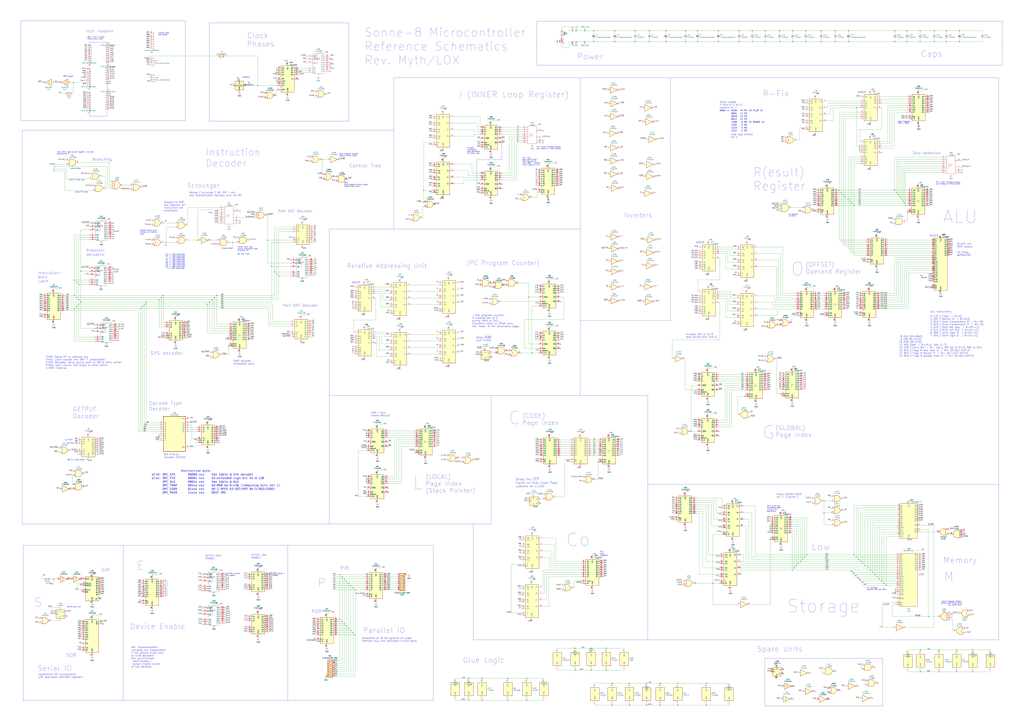
<source format=kicad_sch>
(kicad_sch (version 20231120) (generator "eeschema") (generator_version "8.0")
  (paper "A0")
  (title_block (title "Sonne-8 Micro-Controller") (date "2024-09-05") (rev "Myth") (company "Contact: mim@ok-schalter.de") (comment 1 "Author: Michael Mangelsdorf") (comment 2 "Project homepage: https://github.com/Dosflange/Myth") (comment 3 "Rev. Step LOX (\"Frozen\")"))
  (lib_symbols
    (symbol "4xxx:4002" (pin_names (offset 1.016))
      (property "Reference" "U" (at 0 1.27 0))
      (property "Value" "4002" (at 0 -1.27 0))
      (symbol "4002_1_1"
        (pin output inverted (at 7.62 0 180) (length 3.81) (name "~") (number "1"))
        (pin input line (at -7.62 3.81 0) (length 3.81) (name "~") (number "2"))
        (pin input line (at -7.62 1.27 0) (length 4.826) (name "~") (number "3"))
        (pin input line (at -7.62 -1.27 0) (length 4.826) (name "~") (number "4"))
        (pin input line (at -7.62 -3.81 0) (length 3.81) (name "~") (number "5"))
      )
      (symbol "4002_1_2"
        (pin output line (at 7.62 0 180) (length 3.81) (name "~") (number "1"))
        (pin input inverted (at -7.62 3.81 0) (length 3.81) (name "~") (number "2"))
        (pin input inverted (at -7.62 1.27 0) (length 3.81) (name "~") (number "3"))
        (pin input inverted (at -7.62 -1.27 0) (length 3.81) (name "~") (number "4"))
        (pin input inverted (at -7.62 -3.81 0) (length 3.81) (name "~") (number "5"))
      )
      (symbol "4002_2_1"
        (pin input line (at -7.62 1.27 0) (length 4.826) (name "~") (number "10"))
        (pin input line (at -7.62 -1.27 0) (length 4.826) (name "~") (number "11"))
        (pin input line (at -7.62 -3.81 0) (length 3.81) (name "~") (number "12"))
        (pin output inverted (at 7.62 0 180) (length 3.81) (name "~") (number "13"))
        (pin input line (at -7.62 3.81 0) (length 3.81) (name "~") (number "9"))
      )
      (symbol "4002_2_2"
        (pin input inverted (at -7.62 1.27 0) (length 3.81) (name "~") (number "10"))
        (pin input inverted (at -7.62 -1.27 0) (length 3.81) (name "~") (number "11"))
        (pin input inverted (at -7.62 -3.81 0) (length 3.81) (name "~") (number "12"))
        (pin output line (at 7.62 0 180) (length 3.81) (name "~") (number "13"))
        (pin input inverted (at -7.62 3.81 0) (length 3.81) (name "~") (number "9"))
      )
      (symbol "4002_3_0"
        (pin power_in line (at 0 12.7 270) (length 5.08) (name "VDD") (number "14"))
        (pin power_in line (at 0 -12.7 90) (length 5.08) (name "VSS") (number "7"))
      )
    )
    (symbol "4xxx:4075" (pin_names (offset 1.016))
      (property "Reference" "U" (at 0 1.27 0))
      (property "Value" "4075" (at 0 -1.27 0))
      (symbol "4075_1_1"
        (pin input line (at -7.62 2.54 0) (length 4.318) (name "~") (number "1"))
        (pin input line (at -7.62 0 0) (length 4.953) (name "~") (number "2"))
        (pin input line (at -7.62 -2.54 0) (length 4.318) (name "~") (number "8"))
        (pin output line (at 7.62 0 180) (length 3.81) (name "~") (number "9"))
      )
      (symbol "4075_1_2"
        (pin input inverted (at -7.62 2.54 0) (length 3.81) (name "~") (number "1"))
        (pin input inverted (at -7.62 0 0) (length 3.81) (name "~") (number "2"))
        (pin input inverted (at -7.62 -2.54 0) (length 3.81) (name "~") (number "8"))
        (pin output inverted (at 7.62 0 180) (length 3.81) (name "~") (number "9"))
      )
      (symbol "4075_2_1"
        (pin input line (at -7.62 2.54 0) (length 4.318) (name "~") (number "3"))
        (pin input line (at -7.62 0 0) (length 4.953) (name "~") (number "4"))
        (pin input line (at -7.62 -2.54 0) (length 4.318) (name "~") (number "5"))
        (pin output line (at 7.62 0 180) (length 3.81) (name "~") (number "6"))
      )
      (symbol "4075_2_2"
        (pin input inverted (at -7.62 2.54 0) (length 3.81) (name "~") (number "3"))
        (pin input inverted (at -7.62 0 0) (length 3.81) (name "~") (number "4"))
        (pin input inverted (at -7.62 -2.54 0) (length 3.81) (name "~") (number "5"))
        (pin output inverted (at 7.62 0 180) (length 3.81) (name "~") (number "6"))
      )
      (symbol "4075_3_1"
        (pin output line (at 7.62 0 180) (length 3.81) (name "~") (number "10"))
        (pin input line (at -7.62 2.54 0) (length 4.318) (name "~") (number "11"))
        (pin input line (at -7.62 0 0) (length 4.953) (name "~") (number "12"))
        (pin input line (at -7.62 -2.54 0) (length 4.318) (name "~") (number "13"))
      )
      (symbol "4075_3_2"
        (pin output inverted (at 7.62 0 180) (length 3.81) (name "~") (number "10"))
        (pin input inverted (at -7.62 2.54 0) (length 3.81) (name "~") (number "11"))
        (pin input inverted (at -7.62 0 0) (length 3.81) (name "~") (number "12"))
        (pin input inverted (at -7.62 -2.54 0) (length 3.81) (name "~") (number "13"))
      )
      (symbol "4075_4_0"
        (pin power_in line (at 0 12.7 270) (length 5.08) (name "VDD") (number "14"))
        (pin power_in line (at 0 -12.7 90) (length 5.08) (name "VSS") (number "7"))
      )
    )
    (symbol "4xxx_IEEE:4078" (pin_names (offset 0.762))
      (property "Reference" "U" (at 8.89 11.43 0))
      (property "Value" "4078" (at 6.35 -11.43 0))
      (symbol "4078_0_0"
        (text "1" (at 0 0 0) (effects (font (size 2.54 2.54))))
        (pin power_in line (at 0 11.43 270) (length 1) hide (name "Vdd") (number "14"))
        (pin power_in line (at 0 -11.43 90) (length 1) hide (name "Vss") (number "7"))
      )
      (symbol "4078_1_1"
        (pin output line (at 12.7 -2.54 180) (length 7.62) (name "~") (number "1"))
        (pin input line (at -12.7 -3.81 0) (length 7.62) (name "~") (number "10"))
        (pin input line (at -12.7 -6.35 0) (length 7.62) (name "~") (number "11"))
        (pin input line (at -12.7 -8.89 0) (length 7.62) (name "~") (number "12"))
        (pin output inverted (at 12.7 5.08 180) (length 7.62) (name "~") (number "13"))
        (pin input line (at -12.7 8.89 0) (length 7.62) (name "~") (number "2"))
        (pin input line (at -12.7 6.35 0) (length 7.62) (name "~") (number "3"))
        (pin input line (at -12.7 3.81 0) (length 7.62) (name "~") (number "4"))
        (pin input line (at -12.7 1.27 0) (length 7.62) (name "~") (number "5"))
        (pin free line (at 12.7 -8.89 180) (length 7.62) (name "~") (number "6"))
        (pin free line (at 12.7 -6.35 180) (length 7.62) (name "~") (number "8"))
        (pin input line (at -12.7 -1.27 0) (length 7.62) (name "~") (number "9"))
      )
    )
    (symbol "74xx:74AHC04"
      (property "Reference" "U" (at 0 1.27 0))
      (property "Value" "74AHC04" (at 0 -1.27 0))
      (symbol "74AHC04_1_0"
        (pin input line (at -7.62 0 0) (length 3.81) (name "~") (number "1"))
        (pin output inverted (at 7.62 0 180) (length 3.81) (name "~") (number "2"))
      )
      (symbol "74AHC04_2_0"
        (pin input line (at -7.62 0 0) (length 3.81) (name "~") (number "3"))
        (pin output inverted (at 7.62 0 180) (length 3.81) (name "~") (number "4"))
      )
      (symbol "74AHC04_3_0"
        (pin input line (at -7.62 0 0) (length 3.81) (name "~") (number "5"))
        (pin output inverted (at 7.62 0 180) (length 3.81) (name "~") (number "6"))
      )
      (symbol "74AHC04_4_0"
        (pin output inverted (at 7.62 0 180) (length 3.81) (name "~") (number "8"))
        (pin input line (at -7.62 0 0) (length 3.81) (name "~") (number "9"))
      )
      (symbol "74AHC04_5_0"
        (pin output inverted (at 7.62 0 180) (length 3.81) (name "~") (number "10"))
        (pin input line (at -7.62 0 0) (length 3.81) (name "~") (number "11"))
      )
      (symbol "74AHC04_6_0"
        (pin output inverted (at 7.62 0 180) (length 3.81) (name "~") (number "12"))
        (pin input line (at -7.62 0 0) (length 3.81) (name "~") (number "13"))
      )
      (symbol "74AHC04_7_0"
        (pin power_in line (at 0 12.7 270) (length 5.08) (name "VCC") (number "14"))
        (pin power_in line (at 0 -12.7 90) (length 5.08) (name "GND") (number "7"))
      )
    )
    (symbol "74xx:74AHC244"
      (property "Reference" "U" (at -7.62 16.51 0))
      (property "Value" "74AHC244" (at -7.62 -16.51 0))
      (symbol "74AHC244_1_0"
        (pin input inverted (at -12.7 -10.16 0) (length 5.08) (name "1OE") (number "1"))
        (pin power_in line (at 0 -20.32 90) (length 5.08) (name "GND") (number "10"))
        (pin input line (at -12.7 -5.08 0) (length 5.08) (name "2A3") (number "11"))
        (pin tri_state line (at 12.7 5.08 180) (length 5.08) (name "1Y3") (number "12"))
        (pin input line (at -12.7 -2.54 0) (length 5.08) (name "2A2") (number "13"))
        (pin tri_state line (at 12.7 7.62 180) (length 5.08) (name "1Y2") (number "14"))
        (pin input line (at -12.7 0 0) (length 5.08) (name "2A1") (number "15"))
        (pin tri_state line (at 12.7 10.16 180) (length 5.08) (name "1Y1") (number "16"))
        (pin input line (at -12.7 2.54 0) (length 5.08) (name "2A0") (number "17"))
        (pin tri_state line (at 12.7 12.7 180) (length 5.08) (name "1Y0") (number "18"))
        (pin input inverted (at -12.7 -12.7 0) (length 5.08) (name "2OE") (number "19"))
        (pin input line (at -12.7 12.7 0) (length 5.08) (name "1A0") (number "2"))
        (pin power_in line (at 0 20.32 270) (length 5.08) (name "VCC") (number "20"))
        (pin tri_state line (at 12.7 2.54 180) (length 5.08) (name "2Y0") (number "3"))
        (pin input line (at -12.7 10.16 0) (length 5.08) (name "1A1") (number "4"))
        (pin tri_state line (at 12.7 0 180) (length 5.08) (name "2Y1") (number "5"))
        (pin input line (at -12.7 7.62 0) (length 5.08) (name "1A2") (number "6"))
        (pin tri_state line (at 12.7 -2.54 180) (length 5.08) (name "2Y2") (number "7"))
        (pin input line (at -12.7 5.08 0) (length 5.08) (name "1A3") (number "8"))
        (pin tri_state line (at 12.7 -5.08 180) (length 5.08) (name "2Y3") (number "9"))
      )
    )
    (symbol "74xx:74HC00" (pin_names (offset 1.016))
      (property "Reference" "U" (at 0 1.27 0))
      (property "Value" "74HC00" (at 0 -1.27 0))
      (symbol "74HC00_1_1"
        (pin input line (at -7.62 2.54 0) (length 3.81) (name "~") (number "1"))
        (pin input line (at -7.62 -2.54 0) (length 3.81) (name "~") (number "2"))
        (pin output inverted (at 7.62 0 180) (length 3.81) (name "~") (number "3"))
      )
      (symbol "74HC00_1_2"
        (pin input inverted (at -7.62 2.54 0) (length 4.318) (name "~") (number "1"))
        (pin input inverted (at -7.62 -2.54 0) (length 4.318) (name "~") (number "2"))
        (pin output line (at 7.62 0 180) (length 3.81) (name "~") (number "3"))
      )
      (symbol "74HC00_2_1"
        (pin input line (at -7.62 2.54 0) (length 3.81) (name "~") (number "4"))
        (pin input line (at -7.62 -2.54 0) (length 3.81) (name "~") (number "5"))
        (pin output inverted (at 7.62 0 180) (length 3.81) (name "~") (number "6"))
      )
      (symbol "74HC00_2_2"
        (pin input inverted (at -7.62 2.54 0) (length 4.318) (name "~") (number "4"))
        (pin input inverted (at -7.62 -2.54 0) (length 4.318) (name "~") (number "5"))
        (pin output line (at 7.62 0 180) (length 3.81) (name "~") (number "6"))
      )
      (symbol "74HC00_3_1"
        (pin input line (at -7.62 -2.54 0) (length 3.81) (name "~") (number "10"))
        (pin output inverted (at 7.62 0 180) (length 3.81) (name "~") (number "8"))
        (pin input line (at -7.62 2.54 0) (length 3.81) (name "~") (number "9"))
      )
      (symbol "74HC00_3_2"
        (pin input inverted (at -7.62 -2.54 0) (length 4.318) (name "~") (number "10"))
        (pin output line (at 7.62 0 180) (length 3.81) (name "~") (number "8"))
        (pin input inverted (at -7.62 2.54 0) (length 4.318) (name "~") (number "9"))
      )
      (symbol "74HC00_4_1"
        (pin output inverted (at 7.62 0 180) (length 3.81) (name "~") (number "11"))
        (pin input line (at -7.62 2.54 0) (length 3.81) (name "~") (number "12"))
        (pin input line (at -7.62 -2.54 0) (length 3.81) (name "~") (number "13"))
      )
      (symbol "74HC00_4_2"
        (pin output line (at 7.62 0 180) (length 3.81) (name "~") (number "11"))
        (pin input inverted (at -7.62 2.54 0) (length 4.318) (name "~") (number "12"))
        (pin input inverted (at -7.62 -2.54 0) (length 4.318) (name "~") (number "13"))
      )
      (symbol "74HC00_5_0"
        (pin power_in line (at 0 12.7 270) (length 5.08) (name "VCC") (number "14"))
        (pin power_in line (at 0 -12.7 90) (length 5.08) (name "GND") (number "7"))
      )
    )
    (symbol "74xx:74HC02" (pin_names (offset 1.016))
      (property "Reference" "U" (at 0 1.27 0))
      (property "Value" "74HC02" (at 0 -1.27 0))
      (symbol "74HC02_1_1"
        (pin output inverted (at 7.62 0 180) (length 3.81) (name "~") (number "1"))
        (pin input line (at -7.62 2.54 0) (length 4.318) (name "~") (number "2"))
        (pin input line (at -7.62 -2.54 0) (length 4.318) (name "~") (number "3"))
      )
      (symbol "74HC02_1_2"
        (pin output line (at 7.62 0 180) (length 3.81) (name "~") (number "1"))
        (pin input inverted (at -7.62 2.54 0) (length 3.81) (name "~") (number "2"))
        (pin input inverted (at -7.62 -2.54 0) (length 3.81) (name "~") (number "3"))
      )
      (symbol "74HC02_2_1"
        (pin output inverted (at 7.62 0 180) (length 3.81) (name "~") (number "4"))
        (pin input line (at -7.62 2.54 0) (length 4.318) (name "~") (number "5"))
        (pin input line (at -7.62 -2.54 0) (length 4.318) (name "~") (number "6"))
      )
      (symbol "74HC02_2_2"
        (pin output line (at 7.62 0 180) (length 3.81) (name "~") (number "4"))
        (pin input inverted (at -7.62 2.54 0) (length 3.81) (name "~") (number "5"))
        (pin input inverted (at -7.62 -2.54 0) (length 3.81) (name "~") (number "6"))
      )
      (symbol "74HC02_3_1"
        (pin output inverted (at 7.62 0 180) (length 3.81) (name "~") (number "10"))
        (pin input line (at -7.62 2.54 0) (length 4.318) (name "~") (number "8"))
        (pin input line (at -7.62 -2.54 0) (length 4.318) (name "~") (number "9"))
      )
      (symbol "74HC02_3_2"
        (pin output line (at 7.62 0 180) (length 3.81) (name "~") (number "10"))
        (pin input inverted (at -7.62 2.54 0) (length 3.81) (name "~") (number "8"))
        (pin input inverted (at -7.62 -2.54 0) (length 3.81) (name "~") (number "9"))
      )
      (symbol "74HC02_4_1"
        (pin input line (at -7.62 2.54 0) (length 4.318) (name "~") (number "11"))
        (pin input line (at -7.62 -2.54 0) (length 4.318) (name "~") (number "12"))
        (pin output inverted (at 7.62 0 180) (length 3.81) (name "~") (number "13"))
      )
      (symbol "74HC02_4_2"
        (pin input inverted (at -7.62 2.54 0) (length 3.81) (name "~") (number "11"))
        (pin input inverted (at -7.62 -2.54 0) (length 3.81) (name "~") (number "12"))
        (pin output line (at 7.62 0 180) (length 3.81) (name "~") (number "13"))
      )
      (symbol "74HC02_5_0"
        (pin power_in line (at 0 12.7 270) (length 5.08) (name "VCC") (number "14"))
        (pin power_in line (at 0 -12.7 90) (length 5.08) (name "GND") (number "7"))
      )
    )
    (symbol "74xx:74HC04"
      (property "Reference" "U" (at 0 1.27 0))
      (property "Value" "74HC04" (at 0 -1.27 0))
      (symbol "74HC04_1_0"
        (pin input line (at -7.62 0 0) (length 3.81) (name "~") (number "1"))
        (pin output inverted (at 7.62 0 180) (length 3.81) (name "~") (number "2"))
      )
      (symbol "74HC04_2_0"
        (pin input line (at -7.62 0 0) (length 3.81) (name "~") (number "3"))
        (pin output inverted (at 7.62 0 180) (length 3.81) (name "~") (number "4"))
      )
      (symbol "74HC04_3_0"
        (pin input line (at -7.62 0 0) (length 3.81) (name "~") (number "5"))
        (pin output inverted (at 7.62 0 180) (length 3.81) (name "~") (number "6"))
      )
      (symbol "74HC04_4_0"
        (pin output inverted (at 7.62 0 180) (length 3.81) (name "~") (number "8"))
        (pin input line (at -7.62 0 0) (length 3.81) (name "~") (number "9"))
      )
      (symbol "74HC04_5_0"
        (pin output inverted (at 7.62 0 180) (length 3.81) (name "~") (number "10"))
        (pin input line (at -7.62 0 0) (length 3.81) (name "~") (number "11"))
      )
      (symbol "74HC04_6_0"
        (pin output inverted (at 7.62 0 180) (length 3.81) (name "~") (number "12"))
        (pin input line (at -7.62 0 0) (length 3.81) (name "~") (number "13"))
      )
      (symbol "74HC04_7_0"
        (pin power_in line (at 0 12.7 270) (length 5.08) (name "VCC") (number "14"))
        (pin power_in line (at 0 -12.7 90) (length 5.08) (name "GND") (number "7"))
      )
    )
    (symbol "74xx:74HC14" (pin_names (offset 1.016))
      (property "Reference" "U" (at 0 1.27 0))
      (property "Value" "74HC14" (at 0 -1.27 0))
      (symbol "74HC14_1_0"
        (pin input line (at -7.62 0 0) (length 3.81) (name "~") (number "1"))
        (pin output inverted (at 7.62 0 180) (length 3.81) (name "~") (number "2"))
      )
      (symbol "74HC14_2_0"
        (pin input line (at -7.62 0 0) (length 3.81) (name "~") (number "3"))
        (pin output inverted (at 7.62 0 180) (length 3.81) (name "~") (number "4"))
      )
      (symbol "74HC14_3_0"
        (pin input line (at -7.62 0 0) (length 3.81) (name "~") (number "5"))
        (pin output inverted (at 7.62 0 180) (length 3.81) (name "~") (number "6"))
      )
      (symbol "74HC14_4_0"
        (pin output inverted (at 7.62 0 180) (length 3.81) (name "~") (number "8"))
        (pin input line (at -7.62 0 0) (length 3.81) (name "~") (number "9"))
      )
      (symbol "74HC14_5_0"
        (pin output inverted (at 7.62 0 180) (length 3.81) (name "~") (number "10"))
        (pin input line (at -7.62 0 0) (length 3.81) (name "~") (number "11"))
      )
      (symbol "74HC14_6_0"
        (pin output inverted (at 7.62 0 180) (length 3.81) (name "~") (number "12"))
        (pin input line (at -7.62 0 0) (length 3.81) (name "~") (number "13"))
      )
      (symbol "74HC14_7_0"
        (pin power_in line (at 0 12.7 270) (length 5.08) (name "VCC") (number "14"))
        (pin power_in line (at 0 -12.7 90) (length 5.08) (name "GND") (number "7"))
      )
    )
    (symbol "74xx:74HC165"
      (property "Reference" "U" (at -7.62 19.05 0))
      (property "Value" "74HC165" (at -7.62 -21.59 0))
      (symbol "74HC165_1_0"
        (pin input line (at -12.7 -10.16 0) (length 5.08) (name "~{PL}") (number "1"))
        (pin input line (at -12.7 15.24 0) (length 5.08) (name "DS") (number "10"))
        (pin input line (at -12.7 12.7 0) (length 5.08) (name "D0") (number "11"))
        (pin input line (at -12.7 10.16 0) (length 5.08) (name "D1") (number "12"))
        (pin input line (at -12.7 7.62 0) (length 5.08) (name "D2") (number "13"))
        (pin input line (at -12.7 5.08 0) (length 5.08) (name "D3") (number "14"))
        (pin input line (at -12.7 -17.78 0) (length 5.08) (name "~{CE}") (number "15"))
        (pin power_in line (at 0 22.86 270) (length 5.08) (name "VCC") (number "16"))
        (pin input line (at -12.7 -15.24 0) (length 5.08) (name "CP") (number "2"))
        (pin input line (at -12.7 2.54 0) (length 5.08) (name "D4") (number "3"))
        (pin input line (at -12.7 0 0) (length 5.08) (name "D5") (number "4"))
        (pin input line (at -12.7 -2.54 0) (length 5.08) (name "D6") (number "5"))
        (pin input line (at -12.7 -5.08 0) (length 5.08) (name "D7") (number "6"))
        (pin output line (at 12.7 12.7 180) (length 5.08) (name "~{Q7}") (number "7"))
        (pin power_in line (at 0 -25.4 90) (length 5.08) (name "GND") (number "8"))
        (pin output line (at 12.7 15.24 180) (length 5.08) (name "Q7") (number "9"))
      )
    )
    (symbol "74xx:74HC273"
      (property "Reference" "U" (at -7.62 16.51 0))
      (property "Value" "74HC273" (at -7.62 -16.51 0))
      (symbol "74HC273_1_0"
        (pin input line (at -12.7 -12.7 0) (length 5.08) (name "~{Mr}") (number "1"))
        (pin power_in line (at 0 -20.32 90) (length 5.08) (name "GND") (number "10"))
        (pin input clock (at -12.7 -10.16 0) (length 5.08) (name "Cp") (number "11"))
        (pin output line (at 12.7 2.54 180) (length 5.08) (name "Q4") (number "12"))
        (pin input line (at -12.7 2.54 0) (length 5.08) (name "D4") (number "13"))
        (pin input line (at -12.7 0 0) (length 5.08) (name "D5") (number "14"))
        (pin output line (at 12.7 0 180) (length 5.08) (name "Q5") (number "15"))
        (pin output line (at 12.7 -2.54 180) (length 5.08) (name "Q6") (number "16"))
        (pin input line (at -12.7 -2.54 0) (length 5.08) (name "D6") (number "17"))
        (pin input line (at -12.7 -5.08 0) (length 5.08) (name "D7") (number "18"))
        (pin output line (at 12.7 -5.08 180) (length 5.08) (name "Q7") (number "19"))
        (pin output line (at 12.7 12.7 180) (length 5.08) (name "Q0") (number "2"))
        (pin power_in line (at 0 20.32 270) (length 5.08) (name "VCC") (number "20"))
        (pin input line (at -12.7 12.7 0) (length 5.08) (name "D0") (number "3"))
        (pin input line (at -12.7 10.16 0) (length 5.08) (name "D1") (number "4"))
        (pin output line (at 12.7 10.16 180) (length 5.08) (name "Q1") (number "5"))
        (pin output line (at 12.7 7.62 180) (length 5.08) (name "Q2") (number "6"))
        (pin input line (at -12.7 7.62 0) (length 5.08) (name "D2") (number "7"))
        (pin input line (at -12.7 5.08 0) (length 5.08) (name "D3") (number "8"))
        (pin output line (at 12.7 5.08 180) (length 5.08) (name "Q3") (number "9"))
      )
    )
    (symbol "74xx:74HC595"
      (property "Reference" "U" (at -7.62 13.97 0))
      (property "Value" "74HC595" (at -7.62 -16.51 0))
      (symbol "74HC595_1_0"
        (pin tri_state line (at 10.16 7.62 180) (length 2.54) (name "QB") (number "1"))
        (pin input line (at -10.16 2.54 0) (length 2.54) (name "~{SRCLR}") (number "10"))
        (pin input line (at -10.16 5.08 0) (length 2.54) (name "SRCLK") (number "11"))
        (pin input line (at -10.16 -2.54 0) (length 2.54) (name "RCLK") (number "12"))
        (pin input line (at -10.16 -5.08 0) (length 2.54) (name "~{OE}") (number "13"))
        (pin input line (at -10.16 10.16 0) (length 2.54) (name "SER") (number "14"))
        (pin tri_state line (at 10.16 10.16 180) (length 2.54) (name "QA") (number "15"))
        (pin power_in line (at 0 15.24 270) (length 2.54) (name "VCC") (number "16"))
        (pin tri_state line (at 10.16 5.08 180) (length 2.54) (name "QC") (number "2"))
        (pin tri_state line (at 10.16 2.54 180) (length 2.54) (name "QD") (number "3"))
        (pin tri_state line (at 10.16 0 180) (length 2.54) (name "QE") (number "4"))
        (pin tri_state line (at 10.16 -2.54 180) (length 2.54) (name "QF") (number "5"))
        (pin tri_state line (at 10.16 -5.08 180) (length 2.54) (name "QG") (number "6"))
        (pin tri_state line (at 10.16 -7.62 180) (length 2.54) (name "QH") (number "7"))
        (pin power_in line (at 0 -17.78 90) (length 2.54) (name "GND") (number "8"))
        (pin output line (at 10.16 -12.7 180) (length 2.54) (name "QH'") (number "9"))
      )
    )
    (symbol "74xx:74HC74" (pin_names (offset 1.016))
      (property "Reference" "U" (at -7.62 8.89 0))
      (property "Value" "74HC74" (at -7.62 -8.89 0))
      (symbol "74HC74_1_0"
        (pin input line (at 0 -7.62 90) (length 2.54) (name "~{R}") (number "1"))
        (pin input line (at -7.62 2.54 0) (length 2.54) (name "D") (number "2"))
        (pin input clock (at -7.62 0 0) (length 2.54) (name "C") (number "3"))
        (pin input line (at 0 7.62 270) (length 2.54) (name "~{S}") (number "4"))
        (pin output line (at 7.62 2.54 180) (length 2.54) (name "Q") (number "5"))
        (pin output line (at 7.62 -2.54 180) (length 2.54) (name "~{Q}") (number "6"))
      )
      (symbol "74HC74_2_0"
        (pin input line (at 0 7.62 270) (length 2.54) (name "~{S}") (number "10"))
        (pin input clock (at -7.62 0 0) (length 2.54) (name "C") (number "11"))
        (pin input line (at -7.62 2.54 0) (length 2.54) (name "D") (number "12"))
        (pin input line (at 0 -7.62 90) (length 2.54) (name "~{R}") (number "13"))
        (pin output line (at 7.62 -2.54 180) (length 2.54) (name "~{Q}") (number "8"))
        (pin output line (at 7.62 2.54 180) (length 2.54) (name "Q") (number "9"))
      )
      (symbol "74HC74_3_0"
        (pin power_in line (at 0 10.16 270) (length 2.54) (name "VCC") (number "14"))
        (pin power_in line (at 0 -10.16 90) (length 2.54) (name "GND") (number "7"))
      )
    )
    (symbol "74xx:74LS02" (pin_names (offset 1.016))
      (property "Reference" "U" (at 0 1.27 0))
      (property "Value" "74LS02" (at 0 -1.27 0))
      (symbol "74LS02_1_1"
        (pin output inverted (at 7.62 0 180) (length 3.81) (name "~") (number "1"))
        (pin input line (at -7.62 2.54 0) (length 4.318) (name "~") (number "2"))
        (pin input line (at -7.62 -2.54 0) (length 4.318) (name "~") (number "3"))
      )
      (symbol "74LS02_1_2"
        (pin output line (at 7.62 0 180) (length 3.81) (name "~") (number "1"))
        (pin input inverted (at -7.62 2.54 0) (length 3.81) (name "~") (number "2"))
        (pin input inverted (at -7.62 -2.54 0) (length 3.81) (name "~") (number "3"))
      )
      (symbol "74LS02_2_1"
        (pin output inverted (at 7.62 0 180) (length 3.81) (name "~") (number "4"))
        (pin input line (at -7.62 2.54 0) (length 4.318) (name "~") (number "5"))
        (pin input line (at -7.62 -2.54 0) (length 4.318) (name "~") (number "6"))
      )
      (symbol "74LS02_2_2"
        (pin output line (at 7.62 0 180) (length 3.81) (name "~") (number "4"))
        (pin input inverted (at -7.62 2.54 0) (length 3.81) (name "~") (number "5"))
        (pin input inverted (at -7.62 -2.54 0) (length 3.81) (name "~") (number "6"))
      )
      (symbol "74LS02_3_1"
        (pin output inverted (at 7.62 0 180) (length 3.81) (name "~") (number "10"))
        (pin input line (at -7.62 2.54 0) (length 4.318) (name "~") (number "8"))
        (pin input line (at -7.62 -2.54 0) (length 4.318) (name "~") (number "9"))
      )
      (symbol "74LS02_3_2"
        (pin output line (at 7.62 0 180) (length 3.81) (name "~") (number "10"))
        (pin input inverted (at -7.62 2.54 0) (length 3.81) (name "~") (number "8"))
        (pin input inverted (at -7.62 -2.54 0) (length 3.81) (name "~") (number "9"))
      )
      (symbol "74LS02_4_1"
        (pin input line (at -7.62 2.54 0) (length 4.318) (name "~") (number "11"))
        (pin input line (at -7.62 -2.54 0) (length 4.318) (name "~") (number "12"))
        (pin output inverted (at 7.62 0 180) (length 3.81) (name "~") (number "13"))
      )
      (symbol "74LS02_4_2"
        (pin input inverted (at -7.62 2.54 0) (length 3.81) (name "~") (number "11"))
        (pin input inverted (at -7.62 -2.54 0) (length 3.81) (name "~") (number "12"))
        (pin output line (at 7.62 0 180) (length 3.81) (name "~") (number "13"))
      )
      (symbol "74LS02_5_0"
        (pin power_in line (at 0 12.7 270) (length 5.08) (name "VCC") (number "14"))
        (pin power_in line (at 0 -12.7 90) (length 5.08) (name "GND") (number "7"))
      )
    )
    (symbol "74xx:74LS08" (pin_names (offset 1.016))
      (property "Reference" "U" (at 0 1.27 0))
      (property "Value" "74LS08" (at 0 -1.27 0))
      (symbol "74LS08_1_1"
        (pin input line (at -7.62 2.54 0) (length 3.81) (name "~") (number "1"))
        (pin input line (at -7.62 -2.54 0) (length 3.81) (name "~") (number "2"))
        (pin output line (at 7.62 0 180) (length 3.81) (name "~") (number "3"))
      )
      (symbol "74LS08_1_2"
        (pin input inverted (at -7.62 2.54 0) (length 4.318) (name "~") (number "1"))
        (pin input inverted (at -7.62 -2.54 0) (length 4.318) (name "~") (number "2"))
        (pin output inverted (at 7.62 0 180) (length 3.81) (name "~") (number "3"))
      )
      (symbol "74LS08_2_1"
        (pin input line (at -7.62 2.54 0) (length 3.81) (name "~") (number "4"))
        (pin input line (at -7.62 -2.54 0) (length 3.81) (name "~") (number "5"))
        (pin output line (at 7.62 0 180) (length 3.81) (name "~") (number "6"))
      )
      (symbol "74LS08_2_2"
        (pin input inverted (at -7.62 2.54 0) (length 4.318) (name "~") (number "4"))
        (pin input inverted (at -7.62 -2.54 0) (length 4.318) (name "~") (number "5"))
        (pin output inverted (at 7.62 0 180) (length 3.81) (name "~") (number "6"))
      )
      (symbol "74LS08_3_1"
        (pin input line (at -7.62 -2.54 0) (length 3.81) (name "~") (number "10"))
        (pin output line (at 7.62 0 180) (length 3.81) (name "~") (number "8"))
        (pin input line (at -7.62 2.54 0) (length 3.81) (name "~") (number "9"))
      )
      (symbol "74LS08_3_2"
        (pin input inverted (at -7.62 -2.54 0) (length 4.318) (name "~") (number "10"))
        (pin output inverted (at 7.62 0 180) (length 3.81) (name "~") (number "8"))
        (pin input inverted (at -7.62 2.54 0) (length 4.318) (name "~") (number "9"))
      )
      (symbol "74LS08_4_1"
        (pin output line (at 7.62 0 180) (length 3.81) (name "~") (number "11"))
        (pin input line (at -7.62 2.54 0) (length 3.81) (name "~") (number "12"))
        (pin input line (at -7.62 -2.54 0) (length 3.81) (name "~") (number "13"))
      )
      (symbol "74LS08_4_2"
        (pin output inverted (at 7.62 0 180) (length 3.81) (name "~") (number "11"))
        (pin input inverted (at -7.62 2.54 0) (length 4.318) (name "~") (number "12"))
        (pin input inverted (at -7.62 -2.54 0) (length 4.318) (name "~") (number "13"))
      )
      (symbol "74LS08_5_0"
        (pin power_in line (at 0 12.7 270) (length 5.08) (name "VCC") (number "14"))
        (pin power_in line (at 0 -12.7 90) (length 5.08) (name "GND") (number "7"))
      )
    )
    (symbol "74xx:74LS138" (pin_names (offset 1.016))
      (property "Reference" "U" (at -7.62 11.43 0))
      (property "Value" "74LS138" (at -7.62 -13.97 0))
      (symbol "74LS138_1_0"
        (pin input line (at -12.7 7.62 0) (length 5.08) (name "A0") (number "1"))
        (pin output output_low (at 12.7 -5.08 180) (length 5.08) (name "O5") (number "10"))
        (pin output output_low (at 12.7 -2.54 180) (length 5.08) (name "O4") (number "11"))
        (pin output output_low (at 12.7 0 180) (length 5.08) (name "O3") (number "12"))
        (pin output output_low (at 12.7 2.54 180) (length 5.08) (name "O2") (number "13"))
        (pin output output_low (at 12.7 5.08 180) (length 5.08) (name "O1") (number "14"))
        (pin output output_low (at 12.7 7.62 180) (length 5.08) (name "O0") (number "15"))
        (pin power_in line (at 0 15.24 270) (length 5.08) (name "VCC") (number "16"))
        (pin input line (at -12.7 5.08 0) (length 5.08) (name "A1") (number "2"))
        (pin input line (at -12.7 2.54 0) (length 5.08) (name "A2") (number "3"))
        (pin input input_low (at -12.7 -10.16 0) (length 5.08) (name "E1") (number "4"))
        (pin input input_low (at -12.7 -7.62 0) (length 5.08) (name "E2") (number "5"))
        (pin input line (at -12.7 -5.08 0) (length 5.08) (name "E3") (number "6"))
        (pin output output_low (at 12.7 -10.16 180) (length 5.08) (name "O7") (number "7"))
        (pin power_in line (at 0 -17.78 90) (length 5.08) (name "GND") (number "8"))
        (pin output output_low (at 12.7 -7.62 180) (length 5.08) (name "O6") (number "9"))
      )
    )
    (symbol "74xx:74LS157" (pin_names (offset 1.016))
      (property "Reference" "U" (at -7.62 19.05 0))
      (property "Value" "74LS157" (at -7.62 -21.59 0))
      (symbol "74LS157_1_0"
        (pin input line (at -12.7 -15.24 0) (length 5.08) (name "S") (number "1"))
        (pin input line (at -12.7 -2.54 0) (length 5.08) (name "I1c") (number "10"))
        (pin input line (at -12.7 0 0) (length 5.08) (name "I0c") (number "11"))
        (pin output line (at 12.7 -7.62 180) (length 5.08) (name "Zd") (number "12"))
        (pin input line (at -12.7 -10.16 0) (length 5.08) (name "I1d") (number "13"))
        (pin input line (at -12.7 -7.62 0) (length 5.08) (name "I0d") (number "14"))
        (pin input inverted (at -12.7 -17.78 0) (length 5.08) (name "E") (number "15"))
        (pin power_in line (at 0 22.86 270) (length 5.08) (name "VCC") (number "16"))
        (pin input line (at -12.7 15.24 0) (length 5.08) (name "I0a") (number "2"))
        (pin input line (at -12.7 12.7 0) (length 5.08) (name "I1a") (number "3"))
        (pin output line (at 12.7 15.24 180) (length 5.08) (name "Za") (number "4"))
        (pin input line (at -12.7 7.62 0) (length 5.08) (name "I0b") (number "5"))
        (pin input line (at -12.7 5.08 0) (length 5.08) (name "I1b") (number "6"))
        (pin output line (at 12.7 7.62 180) (length 5.08) (name "Zb") (number "7"))
        (pin power_in line (at 0 -25.4 90) (length 5.08) (name "GND") (number "8"))
        (pin output line (at 12.7 0 180) (length 5.08) (name "Zc") (number "9"))
      )
    )
    (symbol "74xx:74LS163" (pin_names (offset 1.016))
      (property "Reference" "U" (at -7.62 16.51 0))
      (property "Value" "74LS163" (at -7.62 -16.51 0))
      (symbol "74LS163_1_0"
        (pin input line (at -12.7 -12.7 0) (length 5.08) (name "~{MR}") (number "1"))
        (pin input line (at -12.7 -5.08 0) (length 5.08) (name "CET") (number "10"))
        (pin output line (at 12.7 5.08 180) (length 5.08) (name "Q3") (number "11"))
        (pin output line (at 12.7 7.62 180) (length 5.08) (name "Q2") (number "12"))
        (pin output line (at 12.7 10.16 180) (length 5.08) (name "Q1") (number "13"))
        (pin output line (at 12.7 12.7 180) (length 5.08) (name "Q0") (number "14"))
        (pin output line (at 12.7 0 180) (length 5.08) (name "TC") (number "15"))
        (pin power_in line (at 0 20.32 270) (length 5.08) (name "VCC") (number "16"))
        (pin input line (at -12.7 -7.62 0) (length 5.08) (name "CP") (number "2"))
        (pin input line (at -12.7 12.7 0) (length 5.08) (name "D0") (number "3"))
        (pin input line (at -12.7 10.16 0) (length 5.08) (name "D1") (number "4"))
        (pin input line (at -12.7 7.62 0) (length 5.08) (name "D2") (number "5"))
        (pin input line (at -12.7 5.08 0) (length 5.08) (name "D3") (number "6"))
        (pin input line (at -12.7 -2.54 0) (length 5.08) (name "CEP") (number "7"))
        (pin power_in line (at 0 -20.32 90) (length 5.08) (name "GND") (number "8"))
        (pin input line (at -12.7 0 0) (length 5.08) (name "~{PE}") (number "9"))
      )
    )
    (symbol "74xx:74LS193"
      (property "Reference" "U" (at -7.62 13.97 0))
      (property "Value" "74LS193" (at 5.08 13.97 0))
      (symbol "74LS193_1_0"
        (pin input line (at -12.7 7.62 0) (length 5.08) (name "B") (number "1"))
        (pin input line (at -12.7 5.08 0) (length 5.08) (name "C") (number "10"))
        (pin input line (at -12.7 -2.54 0) (length 5.08) (name "~{LOAD}") (number "11"))
        (pin output line (at 12.7 -2.54 180) (length 5.08) (name "~{CO}") (number "12"))
        (pin output line (at 12.7 -7.62 180) (length 5.08) (name "~{BO}") (number "13"))
        (pin input line (at -12.7 -12.7 0) (length 5.08) (name "CLR") (number "14"))
        (pin input line (at -12.7 10.16 0) (length 5.08) (name "A") (number "15"))
        (pin power_in line (at 0 17.78 270) (length 5.08) (name "VCC") (number "16"))
        (pin output line (at 12.7 7.62 180) (length 5.08) (name "QB") (number "2"))
        (pin output line (at 12.7 10.16 180) (length 5.08) (name "QA") (number "3"))
        (pin input clock (at -12.7 -10.16 0) (length 5.08) (name "DOWN") (number "4"))
        (pin input clock (at -12.7 -7.62 0) (length 5.08) (name "UP") (number "5"))
        (pin output line (at 12.7 5.08 180) (length 5.08) (name "QC") (number "6"))
        (pin output line (at 12.7 2.54 180) (length 5.08) (name "QD") (number "7"))
        (pin power_in line (at 0 -20.32 90) (length 5.08) (name "GND") (number "8"))
        (pin input line (at -12.7 2.54 0) (length 5.08) (name "D") (number "9"))
      )
    )
    (symbol "74xx:74LS21" (pin_names (offset 1.016))
      (property "Reference" "U" (at 0 1.27 0))
      (property "Value" "74LS21" (at 0 -1.27 0))
      (symbol "74LS21_1_1"
        (pin input line (at -7.62 3.81 0) (length 3.81) (name "~") (number "1"))
        (pin input line (at -7.62 1.27 0) (length 3.81) (name "~") (number "2"))
        (pin input line (at -7.62 -1.27 0) (length 3.81) (name "~") (number "4"))
        (pin input line (at -7.62 -3.81 0) (length 3.81) (name "~") (number "5"))
        (pin output line (at 7.62 0 180) (length 3.81) (name "~") (number "6"))
      )
      (symbol "74LS21_1_2"
        (pin input inverted (at -7.62 3.81 0) (length 3.81) (name "~") (number "1"))
        (pin input inverted (at -7.62 1.27 0) (length 4.826) (name "~") (number "2"))
        (pin input inverted (at -7.62 -1.27 0) (length 4.826) (name "~") (number "4"))
        (pin input inverted (at -7.62 -3.81 0) (length 3.81) (name "~") (number "5"))
        (pin output inverted (at 7.62 0 180) (length 3.81) (name "~") (number "6"))
      )
      (symbol "74LS21_2_1"
        (pin input line (at -7.62 1.27 0) (length 3.81) (name "~") (number "10"))
        (pin input line (at -7.62 -1.27 0) (length 3.81) (name "~") (number "12"))
        (pin input line (at -7.62 -3.81 0) (length 3.81) (name "~") (number "13"))
        (pin output line (at 7.62 0 180) (length 3.81) (name "~") (number "8"))
        (pin input line (at -7.62 3.81 0) (length 3.81) (name "~") (number "9"))
      )
      (symbol "74LS21_2_2"
        (pin input inverted (at -7.62 1.27 0) (length 4.826) (name "~") (number "10"))
        (pin input inverted (at -7.62 -1.27 0) (length 4.826) (name "~") (number "12"))
        (pin input inverted (at -7.62 -3.81 0) (length 3.81) (name "~") (number "13"))
        (pin output inverted (at 7.62 0 180) (length 3.81) (name "~") (number "8"))
        (pin input inverted (at -7.62 3.81 0) (length 3.81) (name "~") (number "9"))
      )
      (symbol "74LS21_3_0"
        (pin power_in line (at 0 12.7 270) (length 5.08) (name "VCC") (number "14"))
        (pin power_in line (at 0 -12.7 90) (length 5.08) (name "GND") (number "7"))
      )
    )
    (symbol "74xx:74LS257" (pin_names (offset 1.016))
      (property "Reference" "U" (at -7.62 19.05 0))
      (property "Value" "74LS257" (at -7.62 -21.59 0))
      (symbol "74LS257_1_0"
        (pin input line (at -12.7 -15.24 0) (length 5.08) (name "S") (number "1"))
        (pin input line (at -12.7 -10.16 0) (length 5.08) (name "I1d") (number "10"))
        (pin input line (at -12.7 -7.62 0) (length 5.08) (name "I0d") (number "11"))
        (pin tri_state line (at 12.7 0 180) (length 5.08) (name "Zc") (number "12"))
        (pin input line (at -12.7 -2.54 0) (length 5.08) (name "I1c") (number "13"))
        (pin input line (at -12.7 0 0) (length 5.08) (name "I0c") (number "14"))
        (pin input inverted (at -12.7 -17.78 0) (length 5.08) (name "OE") (number "15"))
        (pin power_in line (at 0 22.86 270) (length 5.08) (name "VCC") (number "16"))
        (pin input line (at -12.7 15.24 0) (length 5.08) (name "I0a") (number "2"))
        (pin input line (at -12.7 12.7 0) (length 5.08) (name "I1a") (number "3"))
        (pin tri_state line (at 12.7 15.24 180) (length 5.08) (name "Za") (number "4"))
        (pin input line (at -12.7 7.62 0) (length 5.08) (name "I0b") (number "5"))
        (pin input line (at -12.7 5.08 0) (length 5.08) (name "I1b") (number "6"))
        (pin tri_state line (at 12.7 7.62 180) (length 5.08) (name "Zb") (number "7"))
        (pin power_in line (at 0 -25.4 90) (length 5.08) (name "GND") (number "8"))
        (pin tri_state line (at 12.7 -7.62 180) (length 5.08) (name "Zd") (number "9"))
      )
    )
    (symbol "74xx:74LS283" (pin_names (offset 1.016))
      (property "Reference" "U" (at -7.62 16.51 0))
      (property "Value" "74LS283" (at -7.62 -16.51 0))
      (symbol "74LS283_1_0"
        (pin output line (at 12.7 10.16 180) (length 5.08) (name "S2") (number "1"))
        (pin output line (at 12.7 5.08 180) (length 5.08) (name "S4") (number "10"))
        (pin input line (at -12.7 -12.7 0) (length 5.08) (name "B4") (number "11"))
        (pin input line (at -12.7 0 0) (length 5.08) (name "A4") (number "12"))
        (pin output line (at 12.7 7.62 180) (length 5.08) (name "S3") (number "13"))
        (pin input line (at -12.7 2.54 0) (length 5.08) (name "A3") (number "14"))
        (pin input line (at -12.7 -10.16 0) (length 5.08) (name "B3") (number "15"))
        (pin power_in line (at 0 20.32 270) (length 5.08) (name "VCC") (number "16"))
        (pin input line (at -12.7 -7.62 0) (length 5.08) (name "B2") (number "2"))
        (pin input line (at -12.7 5.08 0) (length 5.08) (name "A2") (number "3"))
        (pin output line (at 12.7 12.7 180) (length 5.08) (name "S1") (number "4"))
        (pin input line (at -12.7 7.62 0) (length 5.08) (name "A1") (number "5"))
        (pin input line (at -12.7 -5.08 0) (length 5.08) (name "B1") (number "6"))
        (pin input line (at -12.7 12.7 0) (length 5.08) (name "C0") (number "7"))
        (pin power_in line (at 0 -20.32 90) (length 5.08) (name "GND") (number "8"))
        (pin output line (at 12.7 0 180) (length 5.08) (name "C4") (number "9"))
      )
    )
    (symbol "74xx:74LS32" (pin_names (offset 1.016))
      (property "Reference" "U" (at 0 1.27 0))
      (property "Value" "74LS32" (at 0 -1.27 0))
      (symbol "74LS32_1_1"
        (pin input line (at -7.62 2.54 0) (length 4.318) (name "~") (number "1"))
        (pin input line (at -7.62 -2.54 0) (length 4.318) (name "~") (number "2"))
        (pin output line (at 7.62 0 180) (length 3.81) (name "~") (number "3"))
      )
      (symbol "74LS32_1_2"
        (pin input inverted (at -7.62 2.54 0) (length 3.81) (name "~") (number "1"))
        (pin input inverted (at -7.62 -2.54 0) (length 3.81) (name "~") (number "2"))
        (pin output inverted (at 7.62 0 180) (length 3.81) (name "~") (number "3"))
      )
      (symbol "74LS32_2_1"
        (pin input line (at -7.62 2.54 0) (length 4.318) (name "~") (number "4"))
        (pin input line (at -7.62 -2.54 0) (length 4.318) (name "~") (number "5"))
        (pin output line (at 7.62 0 180) (length 3.81) (name "~") (number "6"))
      )
      (symbol "74LS32_2_2"
        (pin input inverted (at -7.62 2.54 0) (length 3.81) (name "~") (number "4"))
        (pin input inverted (at -7.62 -2.54 0) (length 3.81) (name "~") (number "5"))
        (pin output inverted (at 7.62 0 180) (length 3.81) (name "~") (number "6"))
      )
      (symbol "74LS32_3_1"
        (pin input line (at -7.62 -2.54 0) (length 4.318) (name "~") (number "10"))
        (pin output line (at 7.62 0 180) (length 3.81) (name "~") (number "8"))
        (pin input line (at -7.62 2.54 0) (length 4.318) (name "~") (number "9"))
      )
      (symbol "74LS32_3_2"
        (pin input inverted (at -7.62 -2.54 0) (length 3.81) (name "~") (number "10"))
        (pin output inverted (at 7.62 0 180) (length 3.81) (name "~") (number "8"))
        (pin input inverted (at -7.62 2.54 0) (length 3.81) (name "~") (number "9"))
      )
      (symbol "74LS32_4_1"
        (pin output line (at 7.62 0 180) (length 3.81) (name "~") (number "11"))
        (pin input line (at -7.62 2.54 0) (length 4.318) (name "~") (number "12"))
        (pin input line (at -7.62 -2.54 0) (length 4.318) (name "~") (number "13"))
      )
      (symbol "74LS32_4_2"
        (pin output inverted (at 7.62 0 180) (length 3.81) (name "~") (number "11"))
        (pin input inverted (at -7.62 2.54 0) (length 3.81) (name "~") (number "12"))
        (pin input inverted (at -7.62 -2.54 0) (length 3.81) (name "~") (number "13"))
      )
      (symbol "74LS32_5_0"
        (pin power_in line (at 0 12.7 270) (length 5.08) (name "VCC") (number "14"))
        (pin power_in line (at 0 -12.7 90) (length 5.08) (name "GND") (number "7"))
      )
    )
    (symbol "74xx:74LS573" (pin_names (offset 1.016))
      (property "Reference" "U" (at -7.62 16.51 0))
      (property "Value" "74LS573" (at -7.62 -16.51 0))
      (symbol "74LS573_1_0"
        (pin input inverted (at -12.7 -12.7 0) (length 5.08) (name "OE") (number "1"))
        (pin power_in line (at 0 -20.32 90) (length 5.08) (name "GND") (number "10"))
        (pin input line (at -12.7 -10.16 0) (length 5.08) (name "Load") (number "11"))
        (pin tri_state line (at 12.7 -5.08 180) (length 5.08) (name "Q7") (number "12"))
        (pin tri_state line (at 12.7 -2.54 180) (length 5.08) (name "Q6") (number "13"))
        (pin tri_state line (at 12.7 0 180) (length 5.08) (name "Q5") (number "14"))
        (pin tri_state line (at 12.7 2.54 180) (length 5.08) (name "Q4") (number "15"))
        (pin tri_state line (at 12.7 5.08 180) (length 5.08) (name "Q3") (number "16"))
        (pin tri_state line (at 12.7 7.62 180) (length 5.08) (name "Q2") (number "17"))
        (pin tri_state line (at 12.7 10.16 180) (length 5.08) (name "Q1") (number "18"))
        (pin tri_state line (at 12.7 12.7 180) (length 5.08) (name "Q0") (number "19"))
        (pin input line (at -12.7 12.7 0) (length 5.08) (name "D0") (number "2"))
        (pin power_in line (at 0 20.32 270) (length 5.08) (name "VCC") (number "20"))
        (pin input line (at -12.7 10.16 0) (length 5.08) (name "D1") (number "3"))
        (pin input line (at -12.7 7.62 0) (length 5.08) (name "D2") (number "4"))
        (pin input line (at -12.7 5.08 0) (length 5.08) (name "D3") (number "5"))
        (pin input line (at -12.7 2.54 0) (length 5.08) (name "D4") (number "6"))
        (pin input line (at -12.7 0 0) (length 5.08) (name "D5") (number "7"))
        (pin input line (at -12.7 -2.54 0) (length 5.08) (name "D6") (number "8"))
        (pin input line (at -12.7 -5.08 0) (length 5.08) (name "D7") (number "9"))
      )
    )
    (symbol "74xx:74LS574" (pin_names (offset 1.016))
      (property "Reference" "U" (at -7.62 16.51 0))
      (property "Value" "74LS574" (at -7.62 -16.51 0))
      (symbol "74LS574_1_0"
        (pin input inverted (at -12.7 -12.7 0) (length 5.08) (name "OE") (number "1"))
        (pin power_in line (at 0 -20.32 90) (length 5.08) (name "GND") (number "10"))
        (pin input clock (at -12.7 -10.16 0) (length 5.08) (name "Cp") (number "11"))
        (pin tri_state line (at 12.7 -5.08 180) (length 5.08) (name "Q7") (number "12"))
        (pin tri_state line (at 12.7 -2.54 180) (length 5.08) (name "Q6") (number "13"))
        (pin tri_state line (at 12.7 0 180) (length 5.08) (name "Q5") (number "14"))
        (pin tri_state line (at 12.7 2.54 180) (length 5.08) (name "Q4") (number "15"))
        (pin tri_state line (at 12.7 5.08 180) (length 5.08) (name "Q3") (number "16"))
        (pin tri_state line (at 12.7 7.62 180) (length 5.08) (name "Q2") (number "17"))
        (pin tri_state line (at 12.7 10.16 180) (length 5.08) (name "Q1") (number "18"))
        (pin tri_state line (at 12.7 12.7 180) (length 5.08) (name "Q0") (number "19"))
        (pin input line (at -12.7 12.7 0) (length 5.08) (name "D0") (number "2"))
        (pin power_in line (at 0 20.32 270) (length 5.08) (name "VCC") (number "20"))
        (pin input line (at -12.7 10.16 0) (length 5.08) (name "D1") (number "3"))
        (pin input line (at -12.7 7.62 0) (length 5.08) (name "D2") (number "4"))
        (pin input line (at -12.7 5.08 0) (length 5.08) (name "D3") (number "5"))
        (pin input line (at -12.7 2.54 0) (length 5.08) (name "D4") (number "6"))
        (pin input line (at -12.7 0 0) (length 5.08) (name "D5") (number "7"))
        (pin input line (at -12.7 -2.54 0) (length 5.08) (name "D6") (number "8"))
        (pin input line (at -12.7 -5.08 0) (length 5.08) (name "D7") (number "9"))
      )
    )
    (symbol "74xx_IEEE:74HC238" (pin_names (offset 0.762))
      (property "Reference" "U" (at 3.81 8.89 0))
      (property "Value" "74HC238" (at 8.89 -16.51 0))
      (symbol "74HC238_0_0"
        (text "&" (at -3.81 3.556 0) (effects (font (size 1.524 1.524))))
        (text "EN" (at 0.508 2.032 0) (effects (font (size 1.524 1.524))))
        (pin power_in line (at 0 7.62 270) (length 0) hide (name "VCC") (number "16"))
      )
      (symbol "74HC238_1_1"
        (pin input line (at -13.97 -8.89 0) (length 7.62) (name "A0") (number "1"))
        (pin output line (at 13.97 -7.62 180) (length 7.62) (name "Y5") (number "10"))
        (pin output line (at 13.97 -5.08 180) (length 7.62) (name "Y4") (number "11"))
        (pin output line (at 13.97 -2.54 180) (length 7.62) (name "Y3") (number "12"))
        (pin output line (at 13.97 0 180) (length 7.62) (name "Y2") (number "13"))
        (pin output line (at 13.97 2.54 180) (length 7.62) (name "Y1") (number "14"))
        (pin output line (at 13.97 5.08 180) (length 7.62) (name "Y0") (number "15"))
        (pin input line (at -13.97 -11.43 0) (length 7.62) (name "A1") (number "2"))
        (pin input line (at -13.97 -13.97 0) (length 7.62) (name "A2") (number "3"))
        (pin input inverted (at -13.97 5.08 0) (length 7.62) (name "~{G2A}") (number "4"))
        (pin input inverted (at -13.97 1.27 0) (length 7.62) (name "~{G2B}") (number "5"))
        (pin input line (at -13.97 -2.54 0) (length 7.62) (name "G1") (number "6"))
        (pin output line (at 13.97 -12.7 180) (length 7.62) (name "Y7") (number "7"))
        (pin power_in line (at 0 -15.24 90) (length 0) hide (name "GND") (number "8"))
        (pin output line (at 13.97 -10.16 180) (length 7.62) (name "Y6") (number "9"))
      )
    )
    (symbol "CD4532BE:CD4532BE" (pin_names (offset 1.016))
      (property "Reference" "U" (at -12.7 21.32 0))
      (property "Value" "CD4532BE" (at -12.7 -24.32 0))
      (symbol "CD4532BE_0_0"
        (pin input line (at -17.78 2.54 0) (length 5.08) (name "D4") (number "1"))
        (pin input line (at -17.78 12.7 0) (length 5.08) (name "D0") (number "10"))
        (pin input line (at -17.78 10.16 0) (length 5.08) (name "D1") (number "11"))
        (pin input line (at -17.78 7.62 0) (length 5.08) (name "D2") (number "12"))
        (pin input line (at -17.78 5.08 0) (length 5.08) (name "D3") (number "13"))
        (pin output line (at 17.78 10.16 180) (length 5.08) (name "GS") (number "14"))
        (pin output line (at 17.78 12.7 180) (length 5.08) (name "E0") (number "15"))
        (pin power_in line (at 17.78 17.78 180) (length 5.08) (name "VDD") (number "16"))
        (pin input line (at -17.78 0 0) (length 5.08) (name "D5") (number "2"))
        (pin input line (at -17.78 -2.54 0) (length 5.08) (name "D6") (number "3"))
        (pin input line (at -17.78 -5.08 0) (length 5.08) (name "D7") (number "4"))
        (pin input line (at -17.78 -7.62 0) (length 5.08) (name "EI") (number "5"))
        (pin output line (at 17.78 2.54 180) (length 5.08) (name "Q2") (number "6"))
        (pin output line (at 17.78 5.08 180) (length 5.08) (name "Q1") (number "7"))
        (pin power_in line (at 17.78 -15.24 180) (length 5.08) (name "VSS") (number "8"))
        (pin output line (at 17.78 7.62 180) (length 5.08) (name "Q0") (number "9"))
      )
    )
    (symbol "Connector:Conn_01x04_Male" (pin_names (offset 1.016) hide)
      (property "Reference" "J" (at 0 5.08 0))
      (property "Value" "Conn_01x04_Male" (at 0 -7.62 0))
      (symbol "Conn_01x04_Male_1_1"
        (pin passive line (at 5.08 2.54 180) (length 3.81) (name "Pin_1") (number "1"))
        (pin passive line (at 5.08 0 180) (length 3.81) (name "Pin_2") (number "2"))
        (pin passive line (at 5.08 -2.54 180) (length 3.81) (name "Pin_3") (number "3"))
        (pin passive line (at 5.08 -5.08 180) (length 3.81) (name "Pin_4") (number "4"))
      )
    )
    (symbol "Connector:Conn_01x08_Male" (pin_names (offset 1.016) hide)
      (property "Reference" "J" (at 0 10.16 0))
      (property "Value" "Conn_01x08_Male" (at 0 -12.7 0))
      (symbol "Conn_01x08_Male_1_1"
        (pin passive line (at 5.08 7.62 180) (length 3.81) (name "Pin_1") (number "1"))
        (pin passive line (at 5.08 5.08 180) (length 3.81) (name "Pin_2") (number "2"))
        (pin passive line (at 5.08 2.54 180) (length 3.81) (name "Pin_3") (number "3"))
        (pin passive line (at 5.08 0 180) (length 3.81) (name "Pin_4") (number "4"))
        (pin passive line (at 5.08 -2.54 180) (length 3.81) (name "Pin_5") (number "5"))
        (pin passive line (at 5.08 -5.08 180) (length 3.81) (name "Pin_6") (number "6"))
        (pin passive line (at 5.08 -7.62 180) (length 3.81) (name "Pin_7") (number "7"))
        (pin passive line (at 5.08 -10.16 180) (length 3.81) (name "Pin_8") (number "8"))
      )
    )
    (symbol "Connector_Generic:Conn_02x01" (pin_names (offset 1.016) hide)
      (property "Reference" "J" (at 1.27 2.54 0))
      (property "Value" "Conn_02x01" (at 1.27 -2.54 0))
      (symbol "Conn_02x01_1_1"
        (pin passive line (at -5.08 0 0) (length 3.81) (name "Pin_1") (number "1"))
        (pin passive line (at 7.62 0 180) (length 3.81) (name "Pin_2") (number "2"))
      )
    )
    (symbol "Device:C_Polarized_Small" (pin_numbers hide) (pin_names (offset 0.254) hide)
      (property "Reference" "C" (at 0.254 1.778 0))
      (property "Value" "C_Polarized_Small" (at 0.254 -2.032 0))
      (symbol "C_Polarized_Small_1_1"
        (pin passive line (at 0 2.54 270) (length 1.8542) (name "~") (number "1"))
        (pin passive line (at 0 -2.54 90) (length 1.8542) (name "~") (number "2"))
      )
    )
    (symbol "Device:C_Small" (pin_numbers hide) (pin_names (offset 0.254) hide)
      (property "Reference" "C" (at 0.254 1.778 0))
      (property "Value" "C_Small" (at 0.254 -2.032 0))
      (symbol "C_Small_1_1"
        (pin passive line (at 0 2.54 270) (length 2.032) (name "~") (number "1"))
        (pin passive line (at 0 -2.54 90) (length 2.032) (name "~") (number "2"))
      )
    )
    (symbol "Device:LED" (pin_numbers hide) (pin_names (offset 1.016) hide)
      (property "Reference" "D" (at 0 2.54 0))
      (property "Value" "LED" (at 0 -2.54 0))
      (symbol "LED_1_1"
        (pin passive line (at -3.81 0 0) (length 2.54) (name "K") (number "1"))
        (pin passive line (at 3.81 0 180) (length 2.54) (name "A") (number "2"))
      )
    )
    (symbol "Device:R" (pin_numbers hide) (pin_names (offset 0))
      (property "Reference" "R" (at 2.032 0 90))
      (property "Value" "R" (at 0 0 90))
      (symbol "R_1_1"
        (pin passive line (at 0 3.81 270) (length 1.27) (name "~") (number "1"))
        (pin passive line (at 0 -3.81 90) (length 1.27) (name "~") (number "2"))
      )
    )
    (symbol "Device:R_Network08" (pin_names (offset 0) hide)
      (property "Reference" "RN" (at -12.7 0 90))
      (property "Value" "R_Network08" (at 10.16 0 90))
      (symbol "R_Network08_1_1"
        (pin passive line (at -10.16 5.08 270) (length 2.54) (name "common") (number "1"))
        (pin passive line (at -10.16 -5.08 90) (length 1.27) (name "R1") (number "2"))
        (pin passive line (at -7.62 -5.08 90) (length 1.27) (name "R2") (number "3"))
        (pin passive line (at -5.08 -5.08 90) (length 1.27) (name "R3") (number "4"))
        (pin passive line (at -2.54 -5.08 90) (length 1.27) (name "R4") (number "5"))
        (pin passive line (at 0 -5.08 90) (length 1.27) (name "R5") (number "6"))
        (pin passive line (at 2.54 -5.08 90) (length 1.27) (name "R6") (number "7"))
        (pin passive line (at 5.08 -5.08 90) (length 1.27) (name "R7") (number "8"))
        (pin passive line (at 7.62 -5.08 90) (length 1.27) (name "R8") (number "9"))
      )
    )
    (symbol "Memory_EPROM:27C080"
      (property "Reference" "U" (at -7.62 31.75 0))
      (property "Value" "27C080" (at 2.54 -31.75 0))
      (symbol "27C080_1_1"
        (pin input line (at -10.16 -20.32 0) (length 2.54) (name "A19") (number "1"))
        (pin input line (at -10.16 22.86 0) (length 2.54) (name "A2") (number "10"))
        (pin input line (at -10.16 25.4 0) (length 2.54) (name "A1") (number "11"))
        (pin input line (at -10.16 27.94 0) (length 2.54) (name "A0") (number "12"))
        (pin tri_state line (at 10.16 27.94 180) (length 2.54) (name "D0") (number "13"))
        (pin tri_state line (at 10.16 25.4 180) (length 2.54) (name "D1") (number "14"))
        (pin tri_state line (at 10.16 22.86 180) (length 2.54) (name "D2") (number "15"))
        (pin power_in line (at 0 -33.02 90) (length 2.54) (name "GND") (number "16"))
        (pin tri_state line (at 10.16 20.32 180) (length 2.54) (name "D3") (number "17"))
        (pin tri_state line (at 10.16 17.78 180) (length 2.54) (name "D4") (number "18"))
        (pin tri_state line (at 10.16 15.24 180) (length 2.54) (name "D5") (number "19"))
        (pin input line (at -10.16 -12.7 0) (length 2.54) (name "A16") (number "2"))
        (pin tri_state line (at 10.16 12.7 180) (length 2.54) (name "D6") (number "20"))
        (pin tri_state line (at 10.16 10.16 180) (length 2.54) (name "D7") (number "21"))
        (pin input line (at -10.16 -25.4 0) (length 2.54) (name "~{CE}") (number "22"))
        (pin input line (at -10.16 2.54 0) (length 2.54) (name "A10") (number "23"))
        (pin input line (at -10.16 -27.94 0) (length 2.54) (name "~{OE}") (number "24"))
        (pin input line (at -10.16 0 0) (length 2.54) (name "A11") (number "25"))
        (pin input line (at -10.16 5.08 0) (length 2.54) (name "A9") (number "26"))
        (pin input line (at -10.16 7.62 0) (length 2.54) (name "A8") (number "27"))
        (pin input line (at -10.16 -5.08 0) (length 2.54) (name "A13") (number "28"))
        (pin input line (at -10.16 -7.62 0) (length 2.54) (name "A14") (number "29"))
        (pin input line (at -10.16 -10.16 0) (length 2.54) (name "A15") (number "3"))
        (pin input line (at -10.16 -15.24 0) (length 2.54) (name "A17") (number "30"))
        (pin input line (at -10.16 -17.78 0) (length 2.54) (name "A18") (number "31"))
        (pin power_in line (at 0 33.02 270) (length 2.54) (name "VCC") (number "32"))
        (pin input line (at -10.16 -2.54 0) (length 2.54) (name "A12") (number "4"))
        (pin input line (at -10.16 10.16 0) (length 2.54) (name "A7") (number "5"))
        (pin input line (at -10.16 12.7 0) (length 2.54) (name "A6") (number "6"))
        (pin input line (at -10.16 15.24 0) (length 2.54) (name "A5") (number "7"))
        (pin input line (at -10.16 17.78 0) (length 2.54) (name "A4") (number "8"))
        (pin input line (at -10.16 20.32 0) (length 2.54) (name "A3") (number "9"))
      )
    )
    (symbol "Memory_Flash:SST39SF040"
      (property "Reference" "U" (at 2.54 33.02 0))
      (property "Value" "SST39SF040" (at 0 -30.48 0))
      (symbol "SST39SF040_0_0"
        (pin power_in line (at 0 -30.48 90) (length 1.27) hide (name "GND") (number "16"))
        (pin power_in line (at 0 33.02 270) (length 1.27) hide (name "VCC") (number "32"))
      )
      (symbol "SST39SF040_1_1"
        (pin input line (at -15.24 -15.24 0) (length 5.08) (name "A18") (number "1"))
        (pin input line (at -15.24 25.4 0) (length 5.08) (name "A2") (number "10"))
        (pin input line (at -15.24 27.94 0) (length 5.08) (name "A1") (number "11"))
        (pin input line (at -15.24 30.48 0) (length 5.08) (name "A0") (number "12"))
        (pin tri_state line (at 15.24 30.48 180) (length 5.08) (name "D0") (number "13"))
        (pin tri_state line (at 15.24 27.94 180) (length 5.08) (name "D1") (number "14"))
        (pin tri_state line (at 15.24 25.4 180) (length 5.08) (name "D2") (number "15"))
        (pin tri_state line (at 15.24 22.86 180) (length 5.08) (name "D3") (number "17"))
        (pin tri_state line (at 15.24 20.32 180) (length 5.08) (name "D4") (number "18"))
        (pin tri_state line (at 15.24 17.78 180) (length 5.08) (name "D5") (number "19"))
        (pin input line (at -15.24 -10.16 0) (length 5.08) (name "A16") (number "2"))
        (pin tri_state line (at 15.24 15.24 180) (length 5.08) (name "D6") (number "20"))
        (pin tri_state line (at 15.24 12.7 180) (length 5.08) (name "D7") (number "21"))
        (pin input input_low (at -15.24 -25.4 0) (length 5.08) (name "CE") (number "22"))
        (pin input line (at -15.24 5.08 0) (length 5.08) (name "A10") (number "23"))
        (pin input input_low (at -15.24 -27.94 0) (length 5.08) (name "OE") (number "24"))
        (pin input line (at -15.24 2.54 0) (length 5.08) (name "A11") (number "25"))
        (pin input line (at -15.24 7.62 0) (length 5.08) (name "A9") (number "26"))
        (pin input line (at -15.24 10.16 0) (length 5.08) (name "A8") (number "27"))
        (pin input line (at -15.24 -2.54 0) (length 5.08) (name "A13") (number "28"))
        (pin input line (at -15.24 -5.08 0) (length 5.08) (name "A14") (number "29"))
        (pin input line (at -15.24 -7.62 0) (length 5.08) (name "A15") (number "3"))
        (pin input line (at -15.24 -12.7 0) (length 5.08) (name "A17") (number "30"))
        (pin input input_low (at -15.24 -20.32 0) (length 5.08) (name "PGM") (number "31"))
        (pin input line (at -15.24 0 0) (length 5.08) (name "A12") (number "4"))
        (pin input line (at -15.24 12.7 0) (length 5.08) (name "A7") (number "5"))
        (pin input line (at -15.24 15.24 0) (length 5.08) (name "A6") (number "6"))
        (pin input line (at -15.24 17.78 0) (length 5.08) (name "A5") (number "7"))
        (pin input line (at -15.24 20.32 0) (length 5.08) (name "A4") (number "8"))
        (pin input line (at -15.24 22.86 0) (length 5.08) (name "A3") (number "9"))
      )
    )
    (symbol "Memory_RAM:KM62256CLP"
      (property "Reference" "U" (at -10.16 20.955 0))
      (property "Value" "KM62256CLP" (at 2.54 20.955 0))
      (symbol "KM62256CLP_0_0"
        (pin power_in line (at 0 -22.86 90) (length 2.54) (name "GND") (number "14"))
        (pin power_in line (at 0 22.86 270) (length 2.54) (name "VCC") (number "28"))
      )
      (symbol "KM62256CLP_1_1"
        (pin input line (at -12.7 -17.78 0) (length 2.54) (name "A14") (number "1"))
        (pin input line (at -12.7 17.78 0) (length 2.54) (name "A0") (number "10"))
        (pin tri_state line (at 12.7 17.78 180) (length 2.54) (name "Q0") (number "11"))
        (pin tri_state line (at 12.7 15.24 180) (length 2.54) (name "Q1") (number "12"))
        (pin tri_state line (at 12.7 12.7 180) (length 2.54) (name "Q2") (number "13"))
        (pin tri_state line (at 12.7 10.16 180) (length 2.54) (name "Q3") (number "15"))
        (pin tri_state line (at 12.7 7.62 180) (length 2.54) (name "Q4") (number "16"))
        (pin tri_state line (at 12.7 5.08 180) (length 2.54) (name "Q5") (number "17"))
        (pin tri_state line (at 12.7 2.54 180) (length 2.54) (name "Q6") (number "18"))
        (pin tri_state line (at 12.7 0 180) (length 2.54) (name "Q7") (number "19"))
        (pin input line (at -12.7 -12.7 0) (length 2.54) (name "A12") (number "2"))
        (pin input line (at 12.7 -5.08 180) (length 2.54) (name "~{CS}") (number "20"))
        (pin input line (at -12.7 -7.62 0) (length 2.54) (name "A10") (number "21"))
        (pin input line (at 12.7 -10.16 180) (length 2.54) (name "~{OE}") (number "22"))
        (pin input line (at -12.7 -10.16 0) (length 2.54) (name "A11") (number "23"))
        (pin input line (at -12.7 -5.08 0) (length 2.54) (name "A9") (number "24"))
        (pin input line (at -12.7 -2.54 0) (length 2.54) (name "A8") (number "25"))
        (pin input line (at -12.7 -15.24 0) (length 2.54) (name "A13") (number "26"))
        (pin input line (at 12.7 -12.7 180) (length 2.54) (name "~{WE}") (number "27"))
        (pin input line (at -12.7 0 0) (length 2.54) (name "A7") (number "3"))
        (pin input line (at -12.7 2.54 0) (length 2.54) (name "A6") (number "4"))
        (pin input line (at -12.7 5.08 0) (length 2.54) (name "A5") (number "5"))
        (pin input line (at -12.7 7.62 0) (length 2.54) (name "A4") (number "6"))
        (pin input line (at -12.7 10.16 0) (length 2.54) (name "A3") (number "7"))
        (pin input line (at -12.7 12.7 0) (length 2.54) (name "A2") (number "8"))
        (pin input line (at -12.7 15.24 0) (length 2.54) (name "A1") (number "9"))
      )
    )
    (symbol "Oscillator:CXO_DIP14" (pin_names (offset 0.254))
      (property "Reference" "X" (at -5.08 6.35 0))
      (property "Value" "CXO_DIP14" (at 1.27 -6.35 0))
      (symbol "CXO_DIP14_1_1"
        (pin input line (at -7.62 0 0) (length 2.54) (name "EN") (number "1"))
        (pin power_in line (at 0 7.62 270) (length 2.54) (name "Vcc") (number "14"))
        (pin power_in line (at 0 -7.62 90) (length 2.54) (name "GND") (number "7"))
        (pin output line (at 7.62 0 180) (length 2.54) (name "OUT") (number "8"))
      )
    )
    (symbol "power:+5V" (power) (pin_names (offset 0))
      (property "Value" "+5V" (at 0 3.556 0))
      (symbol "+5V_1_1"
        (pin power_in line (at 0 0 90) (length 0) hide (name "+5V") (number "1"))
      )
    )
    (symbol "power:GND" (power) (pin_names (offset 0))
      (property "Value" "GND" (at 0 -3.81 0))
      (symbol "GND_1_1"
        (pin power_in line (at 0 0 270) (length 0) hide (name "GND") (number "1"))
      )
    )
    (symbol "power:PWR_FLAG" (power) (pin_numbers hide) (pin_names (offset 0) hide)
      (property "Value" "PWR_FLAG" (at 0 3.81 0))
      (symbol "PWR_FLAG_0_0"
        (pin power_out line (at 0 0 90) (length 0) (name "pwr") (number "1"))
      )
    )
    (symbol "power:VCC" (power) (pin_names (offset 0))
      (property "Value" "VCC" (at 0 3.81 0))
      (symbol "VCC_1_1"
        (pin power_in line (at 0 0 90) (length 0) hide (name "VCC") (number "1"))
      )
    )
    (symbol "power:VSS" (power) (pin_names (offset 0))
      (property "Value" "VSS" (at 0 3.81 0))
      (symbol "VSS_1_1"
        (pin power_in line (at 0 0 90) (length 0) hide (name "VSS") (number "1"))
      )
    )
  )
  (junction (at 240.7711 353.3648))
  (junction (at 991.6044 238.8498))
  (junction (at 888.6963 35.6863))
  (junction (at 956.7843 595.6847))
  (junction (at 404.8486 677.7996))
  (junction (at 858.2163 35.6863))
  (junction (at 1053.628 246.4698))
  (junction (at 737.5663 48.3863))
  (junction (at 93.7768 315.2648))
  (junction (at 873.4563 48.3863))
  (junction (at 999.2135 652.242))
  (junction (at 924.6645 657.322))
  (junction (at 730.9079 793.8093))
  (junction (at 1129.7463 780.522))
  (junction (at 617.6061 410.0848))
  (junction (at 894.3115 611.6782))
  (junction (at 184.7912 348.2848))
  (junction (at 425.5133 559.2062))
  (junction (at 187.1788 345.7448))
  (junction (at 1026.195 677.642))
  (junction (at 62.5094 672.846))
  (junction (at 809.9563 35.6863))
  (junction (at 169.6974 350.8248))
  (junction (at 974.4848 221.0698))
  (junction (at 888.6963 48.3863))
  (junction (at 834.0863 35.6863))
  (junction (at 750.7597 819.2093))
  (junction (at 981.165 228.6898))
  (junction (at 754.0763 35.6863))
  (junction (at 265.5085 391.9798))
  (junction (at 1068.4013 48.3863))
  (junction (at 927.1029 654.782))
  (junction (at 491.8039 234.8034))
  (junction (at 667.8382 778.5607))
  (junction (at 1042.9515 226.1498))
  (junction (at 686.5072 778.5607))
  (junction (at 1018.2703 670.022))
  (junction (at 589.6476 813.585))
  (junction (at 766.6347 819.2093))
  (junction (at 920.4463 48.3863))
  (junction (at 998.183 174.7148))
  (junction (at 987.0324 233.7698))
  (junction (at 934.3927 647.162))
  (junction (at 929.7191 652.242))
  (junction (at 1013.095 664.942))
  (junction (at 894.3115 616.7582))
  (junction (at 611.7315 788.185))
  (junction (at 985.2163 48.3863))
  (junction (at 795.9863 48.3863))
  (junction (at 1049.9278 236.3098))
  (junction (at 873.4563 35.6863))
  (junction (at 714.0713 48.3863))
  (junction (at 193.1379 281.7114))
  (junction (at 809.9563 48.3863))
  (junction (at 1068.7863 780.522))
  (junction (at 1023.6074 675.102))
  (junction (at 773.1263 48.3863))
  (junction (at 976.847 223.6098))
  (junction (at 907.1633 457.6138))
  (junction (at 243.3016 350.8248))
  (junction (at 737.5663 35.6863))
  (junction (at 1048.4591 233.7698))
  (junction (at 786.9547 793.8093))
  (junction (at 807.5179 677.642))
  (junction (at 93.7768 350.8248))
  (junction (at 689.3063 48.3863))
  (junction (at 1068.7863 755.122))
  (junction (at 894.3115 614.2182))
  (junction (at 1066.6106 145.5048))
  (junction (at 310.7182 279.0698))
  (junction (at 664.6429 48.3863))
  (junction (at 412.4686 737.4896))
  (junction (at 189.414 343.2048))
  (junction (at 1110.8487 755.122))
  (junction (at 686.5072 753.1607))
  (junction (at 559.8026 813.585))
  (junction (at 397.2286 670.1796))
  (junction (at 315.3918 309.5498))
  (junction (at 88.8238 327.9648))
  (junction (at 985.2163 35.6863))
  (junction (at 1068.4013 35.6863))
  (junction (at 989.2676 236.3098))
  (junction (at 399.7686 724.7896))
  (junction (at 86.2838 343.2048))
  (junction (at 1007.3415 659.862))
  (junction (at 1039.8535 685.262))
  (junction (at 91.2368 348.2848))
  (junction (at 996.6735 649.702))
  (junction (at 318.5668 315.8998))
  (junction (at 905.2063 35.6863))
  (junction (at 1110.8487 780.522))
  (junction (at 1020.858 672.562))
  (junction (at 773.1263 35.6863))
  (junction (at 679.1463 35.6863))
  (junction (at 1090.3763 780.522))
  (junction (at 969.9763 48.3863))
  (junction (at 1051.3862 238.8498))
  (junction (at 664.6937 35.6863))
  (junction (at 1039.1913 35.6863))
  (junction (at 694.4732 536.6399))
  (junction (at 667.8382 753.1607))
  (junction (at 425.5133 556.6662))
  (junction (at 425.5133 505.8662))
  (junction (at 407.3886 732.4096))
  (junction (at 979.0568 226.1498))
  (junction (at 491.8039 221.2014))
  (junction (at 184.658 506.6538))
  (junction (at 1041.1157 223.6098))
  (junction (at 412.4686 685.4196))
  (junction (at 265.5085 402.1398))
  (junction (at 932.0051 649.702))
  (junction (at 86.2838 358.4448))
  (junction (at 1053.1613 48.3863))
  (junction (at 1129.7463 755.122))
  (junction (at 88.8238 345.7448))
  (junction (at 786.9547 819.2093))
  (junction (at 163.195 358.4448))
  (junction (at 994.8556 125.1848))
  (junction (at 1029.1061 680.182))
  (junction (at 1084.9113 48.3863))
  (junction (at 766.6347 793.8093))
  (junction (at 1077.9535 716.377))
  (junction (at 969.9763 35.6863))
  (junction (at 714.0713 35.6863))
  (junction (at 1114.1213 35.6863))
  (junction (at 820.1116 819.2093))
  (junction (at 409.9286 734.9496))
  (junction (at 1090.3763 755.122))
  (junction (at 394.6886 667.6396))
  (junction (at 1001.7535 654.782))
  (junction (at 394.6886 719.7096))
  (junction (at 1004.2935 657.322))
  (junction (at 936.7303 644.622))
  (junction (at 1098.8813 48.3863))
  (junction (at 397.2286 722.2496))
  (junction (at 820.1116 793.8093))
  (junction (at 1114.1213 48.3863))
  (junction (at 559.8026 788.185))
  (junction (at 407.3886 680.3396))
  (junction (at 402.3086 675.2596))
  (junction (at 679.1463 48.3863))
  (junction (at 589.6476 788.185))
  (junction (at 399.7686 672.7196))
  (junction (at 894.3115 626.9182))
  (junction (at 409.9286 682.8796))
  (junction (at 636.5228 230.8473))
  (junction (at 754.0763 48.3863))
  (junction (at 91.2368 330.5048))
  (junction (at 668.9863 35.6863))
  (junction (at 323.6468 320.9798))
  (junction (at 229.8329 279.1714))
  (junction (at 668.9863 48.3863))
  (junction (at 858.2163 48.3863))
  (junction (at 1053.1613 35.6863))
  (junction (at 998.183 172.1748))
  (junction (at 1015.6827 667.482))
  (junction (at 689.3063 35.6863))
  (junction (at 919.9199 662.402))
  (junction (at 935.6863 48.3863))
  (junction (at 984.8226 231.2298))
  (junction (at 956.7843 581.8938))
  (junction (at 750.7597 793.8093))
  (junction (at 1039.8535 687.802))
  (junction (at 834.0863 48.3863))
  (junction (at 710.8817 819.2093))
  (junction (at 802.694 501.2254))
  (junction (at 953.4663 48.3863))
  (junction (at 88.8238 355.9048))
  (junction (at 425.5133 503.3262))
  (junction (at 321.1068 318.4398))
  (junction (at 269.9324 281.7114))
  (junction (at 167.5638 353.3648))
  (junction (at 1084.9113 35.6863))
  (junction (at 246.2332 348.2848))
  (junction (at 321.257 84.1358))
  (junction (at 544.4536 788.185))
  (junction (at 994.1335 647.162))
  (junction (at 404.8486 729.8696))
  (junction (at 1046.7457 231.2298))
  (junction (at 710.8817 793.8093))
  (junction (at 321.257 94.2958))
  (junction (at 991.5935 644.622))
  (junction (at 920.4463 35.6863))
  (junction (at 905.2063 48.3863))
  (junction (at 795.9863 35.6863))
  (junction (at 730.9079 819.2093))
  (junction (at 704.1348 753.1607))
  (junction (at 611.7315 813.585))
  (junction (at 321.257 81.5958))
  (junction (at 373.9399 185.2987))
  (junction (at 299.1336 99.3758))
  (junction (at 998.183 169.6348))
  (junction (at 922.3023 659.862))
  (junction (at 827.6952 677.642))
  (junction (at 1039.1913 48.3863))
  (junction (at 613.7961 345.3148))
  (junction (at 165.4048 355.9048))
  (junction (at 251.5468 343.2048))
  (junction (at 86.2838 325.4248))
  (junction (at 85.2656 95.8198))
  (junction (at 704.1348 778.5607))
  (junction (at 402.3086 727.3296))
  (junction (at 248.7984 345.7448))
  (junction (at 935.6863 35.6863))
  (junction (at 1010.5074 662.402))
  (junction (at 1038.9126 221.0698))
  (junction (at 544.4536 813.585))
  (junction (at 1044.9098 228.6898))
  (junction (at 91.2368 353.3648))
  (junction (at 953.4663 35.6863))
  (junction (at 1098.8813 35.6863))
  (junction (at 865.1539 460.5854))
  (no_connect (at 131.1148 324.1548))
  (no_connect (at 278.638 245.0592))
  (no_connect (at 137.3886 387.8072))
  (no_connect (at 131.6482 272.1102))
  (no_connect (at 278.638 256.4892))
  (no_connect (at 627.6458 584.8999))
  (no_connect (at 131.1148 319.0748))
  (no_connect (at 1023.583 177.2548))
  (no_connect (at 963.1214 812.417))
  (no_connect (at 137.3886 385.2672))
  (no_connect (at 127.8259 94.6793))
  (no_connect (at 946.3245 803.3438))
  (no_connect (at 650.6261 350.3948))
  (no_connect (at 834.6739 501.2254))
  (no_connect (at 1012.9521 811.3788))
  (no_connect (at 131.6482 274.6502))
  (no_connect (at 630.6135 163.2939))
  (no_connect (at 137.3886 395.4272))
  (no_connect (at 216.6174 374.9548))
  (no_connect (at 131.6482 277.1902))
  (no_connect (at 582.7853 219.1739))
  (no_connect (at 131.6482 267.0302))
  (no_connect (at 254.1778 511.7338))
  (no_connect (at 921.16 812.1721))
  (no_connect (at 940.8361 781.9959))
  (no_connect (at 137.3886 390.3472))
  (no_connect (at 922.3124 797.4023))
  (no_connect (at 131.1148 311.4548))
  (no_connect (at 1019.7059 793.7714))
  (no_connect (at 909.9686 777.9121))
  (no_connect (at 131.6482 264.4902))
  (no_connect (at 261.9323 667.2944))
  (no_connect (at 278.638 259.0292))
  (no_connect (at 630.6135 151.8639))
  (no_connect (at 127.7648 108.6892))
  (no_connect (at 100.2262 93.2798))
  (no_connect (at 346.657 91.7558))
  (no_connect (at 1116.906 200.5103))
  (no_connect (at 383.487 67.6258))
  (no_connect (at 131.1148 329.2348))
  (no_connect (at 1015.496 775.4153))
  (no_connect (at 571.2511 415.1648))
  (no_connect (at 119.6594 724.916))
  (no_connect (at 436.1011 398.3968))
  (no_connect (at 137.3886 392.8872))
  (no_connect (at 312.4424 667.1989))
  (no_connect (at 970.1716 779.8024))
  (no_connect (at 131.6482 259.4102))
  (no_connect (at 834.6739 506.3054))
  (no_connect (at 383.487 82.8658))
  (no_connect (at 582.7853 214.0939))
  (no_connect (at 131.1148 326.6948))
  (no_connect (at 996.2307 797.2513))
  (no_connect (at 131.6482 261.9502))
  (no_connect (at 650.6261 405.0048))
  (no_connect (at 117.1194 695.706))
  (no_connect (at 975.5055 802.1593))
  (no_connect (at 127.7648 111.2292))
  (no_connect (at 77.7494 716.026))
  (no_connect (at 630.6135 165.8339))
  (no_connect (at 450.9133 566.8262))
  (no_connect (at 650.6261 399.9248))
  (no_connect (at 131.1148 321.6148))
  (no_connect (at 1116.906 197.9703))
  (no_connect (at 127.8259 97.2193))
  (no_connect (at 383.487 75.2458))
  (no_connect (at 383.487 72.7058))
  (no_connect (at 450.9133 571.9062))
  (no_connect (at 254.1778 514.2738))
  (no_connect (at 909.9686 782.9921))
  (no_connect (at 254.1778 509.1938))
  (no_connect (at 383.487 77.7858))
  (wire (pts (xy 919.7115 619.2982) (xy 919.9199 619.2982)))
  (wire (pts (xy 263.6752 65.0096) (xy 299.1336 65.0096)))
  (polyline (pts (xy 1032.5608 743.5342) (xy 831.9008 743.5342)))
  (wire (pts (xy 690.5742 793.8093) (xy 710.8817 793.8093)))
  (polyline (pts (xy 751.9236 608.906) (xy 751.9236 459.5251)))
  (wire (pts (xy 640.908 657.3231) (xy 675.1625 657.3231)))
  (wire (pts (xy 998.183 130.2648) (xy 974.4848 130.2648)))
  (wire (pts (xy 349.6818 366.0648) (xy 356.0318 366.0648)))
  (wire (pts (xy 389.6086 667.6396) (xy 394.6886 667.6396)))
  (wire (pts (xy 795.6805 452.9654) (xy 809.2739 452.9654)))
  (wire (pts (xy 481.3933 523.6462) (xy 481.3933 526.1862)))
  (wire (pts (xy 218.3384 279.1714) (xy 229.8329 279.1714)))
  (wire (pts (xy 608.9447 371.2228) (xy 654.8171 371.2228)))
  (polyline (pts (xy 673.7024 459.524) (xy 673.7044 459.524)))
  (wire (pts (xy 974.4848 221.0698) (xy 974.4848 278.9286)))
  (wire (pts (xy 91.2368 278.4602) (xy 103.7082 278.4602)))
  (wire (pts (xy 118.5418 204.8764) (xy 122.4788 204.8764)))
  (wire (pts (xy 1013.095 607.792) (xy 1013.095 664.942)))
  (wire (pts (xy 450.9133 500.7862) (xy 481.3933 500.7862)))
  (wire (pts (xy 637.186 704.5915) (xy 637.186 670.0231)))
  (wire (pts (xy 987.0324 233.7698) (xy 987.0324 291.6286)))
  (wire (pts (xy 903.8549 346.1652) (xy 903.8549 302.2716)))
  (wire (pts (xy 630.9477 632.6756) (xy 643.3273 632.6756)))
  (wire (pts (xy 855.8662 702.2278) (xy 827.6952 702.2278)))
  (wire (pts (xy 973.3672 226.1498) (xy 979.0568 226.1498)))
  (wire (pts (xy 1033.2604 167.0948) (xy 1023.583 167.0948)))
  (wire (pts (xy 929.7191 652.242) (xy 999.2135 652.242)))
  (wire (pts (xy 655.5096 577.2799) (xy 655.5096 534.0999)))
  (wire (pts (xy 86.2838 273.3802) (xy 103.7082 273.3802)))
  (wire (pts (xy 538.5738 206.4739) (xy 538.5738 205.9614)))
  (wire (pts (xy 248.2207 702.4907) (xy 254.5707 702.4907)))
  (wire (pts (xy 1063.9835 639.542) (xy 1069.0635 639.542)))
  (wire (pts (xy 437.4205 414.1195) (xy 437.4205 393.3168)))
  (wire (pts (xy 1082.0955 311.9474) (xy 1050.3709 311.9474)))
  (wire (pts (xy 838.3299 621.0254) (xy 827.6952 621.0254)))
  (wire (pts (xy 543.8146 198.3414) (xy 527.3639 198.3414)))
  (wire (pts (xy 854.5097 369.1075) (xy 842.7823 369.1075)))
  (wire (pts (xy 1030.9481 289.0874) (xy 1030.9481 289.0886)))
  (wire (pts (xy 1015.6827 610.332) (xy 1015.6827 667.482)))
  (wire (pts (xy 310.7182 279.0698) (xy 338.8868 279.0698)))
  (wire (pts (xy 392.1486 737.4896) (xy 412.4686 737.4896)))
  (wire (pts (xy 1114.1213 44.5763) (xy 1114.1213 48.3863)))
  (wire (pts (xy 1042.9515 187.8103) (xy 1042.9515 226.1498)))
  (wire (pts (xy 321.257 104.4558) (xy 321.257 110.8058)))
  (wire (pts (xy 1077.9535 716.377) (xy 1077.9535 615.412)))
  (wire (pts (xy 825.9618 586.4411) (xy 808.4425 586.4411)))
  (wire (pts (xy 388.3386 778.1296) (xy 404.8486 778.1296)))
  (wire (pts (xy 686.8532 529.0199) (xy 694.4732 529.0199)))
  (wire (pts (xy 388.3386 770.5096) (xy 397.2286 770.5096)))
  (wire (pts (xy 228.7778 509.1938) (xy 222.504 509.1938)))
  (wire (pts (xy 1042.3935 590.012) (xy 994.1335 590.012)))
  (wire (pts (xy 973.3672 228.6898) (xy 981.165 228.6898)))
  (wire (pts (xy 754.0763 35.6863) (xy 773.1263 35.6863)))
  (polyline (pts (xy 888.1829 764.9486) (xy 888.1829 820.2937)))
  (wire (pts (xy 1004.2935 600.172) (xy 1004.2935 657.322)))
  (wire (pts (xy 451.9976 406.4995) (xy 440.2431 406.4995)))
  (wire (pts (xy 559.1861 405.0048) (xy 563.6311 405.0048)))
  (wire (pts (xy 163.195 358.4448) (xy 163.195 499.0338)))
  (wire (pts (xy 75.184 198.9074) (xy 63.9318 198.9074)))
  (wire (pts (xy 652.4763 31.2413) (xy 652.4763 35.0513)))
  (polyline (pts (xy 502.9668 633.8328) (xy 502.9668 813.8687)))
  (wire (pts (xy 311.5818 378.7648) (xy 336.9818 378.7648)))
  (wire (pts (xy 600.1335 165.8339) (xy 605.2135 165.8339)))
  (wire (pts (xy 593.5316 712.2115) (xy 604.9616 712.2115)))
  (wire (pts (xy 888.6963 35.6863) (xy 905.2063 35.6863)))
  (wire (pts (xy 835.8608 325.1316) (xy 810.4608 325.1316)))
  (wire (pts (xy 1031.7379 296.7074) (xy 1031.7379 296.7086)))
  (wire (pts (xy 163.195 358.4448) (xy 311.5818 358.4448)))
  (wire (pts (xy 1053.9106 127.7248) (xy 1035.5464 127.7248)))
  (wire (pts (xy 389.6086 685.4196) (xy 412.4686 685.4196)))
  (wire (pts (xy 548.0474 190.7214) (xy 527.3639 190.7214)))
  (wire (pts (xy 451.9976 398.8795) (xy 442.9247 398.8795)))
  (wire (pts (xy 173.8354 65.0096) (xy 250.9752 65.0096)))
  (wire (pts (xy 984.8226 231.2298) (xy 1046.7457 231.2298)))
  (wire (pts (xy 973.3672 231.2298) (xy 984.8226 231.2298)))
  (wire (pts (xy 996.6735 649.702) (xy 1039.8535 649.702)))
  (wire (pts (xy 919.7115 601.5182) (xy 936.7303 601.5182)))
  (wire (pts (xy 88.8238 345.7448) (xy 187.1788 345.7448)))
  (wire (pts (xy 821.9739 480.9054) (xy 828.3239 480.9054)))
  (wire (pts (xy 847.3358 341.6416) (xy 835.8608 341.6416)))
  (wire (pts (xy 388.3386 775.5896) (xy 402.3086 775.5896)))
  (wire (pts (xy 85.2656 108.5198) (xy 83.9956 108.5198)))
  (wire (pts (xy 1098.8813 39.4963) (xy 1098.8813 35.6863)))
  (polyline (pts (xy 778.4974 349.9207) (xy 778.4974 372.6941)))
  (wire (pts (xy 323.6468 268.9098) (xy 338.8868 268.9098)))
  (wire (pts (xy 932.0051 649.702) (xy 996.6735 649.702)))
  (wire (pts (xy 858.2163 48.3863) (xy 858.2163 44.5763)))
  (wire (pts (xy 394.6886 767.9696) (xy 394.6886 719.7096)))
  (wire (pts (xy 750.7597 819.2093) (xy 766.6347 819.2093)))
  (wire (pts (xy 1042.9515 226.1498) (xy 1053.628 226.1498)))
  (wire (pts (xy 866.4223 652.242) (xy 929.7191 652.242)))
  (wire (pts (xy 928.3584 148.0448) (xy 934.4798 148.0448)))
  (wire (pts (xy 998.183 132.8048) (xy 976.847 132.8048)))
  (wire (pts (xy 897.2356 353.7852) (xy 897.2356 351.3275)))
  (wire (pts (xy 1022.1953 346.0699) (xy 1043.2843 346.0699)))
  (wire (pts (xy 991.5935 587.472) (xy 991.5935 644.622)))
  (wire (pts (xy 623.8228 229.2506) (xy 623.8228 223.2273)))
  (wire (pts (xy 82.4129 523.2003) (xy 90.0329 523.2003)))
  (wire (pts (xy 942.9677 333.4652) (xy 936.6177 333.4652)))
  (wire (pts (xy 167.5638 353.3648) (xy 240.7711 353.3648)))
  (polyline (pts (xy 686.9395 743.5209) (xy 686.9413 743.5209)))
  (polyline (pts (xy 490.1408 90.378) (xy 457.1076 90.378)))
  (wire (pts (xy 491.8039 221.2014) (xy 501.9639 221.2014)))
  (wire (pts (xy 991.6044 238.8498) (xy 991.6044 296.7086)))
  (polyline (pts (xy 1159.6826 563.0108) (xy 1159.6826 563.0144)))
  (wire (pts (xy 1090.3763 755.122) (xy 1110.8487 755.122)))
  (wire (pts (xy 491.8039 165.8294) (xy 501.9639 165.8294)))
  (polyline (pts (xy 532.3706 90.3769) (xy 490.1488 90.3769)))
  (wire (pts (xy 1007.3415 602.712) (xy 1007.3415 659.862)))
  (wire (pts (xy 923.9177 343.6252) (xy 906.5101 343.6252)))
  (wire (pts (xy 613.7961 328.8048) (xy 613.7961 345.3148)))
  (wire (pts (xy 714.0713 39.4963) (xy 714.0713 35.6863)))
  (wire (pts (xy 1022.1953 351.1499) (xy 1047.8563 351.1499)))
  (wire (pts (xy 1077.9535 716.377) (xy 1088.487 716.377)))
  (wire (pts (xy 399.7686 672.7196) (xy 423.8986 672.7196)))
  (wire (pts (xy 394.6886 667.6396) (xy 423.8986 667.6396)))
  (polyline (pts (xy 364.363 633.8316) (xy 26.8224 633.8316)))
  (wire (pts (xy 638.4887 647.9156) (xy 638.4887 659.8631)))
  (wire (pts (xy 258.1974 412.216) (xy 265.5085 412.216)))
  (wire (pts (xy 604.9061 410.0848) (xy 617.6061 410.0848)))
  (wire (pts (xy 1048.4591 233.7698) (xy 1053.628 233.7698)))
  (wire (pts (xy 1055.0935 642.082) (xy 1063.9835 642.082)))
  (wire (pts (xy 462.8547 559.2062) (xy 462.8547 516.0262)))
  (wire (pts (xy 544.4536 788.185) (xy 559.8026 788.185)))
  (wire (pts (xy 412.4686 785.7496) (xy 412.4686 737.4896)))
  (wire (pts (xy 637.186 670.0231) (xy 675.1625 670.0231)))
  (wire (pts (xy 660.7313 35.6863) (xy 660.7313 31.2413)))
  (wire (pts (xy 407.3886 680.3396) (xy 423.8986 680.3396)))
  (wire (pts (xy 686.8532 511.2399) (xy 694.4732 511.2399)))
  (wire (pts (xy 987.0324 184.8748) (xy 987.0324 233.7698)))
  (wire (pts (xy 550.4662 158.2094) (xy 527.3639 158.2094)))
  (wire (pts (xy 995.4035 670.022) (xy 1018.2703 670.022)))
  (wire (pts (xy 1030.9481 284.0074) (xy 1030.9481 284.0086)))
  (polyline (pts (xy 623.2663 24.8913) (xy 623.2663 55.3713)))
  (wire (pts (xy 919.2652 241.3898) (xy 930.6952 241.3898)))
  (wire (pts (xy 690.5742 819.2093) (xy 710.8817 819.2093)))
  (wire (pts (xy 689.3063 48.3863) (xy 714.0713 48.3863)))
  (polyline (pts (xy 457.1076 90.378) (xy 457.1076 265.9837)))
  (wire (pts (xy 346.657 79.0558) (xy 355.547 79.0558)))
  (wire (pts (xy 75.057 353.3648) (xy 91.2368 353.3648)))
  (wire (pts (xy 412.4686 685.4196) (xy 423.8986 685.4196)))
  (wire (pts (xy 888.6963 48.3863) (xy 888.6963 44.5763)))
  (wire (pts (xy 643.3273 632.6756) (xy 643.3273 654.7831)))
  (wire (pts (xy 1023.583 125.1848) (xy 1023.583 150.5848)))
  (wire (pts (xy 608.9447 405.0048) (xy 625.2261 405.0048)))
  (polyline (pts (xy 26.8224 813.8668) (xy 364.363 813.8668)))
  (wire (pts (xy 908.8858 287.0316) (xy 880.4958 287.0316)))
  (wire (pts (xy 550.4662 153.1339) (xy 550.4662 150.5894)))
  (wire (pts (xy 1029.1061 623.032) (xy 1029.1061 680.182)))
  (wire (pts (xy 77.1398 207.4164) (xy 77.1398 196.3674)))
  (wire (pts (xy 634.5806 696.9715) (xy 634.5806 667.4831)))
  (wire (pts (xy 458.341 510.9462) (xy 481.3933 510.9462)))
  (wire (pts (xy 1084.9113 39.4963) (xy 1084.9113 35.6863)))
  (polyline (pts (xy 404.8738 140.9556) (xy 404.8738 140.3206)))
  (wire (pts (xy 538.5738 205.9614) (xy 527.3639 205.9614)))
  (wire (pts (xy 311.5818 378.7648) (xy 311.5818 358.4448)))
  (wire (pts (xy 822.9803 588.9811) (xy 808.4425 588.9811)))
  (wire (pts (xy 849.2874 339.1016) (xy 835.8608 339.1016)))
  (wire (pts (xy 557.3853 155.6739) (xy 550.4662 155.6739)))
  (wire (pts (xy 445.8884 385.6968) (xy 436.1011 385.6968)))
  (wire (pts (xy 617.6061 355.4748) (xy 617.6061 410.0848)))
  (wire (pts (xy 820.1116 819.2093) (xy 846.6447 819.2093)))
  (wire (pts (xy 949.3177 358.8652) (xy 956.9377 358.8652)))
  (wire (pts (xy 1082.0955 278.9274) (xy 1030.9481 278.9274)))
  (wire (pts (xy 1082.0955 304.3274) (xy 1043.2843 304.3274)))
  (wire (pts (xy 193.1379 264.1157) (xy 202.9266 264.1157)))
  (wire (pts (xy 934.3927 604.0582) (xy 934.3927 647.162)))
  (wire (pts (xy 160.909 360.9848) (xy 160.909 501.5738)))
  (polyline (pts (xy 382.4224 456.819) (xy 382.4224 487.7816)))
  (wire (pts (xy 675.1625 652.2431) (xy 645.5605 652.2431)))
  (wire (pts (xy 1039.8535 682.722) (xy 1039.8535 685.262)))
  (wire (pts (xy 630.3616 662.4031) (xy 675.1625 662.4031)))
  (wire (pts (xy 809.9563 48.3863) (xy 834.0863 48.3863)))
  (wire (pts (xy 854.5097 353.8675) (xy 847.3358 353.8675)))
  (wire (pts (xy 835.3581 652.242) (xy 819.8568 652.242)))
  (wire (pts (xy 802.694 447.8854) (xy 802.694 501.2254)))
  (wire (pts (xy 477.248 346.3283) (xy 508.5745 346.3283)))
  (polyline (pts (xy 404.8738 26.6556) (xy 404.8738 140.9556)))
  (wire (pts (xy 450.9133 554.1262) (xy 458.341 554.1262)))
  (wire (pts (xy 1082.0955 286.5486) (xy 1082.0955 286.5474)))
  (wire (pts (xy 820.1116 793.8093) (xy 846.6447 793.8093)))
  (wire (pts (xy 1114.1213 48.3863) (xy 1098.8813 48.3863)))
  (polyline (pts (xy 1024.7886 820.296) (xy 1024.7886 764.9513)))
  (wire (pts (xy 846.6153 493.6054) (xy 846.6153 450.4254)))
  (polyline (pts (xy 1006.8466 820.296) (xy 1024.7886 820.296)))
  (wire (pts (xy 949.3177 343.6252) (xy 956.9377 343.6252)))
  (wire (pts (xy 321.1068 318.4398) (xy 336.9818 318.4398)))
  (wire (pts (xy 998.183 174.7148) (xy 998.183 177.2548)))
  (polyline (pts (xy 382.4241 265.9888) (xy 490.168 265.9888)))
  (wire (pts (xy 714.0713 44.5763) (xy 714.0713 48.3863)))
  (wire (pts (xy 409.9286 734.9496) (xy 409.9286 682.8796)))
  (wire (pts (xy 810.4608 325.1316) (xy 810.4608 339.1016)))
  (wire (pts (xy 265.5085 389.4398) (xy 265.5085 391.9798)))
  (wire (pts (xy 651.1408 511.2399) (xy 661.4532 511.2399)))
  (wire (pts (xy 415.8613 523.6462) (xy 415.8613 576.9862)))
  (wire (pts (xy 460.4366 556.6662) (xy 460.4366 513.4862)))
  (polyline (pts (xy 588.363 90.3922) (xy 588.3655 90.3922)))
  (wire (pts (xy 1004.2935 657.322) (xy 1039.8535 657.322)))
  (wire (pts (xy 991.6044 238.8498) (xy 1051.3862 238.8498)))
  (wire (pts (xy 834.6739 435.1854) (xy 865.1539 435.1854)))
  (wire (pts (xy 446.5891 341.2483) (xy 446.5891 336.1668)))
  (wire (pts (xy 842.1016 445.3454) (xy 865.1539 445.3454)))
  (wire (pts (xy 888.6963 48.3863) (xy 905.2063 48.3863)))
  (wire (pts (xy 994.1335 590.012) (xy 994.1335 647.162)))
  (polyline (pts (xy 549.5515 608.9202) (xy 570.6635 608.9202)))
  (wire (pts (xy 737.5663 48.3863) (xy 737.5663 44.5763)))
  (wire (pts (xy 394.6886 719.7096) (xy 394.6886 667.6396)))
  (wire (pts (xy 369.517 61.2758) (xy 377.137 61.2758)))
  (wire (pts (xy 143.5608 215.0364) (xy 150.495 215.0364)))
  (polyline (pts (xy 392.8088 140.9556) (xy 404.8738 140.9556)))
  (wire (pts (xy 809.9563 35.6863) (xy 834.0863 35.6863)))
  (wire (pts (xy 397.2286 670.1796) (xy 423.8986 670.1796)))
  (wire (pts (xy 869.3433 649.702) (xy 869.3433 603.2454)))
  (wire (pts (xy 278.638 252.6792) (xy 295.4782 252.6792)))
  (wire (pts (xy 490.8665 239.8834) (xy 491.8039 239.8834)))
  (wire (pts (xy 251.5468 343.2048) (xy 318.5668 343.2048)))
  (wire (pts (xy 647.1372 753.1607) (xy 667.8382 753.1607)))
  (wire (pts (xy 174.0894 92.4416) (xy 174.0894 94.9816)))
  (wire (pts (xy 873.4563 39.4963) (xy 873.4563 35.6863)))
  (wire (pts (xy 594.4693 160.7539) (xy 594.4693 203.9339)))
  (wire (pts (xy 589.6476 813.585) (xy 611.7315 813.585)))
  (wire (pts (xy 169.6974 350.8248) (xy 243.3016 350.8248)))
  (wire (pts (xy 989.2676 236.3098) (xy 1049.9278 236.3098)))
  (wire (pts (xy 1039.8535 700.502) (xy 1024.6135 700.502)))
  (wire (pts (xy 686.8532 516.3199) (xy 694.4732 516.3199)))
  (wire (pts (xy 869.3433 649.702) (xy 932.0051 649.702)))
  (polyline (pts (xy 549.5826 608.907) (xy 549.5826 608.9065)))
  (wire (pts (xy 969.9763 39.4963) (xy 969.9763 35.6863)))
  (wire (pts (xy 922.3023 616.7582) (xy 922.3023 659.862)))
  (wire (pts (xy 863.3235 654.782) (xy 863.3235 644.622)))
  (wire (pts (xy 1114.1213 39.4963) (xy 1114.1213 35.6863)))
  (wire (pts (xy 834.6739 440.2654) (xy 865.1539 440.2654)))
  (wire (pts (xy 265.5085 384.3598) (xy 243.3016 384.3598)))
  (wire (pts (xy 737.5663 39.4963) (xy 737.5663 35.6863)))
  (wire (pts (xy 389.6086 682.8796) (xy 409.9286 682.8796)))
  (wire (pts (xy 388.3386 783.2096) (xy 409.9286 783.2096)))
  (wire (pts (xy 591.5483 201.3939) (xy 582.7853 201.3939)))
  (wire (pts (xy 630.9477 647.9156) (xy 638.4887 647.9156)))
  (wire (pts (xy 1084.9113 48.3863) (xy 1084.9113 44.5763)))
  (wire (pts (xy 189.414 374.9548) (xy 189.414 343.2048)))
  (wire (pts (xy 849.517 496.1454) (xy 849.517 452.9654)))
  (wire (pts (xy 436.1011 346.3268) (xy 436.1011 371.7268)))
  (polyline (pts (xy 24.2294 24.1918) (xy 24.2294 140.3968)))
  (wire (pts (xy 269.9324 281.7114) (xy 269.9324 289.3493)))
  (wire (pts (xy 834.6739 491.0654) (xy 844.1972 491.0654)))
  (wire (pts (xy 936.7303 644.622) (xy 936.7303 601.5182)))
  (wire (pts (xy 75.184 221.3864) (xy 75.184 198.9074)))
  (wire (pts (xy 637.9261 324.9948) (xy 644.2761 324.9948)))
  (wire (pts (xy 834.6739 442.8054) (xy 865.1539 442.8054)))
  (wire (pts (xy 905.2063 48.3863) (xy 905.2063 44.5763)))
  (polyline (pts (xy 751.915 563.0108) (xy 1159.6826 563.0108)))
  (wire (pts (xy 117.6782 255.7272) (xy 117.6782 256.8702)))
  (wire (pts (xy 979.0568 226.1498) (xy 979.0568 284.0086)))
  (wire (pts (xy 923.9177 341.0852) (xy 908.8858 341.0852)))
  (wire (pts (xy 630.9477 640.2956) (xy 640.908 640.2956)))
  (wire (pts (xy 412.4686 737.4896) (xy 412.4686 685.4196)))
  (wire (pts (xy 117.1448 307.7718) (xy 123.4948 307.7718)))
  (wire (pts (xy 991.5935 587.472) (xy 1042.3935 587.472)))
  (wire (pts (xy 660.7313 31.2413) (xy 652.4763 31.2413)))
  (wire (pts (xy 71.2956 108.5198) (xy 76.3756 108.5198)))
  (wire (pts (xy 876.7093 644.622) (xy 936.7303 644.622)))
  (wire (pts (xy 899.5189 358.9475) (xy 899.5189 356.3252)))
  (wire (pts (xy 819.8568 652.242) (xy 819.8568 591.5211)))
  (wire (pts (xy 754.0763 39.4963) (xy 754.0763 35.6863)))
  (wire (pts (xy 1005.5481 278.9286) (xy 974.4848 278.9286)))
  (wire (pts (xy 1038.9126 221.0698) (xy 1053.628 221.0698)))
  (wire (pts (xy 1029.1061 680.182) (xy 1039.8535 680.182)))
  (wire (pts (xy 668.9863 48.3863) (xy 679.1463 48.3863)))
  (wire (pts (xy 399.7686 724.7896) (xy 399.7686 672.7196)))
  (wire (pts (xy 1005.7159 680.182) (xy 1029.1061 680.182)))
  (wire (pts (xy 872.7977 647.162) (xy 934.3927 647.162)))
  (wire (pts (xy 543.8146 203.9339) (xy 543.8146 198.3414)))
  (wire (pts (xy 90.0329 525.7403) (xy 90.0329 528.2803)))
  (wire (pts (xy 894.3115 702.2278) (xy 894.3115 626.9182)))
  (wire (pts (xy 666.5469 675.1031) (xy 675.1625 675.1031)))
  (wire (pts (xy 989.2676 236.3098) (xy 989.2676 294.1686)))
  (wire (pts (xy 184.7912 348.2848) (xy 246.2332 348.2848)))
  (wire (pts (xy 1053.1613 35.6863) (xy 1068.4013 35.6863)))
  (wire (pts (xy 1098.8813 48.3863) (xy 1098.8813 44.5763)))
  (wire (pts (xy 842.7385 294.6516) (xy 835.8608 294.6516)))
  (wire (pts (xy 1024.6135 729.1683) (xy 1036.7984 729.1683)))
  (wire (pts (xy 1053.628 257.3918) (xy 1053.628 246.4698)))
  (wire (pts (xy 442.9486 660.0196) (xy 436.5986 660.0196)))
  (wire (pts (xy 873.4563 35.6863) (xy 888.6963 35.6863)))
  (wire (pts (xy 128.3208 211.2264) (xy 126.9492 211.2264)))
  (wire (pts (xy 126.9492 211.2264) (xy 126.9492 188.7474)))
  (wire (pts (xy 863.3235 654.782) (xy 927.1029 654.782)))
  (wire (pts (xy 533.1407 532.1854) (xy 535.6807 532.1854)))
  (wire (pts (xy 1003.0235 677.642) (xy 1026.195 677.642)))
  (wire (pts (xy 1082.0955 291.6286) (xy 1082.0955 291.6274)))
  (wire (pts (xy 617.8727 229.2506) (xy 623.8228 229.2506)))
  (wire (pts (xy 91.2368 330.5048) (xy 103.1748 330.5048)))
  (wire (pts (xy 1049.9278 236.3098) (xy 1053.628 236.3098)))
  (wire (pts (xy 70.1294 705.866) (xy 59.9694 705.866)))
  (wire (pts (xy 838.3299 603.2454) (xy 828.8421 603.2454)))
  (wire (pts (xy 879.9097 358.9475) (xy 899.5189 358.9475)))
  (wire (pts (xy 220.218 501.5738) (xy 228.7778 501.5738)))
  (wire (pts (xy 1082.0955 332.2674) (xy 1082.0955 334.8074)))
  (wire (pts (xy 1068.4013 35.6863) (xy 1084.9113 35.6863)))
  (wire (pts (xy 838.3299 578.8211) (xy 838.3299 588.0054)))
  (wire (pts (xy 842.1016 488.5254) (xy 842.1016 445.3454)))
  (wire (pts (xy 490.8665 253.1406) (xy 490.8665 239.8834)))
  (wire (pts (xy 243.3016 350.8248) (xy 315.3918 350.8248)))
  (wire (pts (xy 310.7182 279.0698) (xy 310.7182 305.7398)))
  (polyline (pts (xy 577.3686 743.5374) (xy 577.3686 743.529)))
  (wire (pts (xy 906.5101 294.6516) (xy 880.4958 294.6516)))
  (polyline (pts (xy 1030.4756 743.5353) (xy 1030.4756 743.5258)))
  (wire (pts (xy 919.9199 662.402) (xy 1010.5074 662.402)))
  (wire (pts (xy 86.2838 358.4448) (xy 86.2838 396.6972)))
  (wire (pts (xy 544.4536 813.585) (xy 559.8026 813.585)))
  (wire (pts (xy 247.9623 663.6114) (xy 254.3123 663.6114)))
  (polyline (pts (xy 31.6257 151.4087) (xy 457.1085 151.4087)))
  (wire (pts (xy 388.3386 773.0496) (xy 399.7686 773.0496)))
  (wire (pts (xy 634.5806 667.4831) (xy 675.1625 667.4831)))
  (wire (pts (xy 243.3016 350.8248) (xy 243.3016 384.3598)))
  (wire (pts (xy 1082.0955 294.1674) (xy 1030.9481 294.1674)))
  (wire (pts (xy 959.8798 125.1848) (xy 961.2006 125.1848)))
  (wire (pts (xy 85.2656 95.8198) (xy 100.2262 95.8198)))
  (wire (pts (xy 373.9399 185.2987) (xy 373.9399 202.8247)))
  (wire (pts (xy 450.9133 556.6662) (xy 460.4366 556.6662)))
  (wire (pts (xy 1010.5074 605.252) (xy 1042.3935 605.252)))
  (wire (pts (xy 863.7299 588.0054) (xy 876.7093 588.0054)))
  (wire (pts (xy 245.0729 279.1714) (xy 251.7531 279.1714)))
  (wire (pts (xy 336.9818 305.7398) (xy 310.7182 305.7398)))
  (polyline (pts (xy 570.6636 459.5369) (xy 570.6649 459.5369)))
  (wire (pts (xy 1023.583 112.4848) (xy 1053.9106 112.4848)))
  (wire (pts (xy 489.2496 234.8034) (xy 491.8039 234.8034)))
  (wire (pts (xy 75.057 358.4448) (xy 86.2838 358.4448)))
  (wire (pts (xy 961.2006 125.1848) (xy 961.2006 120.1048)))
  (wire (pts (xy 831.5305 581.3611) (xy 808.4425 581.3611)))
  (wire (pts (xy 314.1218 376.2248) (xy 314.1218 355.9048)))
  (wire (pts (xy 973.3672 223.6098) (xy 976.847 223.6098)))
  (wire (pts (xy 1042.3935 617.952) (xy 1023.6074 617.952)))
  (wire (pts (xy 998.183 182.3348) (xy 984.8226 182.3348)))
  (wire (pts (xy 967.3982 140.4248) (xy 967.3982 125.1848)))
  (wire (pts (xy 316.6618 373.6848) (xy 316.6618 353.3648)))
  (wire (pts (xy 860.7581 659.862) (xy 922.3023 659.862)))
  (wire (pts (xy 460.4366 513.4862) (xy 481.3933 513.4862)))
  (wire (pts (xy 1068.7863 780.522) (xy 1090.3763 780.522)))
  (wire (pts (xy 924.6645 614.2182) (xy 924.6645 657.322)))
  (wire (pts (xy 638.4887 659.8631) (xy 675.1625 659.8631)))
  (wire (pts (xy 686.8532 521.3999) (xy 694.4732 521.3999)))
  (wire (pts (xy 75.057 350.8248) (xy 93.7768 350.8248)))
  (wire (pts (xy 88.8238 355.9048) (xy 88.8238 394.1572)))
  (wire (pts (xy 710.8817 793.8093) (xy 730.9079 793.8093)))
  (wire (pts (xy 450.9133 559.2062) (xy 462.8547 559.2062)))
  (wire (pts (xy 863.3235 644.622) (xy 860.7581 644.622)))
  (wire (pts (xy 834.0863 48.3863) (xy 858.2163 48.3863)))
  (wire (pts (xy 998.183 184.8748) (xy 987.0324 184.8748)))
  (wire (pts (xy 866.4223 652.242) (xy 866.4223 610.8654)))
  (wire (pts (xy 582.7853 155.6739) (xy 605.2135 155.6739)))
  (wire (pts (xy 373.9399 185.2987) (xy 380.1375 185.2987)))
  (wire (pts (xy 123.4186 373.9642) (xy 129.7686 373.9642)))
  (wire (pts (xy 62.5094 679.196) (xy 62.5094 672.846)))
  (polyline (pts (xy 553.5753 185.5189) (xy 582.7853 185.5189)))
  (wire (pts (xy 114.5794 714.756) (xy 106.9594 714.756)))
  (wire (pts (xy 1042.3935 610.332) (xy 1015.6827 610.332)))
  (wire (pts (xy 388.3386 785.7496) (xy 412.4686 785.7496)))
  (wire (pts (xy 122.4788 216.3064) (xy 128.3208 216.3064)))
  (wire (pts (xy 651.1408 526.4799) (xy 661.4532 526.4799)))
  (wire (pts (xy 1072.9606 104.8648) (xy 1066.6106 104.8648)))
  (wire (pts (xy 316.6618 373.6848) (xy 336.9818 373.6848)))
  (wire (pts (xy 737.5663 48.3863) (xy 754.0763 48.3863)))
  (wire (pts (xy 611.7315 813.585) (xy 631.4814 813.585)))
  (wire (pts (xy 1030.8982 122.6448) (xy 1030.8982 164.5548)))
  (wire (pts (xy 103.1748 315.2648) (xy 93.7768 315.2648)))
  (wire (pts (xy 1022.1953 343.5299) (xy 1041.1507 343.5299)))
  (wire (pts (xy 1038.4674 130.2648) (xy 1053.9106 130.2648)))
  (wire (pts (xy 229.8329 243.7892) (xy 253.238 243.7892)))
  (wire (pts (xy 974.4848 130.2648) (xy 974.4848 221.0698)))
  (wire (pts (xy 844.9964 304.8116) (xy 844.9964 292.1116)))
  (wire (pts (xy 402.3086 727.3296) (xy 402.3086 675.2596)))
  (wire (pts (xy 461.9986 685.4196) (xy 449.2986 685.4196)))
  (wire (pts (xy 994.8556 169.6348) (xy 998.183 169.6348)))
  (wire (pts (xy 1023.6074 617.952) (xy 1023.6074 675.102)))
  (wire (pts (xy 594.4693 203.9339) (xy 582.7853 203.9339)))
  (wire (pts (xy 1098.8813 48.3863) (xy 1084.9113 48.3863)))
  (wire (pts (xy 611.7315 788.185) (xy 631.4814 788.185)))
  (polyline (pts (xy 570.6635 608.9202) (xy 570.6635 608.9014)))
  (polyline (pts (xy 25.908 608.9142) (xy 25.908 151.4094)))
  (wire (pts (xy 956.7843 581.8938) (xy 964.4043 581.8938)))
  (wire (pts (xy 265.5085 402.1398) (xy 265.5085 412.216)))
  (wire (pts (xy 1049.9278 197.9703) (xy 1049.9278 236.3098)))
  (wire (pts (xy 860.7581 662.402) (xy 860.7581 667.482)))
  (wire (pts (xy 908.8858 341.0852) (xy 908.8858 287.0316)))
  (wire (pts (xy 625.2261 345.3148) (xy 613.7961 345.3148)))
  (wire (pts (xy 91.2368 353.3648) (xy 91.2368 391.6172)))
  (wire (pts (xy 436.1011 333.6283) (xy 436.1011 333.6268)))
  (wire (pts (xy 318.5668 263.8298) (xy 318.5668 315.8998)))
  (wire (pts (xy 842.7385 312.4316) (xy 842.7385 294.6516)))
  (wire (pts (xy 167.5638 353.3648) (xy 167.5638 493.9538)))
  (wire (pts (xy 1042.3935 602.712) (xy 1007.3415 602.712)))
  (wire (pts (xy 1022.1953 340.9899) (xy 1038.7631 340.9899)))
  (polyline (pts (xy 751.9236 459.5251) (xy 382.4121 459.5251)))
  (wire (pts (xy 786.9547 793.8093) (xy 820.1116 793.8093)))
  (wire (pts (xy 812.0573 667.482) (xy 812.0573 596.6011)))
  (wire (pts (xy 834.6739 488.5254) (xy 842.1016 488.5254)))
  (wire (pts (xy 871.1062 702.2278) (xy 894.3115 702.2278)))
  (wire (pts (xy 388.3386 767.9696) (xy 394.6886 767.9696)))
  (wire (pts (xy 442.9247 388.2368) (xy 436.1011 388.2368)))
  (wire (pts (xy 445.8884 391.2595) (xy 445.8884 385.6968)))
  (wire (pts (xy 491.8039 221.2014) (xy 491.8039 165.8294)))
  (wire (pts (xy 686.5072 778.5607) (xy 704.1348 778.5607)))
  (wire (pts (xy 651.1408 518.8599) (xy 661.4532 518.8599)))
  (wire (pts (xy 451.848 348.8683) (xy 444.5107 348.8683)))
  (wire (pts (xy 550.4662 155.6739) (xy 550.4662 158.2094)))
  (wire (pts (xy 809.2739 447.8854) (xy 802.694 447.8854)))
  (polyline (pts (xy 549.5798 608.9142) (xy 549.5798 621.3602)))
  (wire (pts (xy 894.3115 609.1382) (xy 894.3115 611.6782)))
  (wire (pts (xy 985.2163 35.6863) (xy 1039.1913 35.6863)))
  (wire (pts (xy 582.7853 153.1339) (xy 605.2135 153.1339)))
  (wire (pts (xy 402.3086 775.5896) (xy 402.3086 727.3296)))
  (wire (pts (xy 834.0863 48.3863) (xy 834.0863 44.5763)))
  (wire (pts (xy 644.2761 379.6048) (xy 637.9261 379.6048)))
  (wire (pts (xy 554.0944 142.9694) (xy 527.3639 142.9694)))
  (polyline (pts (xy 673.6971 282.3837) (xy 673.6971 90.3919)))
  (wire (pts (xy 1042.3935 600.172) (xy 1004.2935 600.172)))
  (wire (pts (xy 795.6805 416.7682) (xy 795.6805 452.9654)))
  (wire (pts (xy 1039.1913 39.4963) (xy 1039.1913 35.6863)))
  (wire (pts (xy 842.7823 346.7216) (xy 835.8608 346.7216)))
  (wire (pts (xy 1022.1953 348.6099) (xy 1045.5703 348.6099)))
  (wire (pts (xy 248.7984 345.7448) (xy 321.1068 345.7448)))
  (wire (pts (xy 956.7843 609.9369) (xy 956.7843 595.6847)))
  (wire (pts (xy 1106.4265 720.187) (xy 1103.727 720.187)))
  (wire (pts (xy 973.3672 238.8498) (xy 991.6044 238.8498)))
  (polyline (pts (xy 392.8088 140.9556) (xy 242.9488 140.9556)))
  (wire (pts (xy 987.0324 233.7698) (xy 1048.4591 233.7698)))
  (wire (pts (xy 925.3866 162.6244) (xy 928.3584 162.6244)))
  (polyline (pts (xy 382.4224 456.819) (xy 382.4224 326.1614)))
  (wire (pts (xy 461.9986 680.3396) (xy 449.2986 680.3396)))
  (wire (pts (xy 1001.7535 597.632) (xy 1001.7535 654.782)))
  (wire (pts (xy 415.8613 523.6462) (xy 425.5133 523.6462)))
  (wire (pts (xy 668.9863 35.6863) (xy 664.6937 35.6863)))
  (wire (pts (xy 1018.2703 612.872) (xy 1018.2703 670.022)))
  (wire (pts (xy 591.5483 158.2139) (xy 591.5483 201.3939)))
  (wire (pts (xy 694.4732 536.6399) (xy 694.4732 557.0975)))
  (wire (pts (xy 1106.4265 733.0058) (xy 1106.4265 720.187)))
  (wire (pts (xy 1053.1613 39.4963) (xy 1053.1613 35.6863)))
  (polyline (pts (xy 1006.8371 820.2931) (xy 922.2297 820.2931)))
  (wire (pts (xy 1022.1953 356.2299) (xy 1052.7331 356.2299)))
  (wire (pts (xy 191.2174 377.4948) (xy 187.1788 377.4948)))
  (polyline (pts (xy 457.1085 151.4087) (xy 457.1085 151.4086)))
  (wire (pts (xy 617.6061 355.4748) (xy 625.2261 355.4748)))
  (wire (pts (xy 894.3115 611.6782) (xy 894.3115 614.2182)))
  (wire (pts (xy 184.658 493.9538) (xy 167.5638 493.9538)))
  (wire (pts (xy 991.6044 189.9548) (xy 991.6044 238.8498)))
  (wire (pts (xy 899.5189 351.2452) (xy 899.5189 343.7075)))
  (wire (pts (xy 88.8238 275.9202) (xy 103.7082 275.9202)))
  (wire (pts (xy 651.1408 523.9399) (xy 661.4532 523.9399)))
  (wire (pts (xy 1039.1913 48.3863) (xy 1053.1613 48.3863)))
  (polyline (pts (xy 65.3774 24.1918) (xy 24.2294 24.1918)))
  (wire (pts (xy 314.1218 376.2248) (xy 336.9818 376.2248)))
  (wire (pts (xy 821.9739 427.5654) (xy 828.3239 427.5654)))
  (wire (pts (xy 630.3616 681.7315) (xy 630.3616 662.4031)))
  (wire (pts (xy 442.9247 398.8795) (xy 442.9247 388.2368)))
  (wire (pts (xy 1042.3935 620.492) (xy 1026.195 620.492)))
  (wire (pts (xy 866.4223 610.8654) (xy 863.7299 610.8654)))
  (wire (pts (xy 410.7011 371.7268) (xy 410.7011 385.6968)))
  (wire (pts (xy 407.3886 732.4096) (xy 407.3886 680.3396)))
  (wire (pts (xy 450.9133 505.8662) (xy 481.3933 505.8662)))
  (wire (pts (xy 392.1486 727.3296) (xy 402.3086 727.3296)))
  (wire (pts (xy 220.218 496.4938) (xy 228.7778 496.4938)))
  (wire (pts (xy 96.7994 677.926) (xy 90.4494 677.926)))
  (polyline (pts (xy 502.9668 813.8687) (xy 364.3625 813.8687)))
  (wire (pts (xy 999.2135 595.092) (xy 999.2135 652.242)))
  (wire (pts (xy 613.7961 399.9248) (xy 625.2261 399.9248)))
  (wire (pts (xy 976.847 132.8048) (xy 976.847 223.6098)))
  (wire (pts (xy 1110.8487 755.122) (xy 1129.7463 755.122)))
  (wire (pts (xy 425.5133 554.1262) (xy 425.5133 556.6662)))
  (wire (pts (xy 919.7115 616.7582) (xy 922.3023 616.7582)))
  (wire (pts (xy 321.257 91.7558) (xy 321.257 94.2958)))
  (wire (pts (xy 389.6086 677.7996) (xy 404.8486 677.7996)))
  (polyline (pts (xy 1163.6513 54.7363) (xy 1163.6513 75.6913)))
  (wire (pts (xy 617.9135 145.5139) (xy 624.2635 145.5139)))
  (wire (pts (xy 173.8354 65.0096) (xy 173.8354 67.9306)))
  (wire (pts (xy 1036.0435 716.377) (xy 1077.9535 716.377)))
  (wire (pts (xy 451.9976 414.1195) (xy 437.4205 414.1195)))
  (wire (pts (xy 795.9863 48.3863) (xy 809.9563 48.3863)))
  (wire (pts (xy 299.1336 65.0096) (xy 299.1336 99.3758)))
  (wire (pts (xy 321.1068 266.3698) (xy 321.1068 318.4398)))
  (wire (pts (xy 184.658 506.6538) (xy 184.658 509.1938)))
  (wire (pts (xy 873.4563 48.3863) (xy 888.6963 48.3863)))
  (wire (pts (xy 557.3853 148.0539) (xy 557.3853 135.3494)))
  (wire (pts (xy 1038.7631 299.2474) (xy 1082.0955 299.2474)))
  (wire (pts (xy 465.7564 561.7462) (xy 465.7564 518.5662)))
  (wire (pts (xy 1077.9535 615.412) (xy 1067.7935 615.412)))
  (wire (pts (xy 994.8556 125.1848) (xy 998.183 125.1848)))
  (wire (pts (xy 88.8238 327.9648) (xy 88.8238 345.7448)))
  (wire (pts (xy 449.2986 677.7996) (xy 461.9986 677.7996)))
  (wire (pts (xy 461.9986 667.6396) (xy 449.2986 667.6396)))
  (wire (pts (xy 315.3918 309.5498) (xy 315.3918 281.6098)))
  (wire (pts (xy 949.3177 353.7852) (xy 956.9377 353.7852)))
  (wire (pts (xy 190.2266 259.0357) (xy 202.9266 259.0357)))
  (wire (pts (xy 660.7313 55.3713) (xy 652.4763 55.3713)))
  (wire (pts (xy 901.9905 417.0084) (xy 901.9905 457.6138)))
  (wire (pts (xy 1082.0955 306.8674) (xy 1045.5703 306.8674)))
  (wire (pts (xy 189.414 374.9548) (xy 191.2174 374.9548)))
  (polyline (pts (xy 778.4991 90.3752) (xy 778.4991 349.9212)))
  (wire (pts (xy 323.6468 320.9798) (xy 336.9818 320.9798)))
  (wire (pts (xy 336.9818 309.5498) (xy 315.3918 309.5498)))
  (polyline (pts (xy 26.8224 633.8316) (xy 26.8224 637.2098)))
  (wire (pts (xy 93.7768 267.0302) (xy 103.7082 267.0302)))
  (wire (pts (xy 1114.1213 35.6863) (xy 1140.7913 35.6863)))
  (wire (pts (xy 477.248 353.9483) (xy 508.5745 353.9483)))
  (wire (pts (xy 686.8532 518.8599) (xy 694.4732 518.8599)))
  (polyline (pts (xy 1163.6513 75.6913) (xy 623.2663 75.6913)))
  (wire (pts (xy 1051.3862 200.5103) (xy 1051.3862 238.8498)))
  (wire (pts (xy 1026.195 620.492) (xy 1026.195 677.642)))
  (polyline (pts (xy 582.7853 158.8489) (xy 582.7853 185.5189)))
  (wire (pts (xy 650.6261 345.3148) (xy 654.8171 345.3148)))
  (polyline (pts (xy 212.5704 24.1918) (xy 215.1104 24.1918)))
  (polyline (pts (xy 193.9901 674.0725) (xy 193.9901 682.3021)))
  (wire (pts (xy 919.7115 614.2182) (xy 924.6645 614.2182)))
  (wire (pts (xy 990.3235 664.942) (xy 1013.095 664.942)))
  (wire (pts (xy 710.8817 819.2093) (xy 730.9079 819.2093)))
  (wire (pts (xy 474.6986 667.6396) (xy 472.1586 667.6396)))
  (polyline (pts (xy 490.1405 265.9814) (xy 490.1402 265.9814)))
  (wire (pts (xy 477.3976 388.7195) (xy 508.7241 388.7195)))
  (wire (pts (xy 285.5954 99.3758) (xy 299.1336 99.3758)))
  (wire (pts (xy 901.8022 309.8916) (xy 880.4958 309.8916)))
  (wire (pts (xy 974.4848 221.0698) (xy 1038.9126 221.0698)))
  (wire (pts (xy 1015.6827 667.482) (xy 1039.8535 667.482)))
  (wire (pts (xy 1042.3935 595.092) (xy 999.2135 595.092)))
  (wire (pts (xy 184.658 496.4938) (xy 165.4048 496.4938)))
  (polyline (pts (xy 25.9039 608.907) (xy 549.5826 608.907)))
  (wire (pts (xy 849.2874 346.2475) (xy 849.2874 339.1016)))
  (wire (pts (xy 548.0474 201.3939) (xy 548.0474 190.7214)))
  (wire (pts (xy 905.2063 35.6863) (xy 920.4463 35.6863)))
  (wire (pts (xy 93.7768 381.4572) (xy 93.7768 350.8248)))
  (wire (pts (xy 240.7711 353.3648) (xy 240.7711 386.8998)))
  (wire (pts (xy 827.6952 621.0254) (xy 827.6952 677.642)))
  (wire (pts (xy 1053.1613 48.3863) (xy 1053.1613 44.5763)))
  (polyline (pts (xy 1159.6814 90.3646) (xy 652.2204 90.3646)))
  (wire (pts (xy 737.5663 35.6863) (xy 754.0763 35.6863)))
  (wire (pts (xy 1082.0955 301.7874) (xy 1041.1507 301.7874)))
  (wire (pts (xy 397.2286 722.2496) (xy 397.2286 670.1796)))
  (wire (pts (xy 773.1263 44.5763) (xy 773.1263 48.3863)))
  (wire (pts (xy 858.2163 35.6863) (xy 873.4563 35.6863)))
  (wire (pts (xy 924.6645 657.322) (xy 1004.2935 657.322)))
  (wire (pts (xy 834.6739 437.7254) (xy 865.1539 437.7254)))
  (wire (pts (xy 63.9318 191.2874) (xy 76.6318 191.2874)))
  (polyline (pts (xy 532.384 90.3732) (xy 652.2466 90.3732)))
  (wire (pts (xy 407.3886 780.6696) (xy 407.3886 732.4096)))
  (wire (pts (xy 1022.1953 353.6899) (xy 1050.3709 353.6899)))
  (wire (pts (xy 1007.3415 659.862) (xy 1039.8535 659.862)))
  (wire (pts (xy 557.3853 135.3494) (xy 527.3639 135.3494)))
  (wire (pts (xy 828.8421 603.2454) (xy 828.8421 583.9011)))
  (wire (pts (xy 441.8261 356.4883) (xy 441.8261 341.2468)))
  (wire (pts (xy 935.6863 39.4963) (xy 935.6863 35.6863)))
  (wire (pts (xy 1067.7935 617.952) (xy 1087.4785 617.952)))
  (wire (pts (xy 86.2838 343.2048) (xy 189.414 343.2048)))
  (wire (pts (xy 627.6458 579.8199) (xy 630.1858 579.8199)))
  (polyline (pts (xy 364.3773 633.8328) (xy 502.9668 633.8328)))
  (wire (pts (xy 856.3271 481.8649) (xy 856.3271 460.5854)))
  (wire (pts (xy 451.9976 391.2595) (xy 445.8884 391.2595)))
  (wire (pts (xy 184.658 499.0338) (xy 163.195 499.0338)))
  (wire (pts (xy 632.1613 664.9431) (xy 675.1625 664.9431)))
  (wire (pts (xy 935.6863 48.3863) (xy 953.4663 48.3863)))
  (wire (pts (xy 321.1068 318.4398) (xy 321.1068 345.7448)))
  (polyline (pts (xy 334.0992 633.8354) (xy 334.1023 633.8354)))
  (wire (pts (xy 93.7768 315.2648) (xy 93.7768 350.8248)))
  (wire (pts (xy 979.0568 226.1498) (xy 1042.9515 226.1498)))
  (wire (pts (xy 369.517 85.4058) (xy 369.517 89.2158)))
  (wire (pts (xy 582.7853 150.5939) (xy 605.2135 150.5939)))
  (wire (pts (xy 1091.506 190.3503) (xy 1044.9098 190.3503)))
  (wire (pts (xy 1026.195 677.642) (xy 1039.8535 677.642)))
  (polyline (pts (xy 1163.6513 24.8913) (xy 1163.6513 55.3713)))
  (wire (pts (xy 265.5085 399.5998) (xy 265.5085 402.1398)))
  (wire (pts (xy 321.1068 266.3698) (xy 338.8868 266.3698)))
  (polyline (pts (xy 751.9332 743.525) (xy 751.9332 608.9027)))
  (polyline (pts (xy 831.8956 743.5374) (xy 577.3686 743.5374)))
  (wire (pts (xy 1082.0955 281.4686) (xy 1082.0955 281.4674)))
  (polyline (pts (xy 242.9488 26.6556) (xy 242.9488 140.9556)))
  (wire (pts (xy 438.2133 546.5062) (xy 444.5633 546.5062)))
  (wire (pts (xy 888.6963 39.4963) (xy 888.6963 35.6863)))
  (wire (pts (xy 901.8022 348.7052) (xy 901.8022 309.8916)))
  (wire (pts (xy 927.1029 611.6782) (xy 927.1029 654.782)))
  (wire (pts (xy 228.7778 514.2738) (xy 227.0252 514.2738)))
  (wire (pts (xy 651.1408 516.3199) (xy 661.4532 516.3199)))
  (wire (pts (xy 1082.0955 317.0274) (xy 1055.2223 317.0274)))
  (wire (pts (xy 613.7961 345.3148) (xy 613.7961 399.9248)))
  (wire (pts (xy 686.8532 513.7799) (xy 694.4732 513.7799)))
  (wire (pts (xy 315.3918 281.6098) (xy 338.8868 281.6098)))
  (wire (pts (xy 299.1336 99.3758) (xy 321.257 99.3758)))
  (wire (pts (xy 1044.9098 228.6898) (xy 1053.628 228.6898)))
  (wire (pts (xy 600.1335 165.8339) (xy 600.1335 209.0139)))
  (wire (pts (xy 227.0252 519.3538) (xy 220.218 519.3538)))
  (wire (pts (xy 906.5101 343.6252) (xy 906.5101 294.6516)))
  (wire (pts (xy 346.657 81.5958) (xy 355.547 81.5958)))
  (wire (pts (xy 88.8238 327.9648) (xy 88.8238 275.9202)))
  (wire (pts (xy 844.1972 447.8854) (xy 865.1539 447.8854)))
  (wire (pts (xy 981.165 228.6898) (xy 981.165 286.5486)))
  (wire (pts (xy 350.9518 298.1198) (xy 357.3018 298.1198)))
  (wire (pts (xy 902.5157 366.5675) (xy 879.9097 366.5675)))
  (wire (pts (xy 773.1263 48.3863) (xy 795.9863 48.3863)))
  (wire (pts (xy 807.5179 677.642) (xy 807.5179 677.6433)))
  (wire (pts (xy 1041.1157 223.6098) (xy 1053.628 223.6098)))
  (wire (pts (xy 1038.7631 340.9899) (xy 1038.7631 299.2474)))
  (wire (pts (xy 425.5133 559.2062) (xy 425.5133 561.7462)))
  (wire (pts (xy 923.9177 351.2452) (xy 899.5189 351.2452)))
  (wire (pts (xy 984.8226 182.3348) (xy 984.8226 231.2298)))
  (wire (pts (xy 1043.2843 346.0699) (xy 1043.2843 304.3274)))
  (polyline (pts (xy 1024.7886 764.9513) (xy 1006.8286 764.9513)))
  (wire (pts (xy 901.9905 457.6138) (xy 907.1633 457.6138)))
  (wire (pts (xy 905.2063 48.3863) (xy 920.4463 48.3863)))
  (wire (pts (xy 229.8329 279.1714) (xy 229.8329 243.7892)))
  (polyline (pts (xy 688.9371 90.3919) (xy 688.9422 90.3919)))
  (wire (pts (xy 425.5133 556.6662) (xy 425.5133 559.2062)))
  (wire (pts (xy 714.0713 48.3863) (xy 737.5663 48.3863)))
  (wire (pts (xy 246.2332 348.2848) (xy 323.6468 348.2848)))
  (wire (pts (xy 872.7977 647.162) (xy 872.7977 595.6254)))
  (wire (pts (xy 1030.9481 278.9274) (xy 1030.9481 278.9286)))
  (wire (pts (xy 248.7984 345.7448) (xy 248.7984 379.2798)))
  (wire (pts (xy 984.8226 231.2298) (xy 984.8226 289.0886)))
  (wire (pts (xy 997.9435 672.562) (xy 1020.858 672.562)))
  (wire (pts (xy 643.3273 654.7831) (xy 675.1625 654.7831)))
  (wire (pts (xy 59.9694 721.106) (xy 70.1294 721.106)))
  (wire (pts (xy 822.9803 644.622) (xy 822.9803 588.9811)))
  (wire (pts (xy 246.2332 348.2848) (xy 246.2332 381.8198)))
  (wire (pts (xy 425.5133 500.7862) (xy 425.5133 503.3262)))
  (wire (pts (xy 436.1011 371.7268) (xy 410.7011 371.7268)))
  (wire (pts (xy 557.3853 150.5939) (xy 554.0944 150.5939)))
  (wire (pts (xy 93.7768 350.8248) (xy 169.6974 350.8248)))
  (wire (pts (xy 550.4662 150.5894) (xy 527.3639 150.5894)))
  (wire (pts (xy 90.4494 677.926) (xy 90.4494 685.546)))
  (wire (pts (xy 123.4186 373.9642) (xy 123.4186 375.1072)))
  (wire (pts (xy 218.1666 261.5757) (xy 218.1666 241.2492)))
  (wire (pts (xy 1067.7935 610.332) (xy 1084.3035 610.332)))
  (wire (pts (xy 615.5808 574.7399) (xy 620.0258 574.7399)))
  (wire (pts (xy 894.3115 614.2182) (xy 894.3115 616.7582)))
  (wire (pts (xy 83.7493 552.7097) (xy 83.7326 552.7097)))
  (wire (pts (xy 1051.6976 257.3918) (xy 1053.628 257.3918)))
  (wire (pts (xy 450.9133 561.7462) (xy 465.7564 561.7462)))
  (wire (pts (xy 465.7564 518.5662) (xy 481.3933 518.5662)))
  (wire (pts (xy 444.5107 338.7068) (xy 436.1011 338.7068)))
  (wire (pts (xy 704.1348 753.1607) (xy 724.785 753.1607)))
  (wire (pts (xy 1051.3862 238.8498) (xy 1053.628 238.8498)))
  (wire (pts (xy 176.6419 667.8241) (xy 184.2619 667.8241)))
  (wire (pts (xy 835.3581 644.622) (xy 822.9803 644.622)))
  (wire (pts (xy 1110.8487 780.522) (xy 1129.7463 780.522)))
  (wire (pts (xy 384.5286 712.0896) (xy 379.4486 712.0896)))
  (polyline (pts (xy 124.3556 134.8517) (xy 124.3556 108.5231)))
  (polyline (pts (xy 673.697 372.6944) (xy 673.697 372.4969)))
  (wire (pts (xy 191.2174 380.0348) (xy 184.7912 380.0348)))
  (wire (pts (xy 392.1486 719.7096) (xy 394.6886 719.7096)))
  (wire (pts (xy 730.9079 793.8093) (xy 750.7597 793.8093)))
  (wire (pts (xy 973.3672 236.3098) (xy 989.2676 236.3098)))
  (wire (pts (xy 949.3177 346.1652) (xy 956.9377 346.1652)))
  (wire (pts (xy 582.7853 206.4739) (xy 597.2633 206.4739)))
  (wire (pts (xy 193.1379 281.7114) (xy 193.1379 264.1157)))
  (wire (pts (xy 1024.6135 700.502) (xy 1024.6135 729.1683)))
  (polyline (pts (xy 570.6636 608.8934) (xy 570.6636 459.5369)))
  (wire (pts (xy 849.517 452.9654) (xy 865.1539 452.9654)))
  (wire (pts (xy 949.3177 348.7052) (xy 956.9377 348.7052)))
  (wire (pts (xy 538.5738 213.5814) (xy 527.3639 213.5814)))
  (wire (pts (xy 838.3299 610.8654) (xy 825.9618 610.8654)))
  (polyline (pts (xy 392.8088 26.6556) (xy 404.8738 26.6556)))
  (wire (pts (xy 1042.3935 615.412) (xy 1020.858 615.412)))
  (wire (pts (xy 441.8261 341.2468) (xy 436.1011 341.2468)))
  (wire (pts (xy 409.9286 783.2096) (xy 409.9286 734.9496)))
  (wire (pts (xy 1023.6074 675.102) (xy 1039.8535 675.102)))
  (wire (pts (xy 91.2368 353.3648) (xy 167.5638 353.3648)))
  (wire (pts (xy 894.3115 624.3782) (xy 894.3115 626.9182)))
  (wire (pts (xy 449.2986 682.8796) (xy 461.9986 682.8796)))
  (wire (pts (xy 979.0568 284.0086) (xy 1005.5481 284.0086)))
  (wire (pts (xy 605.5477 655.5356) (xy 593.5316 655.5356)))
  (wire (pts (xy 570.0853 193.7739) (xy 576.4353 193.7739)))
  (wire (pts (xy 1036.0435 703.042) (xy 1039.8535 703.042)))
  (wire (pts (xy 959.8798 140.4248) (xy 967.3982 140.4248)))
  (wire (pts (xy 218.1666 241.2492) (xy 253.238 241.2492)))
  (polyline (pts (xy 1159.6953 743.5353) (xy 1030.4756 743.5353)))
  (wire (pts (xy 1063.9835 642.082) (xy 1063.9835 639.542)))
  (wire (pts (xy 1068.4013 48.3863) (xy 1053.1613 48.3863)))
  (wire (pts (xy 847.3484 289.5716) (xy 835.8608 289.5716)))
  (wire (pts (xy 193.1379 281.7114) (xy 203.0984 281.7114)))
  (wire (pts (xy 1018.2703 670.022) (xy 1039.8535 670.022)))
  (wire (pts (xy 766.6347 819.2093) (xy 786.9547 819.2093)))
  (wire (pts (xy 1091.506 192.8903) (xy 1046.7457 192.8903)))
  (polyline (pts (xy 623.2663 75.6913) (xy 623.2663 54.7363)))
  (wire (pts (xy 809.9563 39.4963) (xy 809.9563 35.6863)))
  (wire (pts (xy 686.5072 753.1607) (xy 704.1348 753.1607)))
  (wire (pts (xy 985.2163 44.5763) (xy 985.2163 48.3863)))
  (wire (pts (xy 1020.858 672.562) (xy 1039.8535 672.562)))
  (wire (pts (xy 1039.8535 662.402) (xy 1010.5074 662.402)))
  (wire (pts (xy 668.9863 35.6863) (xy 679.1463 35.6863)))
  (polyline (pts (xy 25.908 151.4094) (xy 31.623 151.4094)))
  (wire (pts (xy 538.5738 209.0139) (xy 538.5738 213.5814)))
  (wire (pts (xy 451.848 341.2483) (xy 446.5891 341.2483)))
  (wire (pts (xy 117.6782 255.7272) (xy 124.0282 255.7272)))
  (wire (pts (xy 920.4463 35.6863) (xy 935.6863 35.6863)))
  (wire (pts (xy 75.184 221.3864) (xy 107.3658 221.3864)))
  (wire (pts (xy 165.4048 355.9048) (xy 314.1218 355.9048)))
  (wire (pts (xy 835.8608 299.7316) (xy 835.8608 325.1316)))
  (wire (pts (xy 1052.7331 356.2299) (xy 1052.7331 314.4874)))
  (wire (pts (xy 1091.506 200.5103) (xy 1051.3862 200.5103)))
  (wire (pts (xy 86.2838 325.4248) (xy 103.1748 325.4248)))
  (wire (pts (xy 1023.583 117.5648) (xy 1053.9106 117.5648)))
  (wire (pts (xy 1140.7913 39.4963) (xy 1140.7913 35.6863)))
  (wire (pts (xy 694.4732 534.0999) (xy 694.4732 536.6399)))
  (wire (pts (xy 858.2163 48.3863) (xy 873.4563 48.3863)))
  (wire (pts (xy 969.9763 35.6863) (xy 985.2163 35.6863)))
  (wire (pts (xy 642.8728 190.2073) (xy 636.5228 190.2073)))
  (wire (pts (xy 1023.583 150.5848) (xy 998.183 150.5848)))
  (wire (pts (xy 1091.506 182.7303) (xy 1038.9126 182.7303)))
  (wire (pts (xy 451.848 333.6283) (xy 436.1011 333.6283)))
  (wire (pts (xy 964.4025 595.6847) (xy 956.7843 595.6847)))
  (wire (pts (xy 704.1348 778.5607) (xy 724.785 778.5607)))
  (wire (pts (xy 1114.1213 35.6863) (xy 1098.8813 35.6863)))
  (wire (pts (xy 954.9316 777.2624) (xy 954.9316 782.3424)))
  (wire (pts (xy 812.0573 596.6011) (xy 808.4425 596.6011)))
  (wire (pts (xy 860.7581 652.242) (xy 860.7581 657.322)))
  (polyline (pts (xy 104.0362 48.8298) (xy 104.0362 108.5198)))
  (wire (pts (xy 855.0958 289.5716) (xy 849.3241 289.5716)))
  (wire (pts (xy 666.5469 682.8629) (xy 666.5469 675.1031)))
  (wire (pts (xy 450.9133 503.3262) (xy 481.3933 503.3262)))
  (wire (pts (xy 876.7093 588.0054) (xy 876.7093 644.622)))
  (wire (pts (xy 849.3241 287.0316) (xy 835.8608 287.0316)))
  (wire (pts (xy 1039.8535 687.802) (xy 1039.8535 685.262)))
  (polyline (pts (xy 623.2663 24.8913) (xy 1163.6513 24.8913)))
  (wire (pts (xy 969.9763 48.3863) (xy 985.2163 48.3863)))
  (wire (pts (xy 1023.583 115.0248) (xy 1053.9106 115.0248)))
  (wire (pts (xy 227.0252 514.2738) (xy 227.0252 519.3538)))
  (wire (pts (xy 689.3063 44.5763) (xy 689.3063 48.3863)))
  (wire (pts (xy 93.7768 267.0302) (xy 93.7768 315.2648)))
  (wire (pts (xy 647.1372 778.5607) (xy 667.8382 778.5607)))
  (wire (pts (xy 929.7191 609.1382) (xy 929.7191 652.242)))
  (wire (pts (xy 847.3358 353.8675) (xy 847.3358 341.6416)))
  (wire (pts (xy 632.1613 689.3515) (xy 632.1613 664.9431)))
  (wire (pts (xy 919.7115 604.0582) (xy 934.3927 604.0582)))
  (polyline (pts (xy 142.9258 633.8316) (xy 142.9258 813.8414)))
  (wire (pts (xy 750.7597 793.8093) (xy 766.6347 793.8093)))
  (wire (pts (xy 998.183 169.6348) (xy 998.183 172.1748)))
  (wire (pts (xy 75.057 360.9848) (xy 160.909 360.9848)))
  (wire (pts (xy 998.183 172.1748) (xy 998.183 174.7148)))
  (wire (pts (xy 389.6086 672.7196) (xy 399.7686 672.7196)))
  (wire (pts (xy 686.5072 776.0207) (xy 686.5072 778.5607)))
  (wire (pts (xy 404.8486 677.7996) (xy 423.8986 677.7996)))
  (wire (pts (xy 608.9447 371.2228) (xy 608.9447 405.0048)))
  (wire (pts (xy 461.9986 675.2596) (xy 449.2986 675.2596)))
  (polyline (pts (xy 382.4241 326.1642) (xy 382.4241 265.9888)))
  (wire (pts (xy 640.908 640.2956) (xy 640.908 657.3231)))
  (wire (pts (xy 559.8026 788.185) (xy 589.6476 788.185)))
  (wire (pts (xy 858.2163 39.4963) (xy 858.2163 35.6863)))
  (wire (pts (xy 994.8556 125.1848) (xy 994.8556 169.6348)))
  (wire (pts (xy 1004.4659 791.2314) (xy 1004.4659 796.3114)))
  (wire (pts (xy 919.5079 363.9452) (xy 919.5079 374.9924)))
  (wire (pts (xy 122.6058 218.8464) (xy 128.3208 218.8464)))
  (wire (pts (xy 1042.3935 623.032) (xy 1029.1061 623.032)))
  (wire (pts (xy 973.3672 233.7698) (xy 987.0324 233.7698)))
  (wire (pts (xy 953.4663 39.4963) (xy 953.4663 35.6863)))
  (wire (pts (xy 269.9324 281.7114) (xy 274.6131 281.7114)))
  (wire (pts (xy 996.6735 592.552) (xy 996.6735 649.702)))
  (wire (pts (xy 667.8382 778.5607) (xy 686.5072 778.5607)))
  (wire (pts (xy 1023.583 120.1048) (xy 1053.9106 120.1048)))
  (wire (pts (xy 872.7977 595.6254) (xy 863.7299 595.6254)))
  (wire (pts (xy 169.6974 491.4138) (xy 184.658 491.4138)))
  (wire (pts (xy 976.847 223.6098) (xy 976.847 281.4686)))
  (wire (pts (xy 1129.7463 755.122) (xy 1150.0663 755.122)))
  (wire (pts (xy 786.9547 796.3493) (xy 786.9547 793.8093)))
  (wire (pts (xy 996.6735 592.552) (xy 1042.3935 592.552)))
  (wire (pts (xy 923.9177 348.7052) (xy 901.8022 348.7052)))
  (wire (pts (xy 961.2006 120.1048) (xy 998.183 120.1048)))
  (wire (pts (xy 969.9763 44.5763) (xy 969.9763 48.3863)))
  (wire (pts (xy 557.3853 206.4739) (xy 538.5738 206.4739)))
  (wire (pts (xy 655.5096 534.0999) (xy 661.4532 534.0999)))
  (wire (pts (xy 819.8568 591.5211) (xy 808.4425 591.5211)))
  (polyline (pts (xy 215.1104 140.3968) (xy 212.5704 140.3968)))
  (wire (pts (xy 1053.9106 122.6448) (xy 1030.8982 122.6448)))
  (wire (pts (xy 808.4425 578.8211) (xy 838.3299 578.8211)))
  (wire (pts (xy 589.6476 788.185) (xy 611.7315 788.185)))
  (wire (pts (xy 835.3581 659.862) (xy 816.119 659.862)))
  (wire (pts (xy 981.165 228.6898) (xy 1044.9098 228.6898)))
  (wire (pts (xy 222.504 493.9538) (xy 220.218 493.9538)))
  (wire (pts (xy 825.9618 610.8654) (xy 825.9618 586.4411)))
  (wire (pts (xy 869.3433 603.2454) (xy 863.7299 603.2454)))
  (wire (pts (xy 960.2655 799.6193) (xy 960.2655 804.6993)))
  (wire (pts (xy 945.9352 243.9298) (xy 947.9672 243.9298)))
  (polyline (pts (xy 673.6972 349.9212) (xy 673.6972 345.6972)))
  (wire (pts (xy 849.3241 289.5716) (xy 849.3241 287.0316)))
  (wire (pts (xy 991.6044 296.7086) (xy 1005.5481 296.7086)))
  (wire (pts (xy 1044.9098 190.3503) (xy 1044.9098 228.6898)))
  (wire (pts (xy 835.8608 394.7677) (xy 780.4405 394.7677)))
  (wire (pts (xy 1046.7457 192.8903) (xy 1046.7457 231.2298)))
  (wire (pts (xy 630.9477 625.0556) (xy 645.5605 625.0556)))
  (wire (pts (xy 625.2261 410.0848) (xy 617.6061 410.0848)))
  (wire (pts (xy 222.504 509.1938) (xy 222.504 493.9538)))
  (wire (pts (xy 591.5483 158.2139) (xy 605.2135 158.2139)))
  (wire (pts (xy 1030.9481 291.6286) (xy 1082.0955 291.6286)))
  (polyline (pts (xy 553.5753 221.7139) (xy 553.5753 185.5189)))
  (wire (pts (xy 437.4205 393.3168) (xy 436.1011 393.3168)))
  (wire (pts (xy 1039.1913 35.6863) (xy 1053.1613 35.6863)))
  (wire (pts (xy 780.4405 394.7677) (xy 780.4405 416.7682)))
  (wire (pts (xy 557.3853 153.1339) (xy 550.4662 153.1339)))
  (polyline (pts (xy 673.6974 265.9944) (xy 673.6974 265.9899)))
  (wire (pts (xy 1041.1507 343.5299) (xy 1041.1507 301.7874)))
  (wire (pts (xy 1030.9481 296.7086) (xy 1031.7379 296.7086)))
  (wire (pts (xy 1068.4013 48.3863) (xy 1068.4013 44.5763)))
  (wire (pts (xy 1038.4674 172.1748) (xy 1038.4674 130.2648)))
  (wire (pts (xy 1000.256 772.8753) (xy 1000.256 777.9553)))
  (wire (pts (xy 1098.8813 35.6863) (xy 1084.9113 35.6863)))
  (wire (pts (xy 828.8421 583.9011) (xy 808.4425 583.9011)))
  (wire (pts (xy 1038.9126 182.7303) (xy 1038.9126 221.0698)))
  (wire (pts (xy 919.9199 662.402) (xy 919.9199 619.2982)))
  (wire (pts (xy 392.1486 724.7896) (xy 399.7686 724.7896)))
  (polyline (pts (xy 24.2294 140.3968) (xy 65.3774 140.3968)))
  (polyline (pts (xy 104.0392 134.8517) (xy 124.3556 134.8517)))
  (wire (pts (xy 554.0944 150.5939) (xy 554.0944 142.9694)))
  (wire (pts (xy 1047.8563 351.1499) (xy 1047.8563 309.4074)))
  (wire (pts (xy 88.8238 394.1572) (xy 109.4486 394.1572)))
  (wire (pts (xy 919.7115 609.1382) (xy 929.7191 609.1382)))
  (polyline (pts (xy 569.1378 743.5342) (xy 549.5798 743.5342)))
  (wire (pts (xy 827.6952 677.642) (xy 807.5179 677.642)))
  (wire (pts (xy 1082.0955 284.0074) (xy 1030.9481 284.0074)))
  (wire (pts (xy 404.8486 729.8696) (xy 404.8486 677.7996)))
  (wire (pts (xy 844.9964 292.1116) (xy 835.8608 292.1116)))
  (wire (pts (xy 998.183 135.3448) (xy 979.0568 135.3448)))
  (polyline (pts (xy 242.9488 26.6556) (xy 392.8088 26.6556)))
  (polyline (pts (xy 163.1674 24.1918) (xy 212.5704 24.1918)))
  (wire (pts (xy 1068.7863 755.122) (xy 1090.3763 755.122)))
  (wire (pts (xy 48.5394 672.846) (xy 48.5394 669.036)))
  (wire (pts (xy 923.9177 363.9452) (xy 919.5079 363.9452)))
  (wire (pts (xy 450.9133 508.4062) (xy 481.3933 508.4062)))
  (wire (pts (xy 956.9377 363.9452) (xy 956.9377 366.4852)))
  (wire (pts (xy 528.6876 813.585) (xy 544.4536 813.585)))
  (wire (pts (xy 90.4494 685.546) (xy 96.7994 685.546)))
  (wire (pts (xy 1082.0955 314.4874) (xy 1052.7331 314.4874)))
  (wire (pts (xy 220.218 499.0338) (xy 228.7778 499.0338)))
  (wire (pts (xy 923.9177 358.8652) (xy 902.5157 358.8652)))
  (wire (pts (xy 1010.5074 662.402) (xy 1010.5074 605.252)))
  (wire (pts (xy 1082.0955 309.4074) (xy 1047.8563 309.4074)))
  (wire (pts (xy 265.5085 391.9798) (xy 265.5085 394.5198)))
  (wire (pts (xy 922.3023 659.862) (xy 1007.3415 659.862)))
  (wire (pts (xy 730.9079 819.2093) (xy 750.7597 819.2093)))
  (wire (pts (xy 425.5133 576.9862) (xy 415.8613 576.9862)))
  (wire (pts (xy 75.057 343.2048) (xy 86.2838 343.2048)))
  (wire (pts (xy 389.6086 675.2596) (xy 402.3086 675.2596)))
  (polyline (pts (xy 163.1674 140.3968) (xy 212.5704 140.3968)))
  (wire (pts (xy 593.5316 655.5356) (xy 593.5316 712.2115)))
  (wire (pts (xy 949.3177 351.2452) (xy 956.9377 351.2452)))
  (wire (pts (xy 265.5085 381.8198) (xy 246.2332 381.8198)))
  (wire (pts (xy 491.8039 234.8034) (xy 491.8039 221.2014)))
  (wire (pts (xy 310.7182 250.1392) (xy 310.7182 279.0698)))
  (wire (pts (xy 923.9177 346.1652) (xy 903.8549 346.1652)))
  (wire (pts (xy 897.2356 351.3275) (xy 879.9097 351.3275)))
  (polyline (pts (xy 673.7007 282.366) (xy 673.7007 345.6776)))
  (wire (pts (xy 920.4463 48.3863) (xy 935.6863 48.3863)))
  (wire (pts (xy 315.3918 309.5498) (xy 315.3918 350.8248)))
  (wire (pts (xy 834.0863 39.4963) (xy 834.0863 35.6863)))
  (wire (pts (xy 630.3616 704.5915) (xy 637.186 704.5915)))
  (wire (pts (xy 1082.0955 296.7074) (xy 1031.7379 296.7074)))
  (wire (pts (xy 109.4486 381.4572) (xy 93.7768 381.4572)))
  (wire (pts (xy 61.2394 679.196) (xy 62.5094 679.196)))
  (wire (pts (xy 1091.506 197.9703) (xy 1049.9278 197.9703)))
  (wire (pts (xy 350.9518 298.1198) (xy 350.9518 299.3898)))
  (wire (pts (xy 976.847 281.4686) (xy 1005.5481 281.4686)))
  (wire (pts (xy 1001.7535 597.632) (xy 1042.3935 597.632)))
  (wire (pts (xy 323.6468 268.9098) (xy 323.6468 320.9798)))
  (wire (pts (xy 1084.3035 610.332) (xy 1084.3035 729.1683)))
  (wire (pts (xy 392.1486 722.2496) (xy 397.2286 722.2496)))
  (wire (pts (xy 75.057 348.2848) (xy 91.2368 348.2848)))
  (wire (pts (xy 953.4663 48.3863) (xy 953.4663 44.5763)))
  (wire (pts (xy 816.119 659.862) (xy 816.119 594.0611)))
  (wire (pts (xy 128.3208 213.7664) (xy 124.6632 213.7664)))
  (polyline (pts (xy 549.5798 621.3602) (xy 549.5798 743.5342)))
  (polyline (pts (xy 65.3774 140.3968) (xy 163.1674 140.3968)))
  (wire (pts (xy 557.3853 201.3939) (xy 548.0474 201.3939)))
  (wire (pts (xy 932.0051 606.5982) (xy 932.0051 649.702)))
  (wire (pts (xy 62.5094 672.846) (xy 66.3194 672.846)))
  (wire (pts (xy 902.5157 358.8652) (xy 902.5157 366.5675)))
  (wire (pts (xy 905.2063 39.4963) (xy 905.2063 35.6863)))
  (wire (pts (xy 187.1788 345.7448) (xy 187.1788 377.4948)))
  (wire (pts (xy 845.0229 344.1816) (xy 835.8608 344.1816)))
  (wire (pts (xy 645.4258 577.2799) (xy 655.5096 577.2799)))
  (wire (pts (xy 444.5107 348.8683) (xy 444.5107 338.7068)))
  (wire (pts (xy 754.0763 48.3863) (xy 754.0763 44.5763)))
  (wire (pts (xy 967.3982 125.1848) (xy 994.8556 125.1848)))
  (wire (pts (xy 451.848 356.4883) (xy 441.8261 356.4883)))
  (wire (pts (xy 985.2163 48.3863) (xy 1039.1913 48.3863)))
  (wire (pts (xy 991.5935 644.622) (xy 1039.8535 644.622)))
  (wire (pts (xy 82.7256 95.8198) (xy 85.2656 95.8198)))
  (wire (pts (xy 582.7853 148.0539) (xy 605.2135 148.0539)))
  (wire (pts (xy 77.1398 196.3674) (xy 63.9318 196.3674)))
  (polyline (pts (xy 1006.8408 764.9486) (xy 888.1829 764.9486)))
  (wire (pts (xy 834.6739 493.6054) (xy 846.6153 493.6054)))
  (wire (pts (xy 1090.3763 780.522) (xy 1110.8487 780.522)))
  (wire (pts (xy 873.4563 48.3863) (xy 873.4563 44.5763)))
  (wire (pts (xy 714.0713 35.6863) (xy 737.5663 35.6863)))
  (wire (pts (xy 949.3177 341.0852) (xy 956.9377 341.0852)))
  (wire (pts (xy 91.2368 391.6172) (xy 109.4486 391.6172)))
  (wire (pts (xy 953.4663 35.6863) (xy 969.9763 35.6863)))
  (wire (pts (xy 919.9199 662.402) (xy 860.7581 662.402)))
  (wire (pts (xy 831.5305 595.6254) (xy 831.5305 581.3611)))
  (wire (pts (xy 446.5891 336.1668) (xy 436.1011 336.1668)))
  (wire (pts (xy 91.8718 188.7474) (xy 126.9492 188.7474)))
  (wire (pts (xy 928.3584 162.6244) (xy 928.3584 148.0448)))
  (wire (pts (xy 51.0794 672.846) (xy 48.5394 672.846)))
  (wire (pts (xy 854.5097 361.4875) (xy 845.0229 361.4875)))
  (wire (pts (xy 477.248 338.7083) (xy 508.5745 338.7083)))
  (wire (pts (xy 899.5189 356.3252) (xy 923.9177 356.3252)))
  (wire (pts (xy 1054.2829 755.122) (xy 1068.7863 755.122)))
  (wire (pts (xy 865.1539 458.0454) (xy 865.1539 460.5854)))
  (polyline (pts (xy 577.3928 743.5342) (xy 569.1378 743.5342)))
  (wire (pts (xy 91.2368 330.5048) (xy 91.2368 278.4602)))
  (wire (pts (xy 571.2511 410.0848) (xy 574.4261 410.0848)))
  (wire (pts (xy 899.5189 343.7075) (xy 879.9097 343.7075)))
  (wire (pts (xy 773.1263 39.4963) (xy 773.1263 35.6863)))
  (wire (pts (xy 265.5085 386.8998) (xy 240.7711 386.8998)))
  (wire (pts (xy 923.9177 353.7852) (xy 897.2356 353.7852)))
  (wire (pts (xy 654.8171 345.3148) (xy 654.8171 371.2228)))
  (wire (pts (xy 1022.1953 358.7699) (xy 1055.2223 358.7699)))
  (polyline (pts (xy 193.9647 684.3849) (xy 193.9647 692.5129)))
  (polyline (pts (xy 65.3774 24.1918) (xy 163.1674 24.1918)))
  (wire (pts (xy 630.3616 696.9715) (xy 634.5806 696.9715)))
  (wire (pts (xy 86.2838 396.6972) (xy 109.4486 396.6972)))
  (wire (pts (xy 477.3976 411.5795) (xy 508.7241 411.5795)))
  (wire (pts (xy 894.3115 616.7582) (xy 894.3115 619.2982)))
  (wire (pts (xy 1039.1913 48.3863) (xy 1039.1913 44.5763)))
  (wire (pts (xy 651.1408 521.3999) (xy 661.4532 521.3999)))
  (wire (pts (xy 184.7912 348.2848) (xy 184.7912 380.0348)))
  (wire (pts (xy 458.341 554.1262) (xy 458.341 510.9462)))
  (wire (pts (xy 795.9863 48.3863) (xy 795.9863 44.5763)))
  (wire (pts (xy 321.257 81.5958) (xy 321.257 84.1358)))
  (wire (pts (xy 959.8798 132.8048) (xy 964.2232 132.8048)))
  (wire (pts (xy 1030.9481 281.4686) (xy 1082.0955 281.4686)))
  (wire (pts (xy 1052.0384 729.1683) (xy 1084.3035 729.1683)))
  (wire (pts (xy 964.2232 132.8048) (xy 964.2232 122.6448)))
  (polyline (pts (xy 673.6977 372.6941) (xy 673.6977 349.9115)))
  (wire (pts (xy 686.5072 755.7007) (xy 686.5072 753.1607)))
  (wire (pts (xy 834.6739 496.1454) (xy 849.517 496.1454)))
  (wire (pts (xy 795.9863 39.4963) (xy 795.9863 35.6863)))
  (polyline (pts (xy 888.1829 820.2937) (xy 922.2363 820.2937)))
  (wire (pts (xy 1035.5464 127.7248) (xy 1035.5464 169.6348)))
  (wire (pts (xy 827.6952 677.642) (xy 835.3581 677.642)))
  (wire (pts (xy 1013.095 664.942) (xy 1039.8535 664.942)))
  (wire (pts (xy 686.8532 523.9399) (xy 694.4732 523.9399)))
  (wire (pts (xy 1045.5703 348.6099) (xy 1045.5703 306.8674)))
  (wire (pts (xy 953.4663 48.3863) (xy 969.9763 48.3863)))
  (wire (pts (xy 440.2431 390.7768) (xy 436.1011 390.7768)))
  (wire (pts (xy 265.938 238.7092) (xy 272.288 238.7092)))
  (wire (pts (xy 187.1788 345.7448) (xy 248.7984 345.7448)))
  (wire (pts (xy 998.183 137.8848) (xy 981.165 137.8848)))
  (wire (pts (xy 1112.236 712.567) (xy 1103.727 712.567)))
  (wire (pts (xy 402.3086 675.2596) (xy 423.8986 675.2596)))
  (wire (pts (xy 651.1408 513.7799) (xy 661.4532 513.7799)))
  (wire (pts (xy 184.658 501.5738) (xy 160.909 501.5738)))
  (wire (pts (xy 174.0894 87.3616) (xy 174.0894 89.9016)))
  (wire (pts (xy 477.3976 396.3395) (xy 508.7241 396.3395)))
  (wire (pts (xy 934.3927 647.162) (xy 994.1335 647.162)))
  (wire (pts (xy 600.1335 209.0139) (xy 582.7853 209.0139)))
  (wire (pts (xy 1053.628 243.9298) (xy 1053.628 246.4698)))
  (wire (pts (xy 795.9863 35.6863) (xy 809.9563 35.6863)))
  (polyline (pts (xy 689.575 372.6944) (xy 673.697 372.6944)))
  (wire (pts (xy 1023.583 172.1748) (xy 1038.4674 172.1748)))
  (wire (pts (xy 346.657 84.1358) (xy 355.547 84.1358)))
  (wire (pts (xy 645.5605 625.0556) (xy 645.5605 652.2431)))
  (wire (pts (xy 1039.8535 690.342) (xy 1039.8535 687.802)))
  (wire (pts (xy 679.1463 48.3863) (xy 689.3063 48.3863)))
  (wire (pts (xy 389.6086 670.1796) (xy 397.2286 670.1796)))
  (wire (pts (xy 404.8486 778.1296) (xy 404.8486 729.8696)))
  (wire (pts (xy 1091.506 187.8103) (xy 1042.9515 187.8103)))
  (wire (pts (xy 754.0763 48.3863) (xy 773.1263 48.3863)))
  (wire (pts (xy 984.8226 289.0886) (xy 1005.5481 289.0886)))
  (wire (pts (xy 318.5668 315.8998) (xy 318.5668 343.2048)))
  (wire (pts (xy 388.3386 780.6696) (xy 407.3886 780.6696)))
  (polyline (pts (xy 778.4974 372.6941) (xy 689.5727 372.6941)))
  (wire (pts (xy 994.1335 647.162) (xy 1039.8535 647.162)))
  (polyline (pts (xy 334.0992 813.8501) (xy 334.0992 633.8354)))
  (wire (pts (xy 247.9623 663.6114) (xy 247.9623 664.7544)))
  (wire (pts (xy 1091.506 195.4303) (xy 1048.4591 195.4303)))
  (wire (pts (xy 449.2986 670.1796) (xy 461.9986 670.1796)))
  (wire (pts (xy 83.7493 562.9043) (xy 83.7493 552.7097)))
  (wire (pts (xy 425.5133 503.3262) (xy 425.5133 505.8662)))
  (wire (pts (xy 251.5468 343.2048) (xy 251.5468 376.7398)))
  (wire (pts (xy 999.2135 652.242) (xy 1039.8535 652.242)))
  (wire (pts (xy 827.6952 702.2278) (xy 827.6952 677.642)))
  (wire (pts (xy 847.3484 297.1916) (xy 847.3484 289.5716)))
  (wire (pts (xy 694.4732 557.0975) (xy 691.2195 557.0975)))
  (wire (pts (xy 1020.858 615.412) (xy 1020.858 672.562)))
  (polyline (pts (xy 490.1402 265.9891) (xy 673.696 265.9891)))
  (wire (pts (xy 1104.206 180.1903) (xy 1110.556 180.1903)))
  (wire (pts (xy 318.5668 263.8298) (xy 338.8868 263.8298)))
  (wire (pts (xy 594.4693 160.7539) (xy 605.2135 160.7539)))
  (wire (pts (xy 860.7581 657.322) (xy 924.6645 657.322)))
  (wire (pts (xy 1000.4835 675.102) (xy 1023.6074 675.102)))
  (polyline (pts (xy 1159.6878 109.8042) (xy 1159.6878 743.5342)))
  (wire (pts (xy 667.8382 753.1607) (xy 686.5072 753.1607)))
  (wire (pts (xy 86.2838 325.4248) (xy 86.2838 273.3802)))
  (wire (pts (xy 1055.2223 358.7699) (xy 1055.2223 317.0274)))
  (polyline (pts (xy 124.3562 108.5198) (xy 124.3562 48.8298)))
  (wire (pts (xy 927.1029 654.782) (xy 1001.7535 654.782)))
  (wire (pts (xy 67.4856 95.8198) (xy 63.6756 95.8198)))
  (wire (pts (xy 557.3853 209.0139) (xy 538.5738 209.0139)))
  (wire (pts (xy 265.5085 376.7398) (xy 251.5468 376.7398)))
  (polyline (pts (xy 1159.6878 109.8042) (xy 1159.6878 90.3732)))
  (wire (pts (xy 907.1633 457.4525) (xy 907.1633 457.6138)))
  (wire (pts (xy 973.3672 221.0698) (xy 974.4848 221.0698)))
  (wire (pts (xy 835.3581 667.482) (xy 812.0573 667.482)))
  (wire (pts (xy 323.6468 320.9798) (xy 323.6468 348.2848)))
  (wire (pts (xy 1054.2829 780.522) (xy 1068.7863 780.522)))
  (wire (pts (xy 409.9286 682.8796) (xy 423.8986 682.8796)))
  (wire (pts (xy 981.165 137.8848) (xy 981.165 228.6898)))
  (wire (pts (xy 88.8238 355.9048) (xy 165.4048 355.9048)))
  (wire (pts (xy 62.5094 672.846) (xy 58.6994 672.846)))
  (wire (pts (xy 689.3063 35.6863) (xy 714.0713 35.6863)))
  (wire (pts (xy 1005.5481 286.5486) (xy 981.165 286.5486)))
  (wire (pts (xy 1114.1213 48.3863) (xy 1140.7913 48.3863)))
  (wire (pts (xy 318.5668 315.8998) (xy 336.9818 315.8998)))
  (polyline (pts (xy 652.2204 90.3646) (xy 652.2204 90.3795)))
  (wire (pts (xy 903.8549 302.2716) (xy 880.4958 302.2716)))
  (wire (pts (xy 165.4048 355.9048) (xy 165.4048 496.4938)))
  (wire (pts (xy 62.357 335.5848) (xy 67.437 335.5848)))
  (wire (pts (xy 956.7843 595.6847) (xy 956.7843 581.8938)))
  (wire (pts (xy 919.7115 606.5982) (xy 932.0051 606.5982)))
  (wire (pts (xy 321.257 79.0558) (xy 321.257 81.5958)))
  (wire (pts (xy 920.4463 39.4963) (xy 920.4463 35.6863)))
  (wire (pts (xy 240.7711 353.3648) (xy 316.6618 353.3648)))
  (wire (pts (xy 91.2368 330.5048) (xy 91.2368 348.2848)))
  (wire (pts (xy 559.8026 813.585) (xy 589.6476 813.585)))
  (wire (pts (xy 936.7303 644.622) (xy 991.5935 644.622)))
  (polyline (pts (xy 215.1104 24.1918) (xy 215.1104 140.3968)))
  (wire (pts (xy 689.3063 39.4963) (xy 689.3063 35.6863)))
  (wire (pts (xy 845.0229 361.4875) (xy 845.0229 344.1816)))
  (wire (pts (xy 959.8798 117.5648) (xy 998.183 117.5648)))
  (wire (pts (xy 809.2739 501.2254) (xy 802.694 501.2254)))
  (wire (pts (xy 1030.9481 294.1674) (xy 1030.9481 294.1686)))
  (wire (pts (xy 601.9343 328.8048) (xy 613.7961 328.8048)))
  (wire (pts (xy 265.5085 379.2798) (xy 248.7984 379.2798)))
  (wire (pts (xy 856.3271 460.5854) (xy 865.1539 460.5854)))
  (wire (pts (xy 477.3976 403.9595) (xy 508.7241 403.9595)))
  (wire (pts (xy 77.1398 207.4164) (xy 103.3018 207.4164)))
  (wire (pts (xy 1036.0435 716.377) (xy 1036.0435 703.042)))
  (wire (pts (xy 979.0568 135.3448) (xy 979.0568 226.1498)))
  (polyline (pts (xy 1078.3109 317.8402) (xy 1078.3109 326.9588)))
  (wire (pts (xy 321.257 84.1358) (xy 321.257 86.6758)))
  (wire (pts (xy 122.4788 216.3064) (xy 122.4788 204.8764)))
  (wire (pts (xy 1068.4013 39.4963) (xy 1068.4013 35.6863)))
  (wire (pts (xy 1042.3935 607.792) (xy 1013.095 607.792)))
  (wire (pts (xy 989.2676 187.4148) (xy 989.2676 236.3098)))
  (wire (pts (xy 477.248 331.0883) (xy 508.5745 331.0883)))
  (wire (pts (xy 557.3853 203.9339) (xy 543.8146 203.9339)))
  (wire (pts (xy 919.7115 611.6782) (xy 927.1029 611.6782)))
  (wire (pts (xy 998.183 187.4148) (xy 989.2676 187.4148)))
  (wire (pts (xy 438.2133 493.1662) (xy 444.5633 493.1662)))
  (wire (pts (xy 1001.7535 654.782) (xy 1039.8535 654.782)))
  (wire (pts (xy 582.0461 350.3948) (xy 625.2261 350.3948)))
  (wire (pts (xy 1082.0955 289.0874) (xy 1030.9481 289.0874)))
  (wire (pts (xy 998.183 150.5848) (xy 998.183 164.5548)))
  (wire (pts (xy 668.9863 48.3863) (xy 664.6429 48.3863)))
  (wire (pts (xy 844.1972 491.0654) (xy 844.1972 447.8854)))
  (wire (pts (xy 86.2838 325.4248) (xy 86.2838 343.2048)))
  (wire (pts (xy 1129.7463 780.522) (xy 1150.0663 780.522)))
  (wire (pts (xy 998.183 189.9548) (xy 991.6044 189.9548)))
  (wire (pts (xy 786.9547 819.2093) (xy 786.9547 816.6693)))
  (wire (pts (xy 907.1633 457.6138) (xy 907.1633 459.9925)))
  (wire (pts (xy 664.6937 35.6863) (xy 660.7313 35.6863)))
  (wire (pts (xy 1048.4591 195.4303) (xy 1048.4591 233.7698)))
  (wire (pts (xy 816.119 594.0611) (xy 808.4425 594.0611)))
  (wire (pts (xy 321.257 94.2958) (xy 321.257 96.8358)))
  (wire (pts (xy 773.1263 35.6863) (xy 795.9863 35.6863)))
  (wire (pts (xy 369.517 61.2758) (xy 369.517 62.5458)))
  (wire (pts (xy 86.2838 358.4448) (xy 163.195 358.4448)))
  (wire (pts (xy 992.8635 667.482) (xy 1015.6827 667.482)))
  (wire (pts (xy 630.3616 689.3515) (xy 632.1613 689.3515)))
  (wire (pts (xy 935.6863 35.6863) (xy 953.4663 35.6863)))
  (wire (pts (xy 1140.7913 48.3863) (xy 1140.7913 44.5763)))
  (wire (pts (xy 1050.3709 353.6899) (xy 1050.3709 311.9474)))
  (wire (pts (xy 397.2286 770.5096) (xy 397.2286 722.2496)))
  (polyline (pts (xy 382.4224 487.7816) (xy 382.4224 608.9142)))
  (wire (pts (xy 846.6153 450.4254) (xy 865.1539 450.4254)))
  (wire (pts (xy 1035.5464 169.6348) (xy 1023.583 169.6348)))
  (wire (pts (xy 248.2207 702.4907) (xy 248.2207 703.6337)))
  (polyline (pts (xy 26.8224 637.1336) (xy 26.8224 813.8668)))
  (wire (pts (xy 1005.5481 291.6286) (xy 987.0324 291.6286)))
  (wire (pts (xy 964.4815 609.9369) (xy 956.7843 609.9369)))
  (wire (pts (xy 766.6347 793.8093) (xy 786.9547 793.8093)))
  (wire (pts (xy 679.1463 35.6863) (xy 689.3063 35.6863)))
  (wire (pts (xy 75.057 345.7448) (xy 88.8238 345.7448)))
  (wire (pts (xy 425.5133 505.8662) (xy 425.5133 508.4062)))
  (wire (pts (xy 1041.1157 185.2703) (xy 1041.1157 223.6098)))
  (wire (pts (xy 266.9931 281.7114) (xy 269.9324 281.7114)))
  (wire (pts (xy 117.1448 307.7718) (xy 117.1448 308.9148)))
  (wire (pts (xy 597.2633 163.2939) (xy 597.2633 206.4739)))
  (wire (pts (xy 91.2368 348.2848) (xy 184.7912 348.2848)))
  (wire (pts (xy 855.0958 304.8116) (xy 844.9964 304.8116)))
  (wire (pts (xy 651.1408 529.0199) (xy 661.4532 529.0199)))
  (wire (pts (xy 660.7313 48.3863) (xy 660.7313 55.3713)))
  (wire (pts (xy 838.3299 595.6254) (xy 831.5305 595.6254)))
  (wire (pts (xy 440.2431 406.4995) (xy 440.2431 390.7768)))
  (wire (pts (xy 392.1486 729.8696) (xy 404.8486 729.8696)))
  (wire (pts (xy 1053.9106 125.1848) (xy 1033.2604 125.1848)))
  (wire (pts (xy 1005.5481 294.1686) (xy 989.2676 294.1686)))
  (polyline (pts (xy 673.696 265.9891) (xy 673.696 265.9883)))
  (wire (pts (xy 392.1486 732.4096) (xy 407.3886 732.4096)))
  (wire (pts (xy 190.3984 281.7114) (xy 193.1379 281.7114)))
  (wire (pts (xy 399.7686 773.0496) (xy 399.7686 724.7896)))
  (wire (pts (xy 964.2232 122.6448) (xy 998.183 122.6448)))
  (wire (pts (xy 1033.2604 125.1848) (xy 1033.2604 167.0948)))
  (wire (pts (xy 976.847 223.6098) (xy 1041.1157 223.6098)))
  (wire (pts (xy 462.8547 516.0262) (xy 481.3933 516.0262)))
  (wire (pts (xy 570.0853 140.4339) (xy 576.4353 140.4339)))
  (wire (pts (xy 528.6876 788.185) (xy 544.4536 788.185)))
  (wire (pts (xy 1030.9481 286.5486) (xy 1082.0955 286.5486)))
  (wire (pts (xy 686.8532 526.4799) (xy 694.4732 526.4799)))
  (wire (pts (xy 75.057 355.9048) (xy 88.8238 355.9048)))
  (wire (pts (xy 920.4463 44.5763) (xy 920.4463 48.3863)))
  (wire (pts (xy 1046.7457 231.2298) (xy 1053.628 231.2298)))
  (wire (pts (xy 855.0958 297.1916) (xy 847.3484 297.1916)))
  (polyline (pts (xy 673.7024 372.6818) (xy 673.7024 459.524)))
  (wire (pts (xy 855.0958 312.4316) (xy 842.7385 312.4316)))
  (wire (pts (xy 985.2163 39.4963) (xy 985.2163 35.6863)))
  (wire (pts (xy 389.6086 680.3396) (xy 407.3886 680.3396)))
  (wire (pts (xy 835.8608 351.8016) (xy 835.8608 394.7677)))
  (wire (pts (xy 786.9547 819.2093) (xy 820.1116 819.2093)))
  (wire (pts (xy 184.658 504.1138) (xy 184.658 506.6538)))
  (wire (pts (xy 1042.3935 612.872) (xy 1018.2703 612.872)))
  (wire (pts (xy 842.7823 369.1075) (xy 842.7823 346.7216)))
  (wire (pts (xy 652.4763 55.3713) (xy 652.4763 50.2913)))
  (wire (pts (xy 935.6863 48.3863) (xy 935.6863 44.5763)))
  (polyline (pts (xy 104.0392 108.5226) (xy 104.0392 134.8517)))
  (wire (pts (xy 1091.506 185.2703) (xy 1041.1157 185.2703)))
  (wire (pts (xy 854.5097 346.2475) (xy 849.2874 346.2475)))
  (wire (pts (xy 449.2986 672.7196) (xy 461.9986 672.7196)))
  (wire (pts (xy 949.3177 356.3252) (xy 956.9377 356.3252)))
  (wire (pts (xy 124.6632 213.7664) (xy 124.6632 193.8274)))
  (wire (pts (xy 834.0863 35.6863) (xy 858.2163 35.6863)))
  (wire (pts (xy 664.6429 48.3863) (xy 660.7313 48.3863)))
  (wire (pts (xy 597.2633 163.2939) (xy 605.2135 163.2939)))
  (wire (pts (xy 809.9563 44.5763) (xy 809.9563 48.3863)))
  (wire (pts (xy 85.2656 108.5198) (xy 85.2656 95.8198)))
  (polyline (pts (xy 104.0362 48.8298) (xy 124.3562 48.8298)))
  (wire (pts (xy 392.1486 734.9496) (xy 409.9286 734.9496)))
  (wire (pts (xy 63.9318 193.8274) (xy 124.6632 193.8274)))
  (wire (pts (xy 88.8238 327.9648) (xy 103.1748 327.9648)))
  (wire (pts (xy 1084.9113 48.3863) (xy 1068.4013 48.3863)))
  (wire (pts (xy 169.6974 350.8248) (xy 169.6974 491.4138)))
  (wire (pts (xy 189.414 343.2048) (xy 251.5468 343.2048)))
  (wire (pts (xy 1030.8982 164.5548) (xy 1023.583 164.5548)))
  (text "Instruction-\nWord\nLatch" (at 44.0436 328.7522 0) (effects (font (size 3 3)) (justify left bottom)))
  (text "(GLOBAL)\nPage Index" (at 900.5392 508.4456 0) (effects (font (size 5 5)) (justify left bottom)))
  (text "GETPUT\nDecoder" (at 84.5915 486.736 0) (effects (font (size 5 5)) (justify left bottom)))
  (text "~{SL0_NULL} device" (at 312.4424 667.1989 0) (effects (font (size 1.2954 1.2954)) (justify left bottom)))
  (text "Device Enable" (at 151.4197 731.6543 0) (effects (font (size 6 6)) (justify left bottom)))
  (text "P" (at 368.3742 683.3114 0) (effects (font (size 10 10)) (justify left bottom)))
  (text "Edge triggered,\nPHA1 / DPH!" (at 1042.379 144.1078 0) (effects (font (size 1.27 1.27)) (justify left bottom)))
  (text "ALU\n opcode" (at 1068.2779 323.2758 0) (effects (font (size 1.27 1.27)) (justify left bottom)))
  (text "ADDER" (at 408.3135 329.6136 0) (effects (font (size 2 2)) (justify left bottom)))
  (text "ALU Instructions" (at 1080.1408 363.4427 0) (effects (font (size 2 2)) (justify left bottom)))
  (text "ACTIVE LOW\nENABLE" (at 291.7458 649.3655 0) (effects (font (size 2 2)) (justify left bottom)))
  (text "Mapped to NOP,\nbut reserved for\ninstruction set\nextensions" (at 190.4139 245.9618 0) (effects (font (size 2 2)) (justify left bottom)))
  (text "Implements SPI functionality\nwith dedicated SER/DES registers" (at 44.2976 788.1112 0) (effects (font (size 2 2)) (justify left bottom)))
  (text "SOR" (at 76.581 763.7526 0) (effects (font (size 4 4)) (justify left bottom)))
  (text "Pair SRC Decoder" (at 328.5744 356.8954 0) (effects (font (size 3 3)) (justify left bottom)))
  (text "etc." (at 242.1687 248.1515 0) (effects (font (size 2 2)) (justify left bottom)))
  (text "~8MHz" (at 281.1504 91.1208 0) (effects (font (size 2.0066 2.0066)) (justify left bottom)))
  (text "G" (at 884.9988 511.3766 0) (effects (font (size 15 15)) (justify left bottom)))
  (text "Clear Program Counter\napplied during CLOSE" (at 393.7519 181.6665 0) (effects (font (size 1.27 1.27)) (justify left bottom)))
  (text "16K" (at 1066.2456 669.012 0) (effects (font (size 2.5 2.5)) (justify left bottom)))
  (text "Implement an 8-bit parallel tri-state\ninterface bus with dedicated In/Out ports" (at 419.77 746.047 0) (effects (font (size 2 2)) (justify left bottom)))
  (text "PIN 1 (non-inverted output)\nwas missing in KiCAD symbol" (at 622.8476 173.5631 0) (effects (font (size 1.27 1.27)) (justify left bottom)))
  (text "R-Fix" (at 885.4024 112.9655 0) (effects (font (size 7 7)) (justify left bottom)))
  (text "Clock" (at 167.7648 67.9306 0) (effects (font (size 1.27 1.27)) (justify left bottom)))
  (text "Pair DST Decoder" (at 322.8848 247.2944 0) (effects (font (size 3 3)) (justify left bottom)))
  (text "IN_ROM" (at 1028.7928 702.5118 0) (effects (font (size 1.27 1.27))))
  (text "Low" (at 942.0122 640.2692 0) (effects (font (size 8 8)) (justify left bottom)))
  (text "(PC Program Counter)" (at 541.6751 308.6879 0) (effects (font (size 5 5)) (justify left bottom)))
  (text "SIR" (at 117.3226 664.8958 0) (effects (font (size 4 4)) (justify left bottom)))
  (text "W=While\nIntended to\npost decrement\nfor either case" (at 542.3786 178.9077 0) (effects (font (size 1.27 1.27)) (justify left bottom)))
  (text "8:3 Priority\nEncoder CD4532" (at 190.5254 532.6126 0) (effects (font (size 2 2)) (justify left bottom)))
  (text "PIR" (at 395.1712 662.585 0) (effects (font (size 4 4)) (justify left bottom)))
  (text "Serial IO" (at 43.5864 780.161 0) (effects (font (size 6 6)) (justify left bottom)))
  (text "Internal data\nbus header" (at 183.7872 41.1867 0) (effects (font (size 1.27 1.27)) (justify left bottom)))
  (text "Delay ~{SUBR}\nuntil CLOSE\n" (at 552.7599 396.7752 0) (effects (font (size 2 2)) (justify left bottom)))
  (text "IB 0-2 are the\nimmediate offset\nfor GET-PUT\noperations" (at 890.6394 594.821 0) (effects (font (size 1.27 1.27)) (justify left bottom)))
  (text "HI7 switches\nbetween RAM and ROM" (at 1006.7026 685.8577 0) (effects (font (size 1.27 1.27)) (justify left bottom)))
  (text "Memory" (at 1094.8993 655.3499 0) (effects (font (size 7 7)) (justify left bottom)))
  (text "Spare Units" (at 879.0193 757.7798 0) (effects (font (size 6 6)) (justify left bottom)))
  (text "I (INNER Loop Register)" (at 533.1408 114.062 0) (effects (font (size 7 7)) (justify left bottom)))
  (text "                Instruction byte:\nall0: OPC_SYS       00000 xxx    See table @ SYS decoder\nelse: OPC_FIX       00001 xxx    b2:extended sign bit b1-0 LSB\n      OPC_ALU       0001x xxx    See table @ ALU\n      OPC_TRAP      001xx xxx    b4:MSB b3-0:LSB (remaining bits set 1)\n      OPC_GIRO      01xxx xxx    b0-2 OFFS b3:GET/PUT B4-5:REG(GIRO)\n      OPC_PAIR      1xxxx xxx    DEST SRC" (at 176.1929 574.7686 0) (effects (font (size 2.5 2.5)) (justify left bottom)))
  (text "\"VLSI\" Footprint" (at 98.8854 38.1117 0) (effects (font (size 2.7 2.7)) (justify left bottom)))
  (text "0 CLR (\"Clear\" / R:=0)\n1 IDO (\"Identity O\" / R:=Old)\n2 OCR (\"Ones Complement R\" / R:=~R)\n3 OCO (\"Ones Complement O\" / R:=~O)\n4 SLR (\"Shift left New\" / R:=R<<1)\n5 SLO (\"Shift left Old\" / R:=O<<1)\n6 SRR (\"Shift right R\" / R:=R>>1)\n7 SRO (\"Shift right O\" / R:=O>>1)" (at 1080.1979 391.3049 0) (effects (font (size 2 2)) (justify left bottom)))
  (text "Storage" (at 913.2618 713.2567 0) (effects (font (size 15 15)) (justify left bottom)))
  (text "G/I/R/O" (at 84.0854 511.9029 0) (effects (font (size 1.27 1.27)) (justify right bottom)))
  (text "(CODE)\nPage index" (at 606.503 494.2916 0) (effects (font (size 5 5)) (justify left bottom)))
  (text "E" (at 158.8494 663.2689 0) (effects (font (size 10 10)) (justify left bottom)))
  (text "ADDER" (at 995.7954 108.4716 0) (effects (font (size 2 2)) (justify left bottom)))
  (text "IB0-2 is byte offset" (at 98.1193 535.1001 0) (effects (font (size 1.27 1.27)) (justify right bottom)))
  (text "xM" (at 190.926 285.5452 0) (effects (font (size 1.27 1.27)) (justify left bottom)))
  (text "Preselect\ndecoders" (at 100.2801 297.6635 0) (effects (font (size 3 3)) (justify left bottom)))
  (text "573\nLevel\ntriggered" (at 696.7216 646.0444 0) (effects (font (size 1.27 1.27)) (justify left bottom)))
  (text "Inverters" (at 724.4676 253.2166 0) (effects (font (size 5 5)) (justify left bottom)))
  (text "Jump if R zero" (at 87.0458 223.9264 0) (effects (font (size 1.27 1.27)) (justify left bottom)))
  (text "Scrounger" (at 217.3363 218.7095 0) (effects (font (size 5 5)) (justify left bottom)))
  (text "                   NL => NOP (reserved)\n                   NM => NOP (reserved)\n                   LL => NOP (reserved)\n                   LM => NOP (reserved)\n                   ML => NOP (reserved)\n                   MM => NOP (reserved)\n                   GG => NOP (reserved)\n                   RR => NOP (reserved)\n                   II => NOP (reserved)" (at 194.3077 303.7819 0) (effects (font (size 1.27 1.27))))
  (text "Relative Addressing Unit" (at 402.8152 312.0424 0) (effects (font (size 5 5)) (justify left bottom)))
  (text "Select Program Memory\nduring Code Phase (IPH)\nand literal fetch" (at 1116.66 703.7291 0) (effects (font (size 1.27 1.27)) (justify right bottom)))
  (text "L" (at 478.8371 570.0052 0) (effects (font (size 15 15)) (justify left bottom)))
  (text "ADDER" (at 808.0732 283.0184 0) (effects (font (size 2 2)) (justify left bottom)))
  (text "Caps" (at 1069.0363 66.8013 0) (effects (font (size 7.0104 7.0104)) (justify left bottom)))
  (text "0000 => 0100  +4 P4 (R PLUS 4)\n        0001  +1 P1\n        0010  +2 P2\n        0011  +3 P3\n        1100  -4 M4 (R MINUS 4)\n        1101  -3 M3\n        1110  -2 M2\n        1111  -1 M1" (at 835.5905 153.8668 0) (effects (font (size 2 2)) (justify left bottom)))
  (text "SH0_NULL device" (at 261.9323 667.2944 0) (effects (font (size 1.2954 1.2954)) (justify left bottom)))
  (text "BLUR3 LUT\nROM layout:\n\n16 maps\n@256x256" (at 1111.2652 297.6164 0) (effects (font (size 2 2)) (justify left bottom)))
  (text "GET/PUT" (at 86.1426 515.6237 0) (effects (font (size 1.27 1.27)) (justify right bottom)))
  (text "Parallel IO" (at 421.4348 736.1434 0) (effects (font (size 6 6)) (justify left bottom)))
  (text "J (the program counter)\nis cleared/set to 0\nduring TRAP or CALL.\nExecution starts at offset zero,\nthe \"head\" of the destination page.\n" (at 548.2458 380.4989 0) (effects (font (size 2 2)) (justify left bottom)))
  (text "SYS decoder" (at 174.3518 412.9278 0) (effects (font (size 4 4)) (justify left bottom)))
  (text "~{EXIT}:\nPH3: Register branch target\nCLOSE: Load into C" (at 399.4669 217.4297 0) (effects (font (size 1.27 1.27)) (justify left bottom)))
  (text "Serial clock out" (at 77.7494 705.866 0) (effects (font (size 1.2954 1.2954)) (justify left bottom)))
  (text "Jump if R not zero" (at 79.4258 209.8294 0) (effects (font (size 1.27 1.27)) (justify left bottom)))
  (text "Co" (at 656.8785 636.1987 0) (effects (font (size 15 15)) (justify left bottom)))
  (text "Literal Fetch, skip\ncurrent instruction word\nIncrement PC\n\nBut NOT if NM" (at 275.6337 295.9897 0) (effects (font (size 1.27 1.27)) (justify left bottom)))
  (text "BLUR3" (at 1079.5555 275.1174 0) (effects (font (size 2 2)) (justify left bottom)))
  (text "ACTIVE HIGH\nENABLE" (at 238.4997 650.2448 0) (effects (font (size 2 2)) (justify left bottom)))
  (text "Instruction\nDecoder" (at 238.4806 194.564 0) (effects (font (size 8 8)) (justify left bottom)))
  (text "xA adds DB val to O\nand carries over into D" (at 796.4477 392.9068 0) (effects (font (size 2 2)) (justify left bottom)))
  (text "Branching" (at 107.2642 187.1472 0) (effects (font (size 3 3)) (justify left bottom)))
  (text "(LOCAL)\nPage index\n(Stack Pointer)" (at 494.1251 573.1581 0) (effects (font (size 5 5)) (justify left bottom)))
  (text "Else sign extend\nbit 2" (at 848.7477 160.7038 0) (effects (font (size 2 2)) (justify left bottom)))
  (text "Clock\nPhases" (at 286.7892 54.7988 0) (effects (font (size 6 6)) (justify left bottom)))
  (text "Delay the ~{EXIT}\nsignal so that Code Page\nupdates at CLOSE" (at 598.5489 566.6021 0) (effects (font (size 2.5 2.5)) (justify left bottom)))
  (text "PIN 1 (non-inverted output)\nwas missing in KiCAD symbol" (at 1086.6292 214.5311 0) (effects (font (size 1.27 1.27)) (justify left bottom)))
  (text "~{RES} request" (at 73.4038 89.5206 0) (effects (font (size 1.27 1.27)) (justify left bottom)))
  (text "Opcode Type\nDecoder" (at 173.0932 477.4178 0) (effects (font (size 4 4)) (justify left bottom)))
  (text "M" (at 1095.8913 676.1218 0) (effects (font (size 10 10)) (justify left bottom)))
  (text "R(esult)\nRegister" (at 874.4355 222.1877 0) (effects (font (size 10 10)) (justify left bottom)))
  (text "Sonne-8 Microcontroller\nReference Schematics\nRev. Myth/LOX" (at 422.9781 75.9344 0) (effects (font (size 10 10)) (justify left bottom)))
  (text "Jump always" (at 81.2546 196.3928 0) (effects (font (size 1.27 1.27)) (justify left bottom)))
  (text "PHA0: Setup PC on address bus\nPHA1: Latch opcode into IB0-7, predecoded\nPHA2: Decoded, setup source byte on DB or other action\nPHA3: Latch source into target or other action\nCLOSE: Cleanup" (at 53.3146 428.8282 0) (effects (font (size 2 2)) (justify left bottom)))
  (text "S" (at 39.4462 705.993 0) (effects (font (size 10 10)) (justify left bottom)))
  (text "Zero detection" (at 1059.2778 179.8945 0) (effects (font (size 3 3)) (justify left bottom)))
  (text "Hard-coded:\nif bits 0-2 all 0\nreplace by 4" (at 835.7128 126.2434 0) (effects (font (size 2 2)) (justify left bottom)))
  (text "ALU" (at 1094.3615 260.7928 0) (effects (font (size 15 15)) (justify left bottom)))
  (text "Prevent same-cycle\nmemory-to-memory\ncopy" (at 162.6697 272.587 0) (effects (font (size 1.27 1.27)) (justify left bottom)))
  (text "All delayed\nto PHA3" (at 915.7711 251.866 0) (effects (font (size 1.27 1.27)) (justify left bottom)))
  (text "Power" (at 669.6213 69.9763 0) (effects (font (size 7.0104 7.0104)) (justify left bottom)))
  (text "POR" (at 361.3892 713.0294 0) (effects (font (size 4 4)) (justify left bottom)))
  (text "Glue Logic" (at 537.3998 770.6844 0) (effects (font (size 6 6)) (justify left bottom)))
  (text "FR0-7 bus\nFrame/Record" (at 430.7965 484.1746 0) (effects (font (size 2 2)) (justify left bottom)))
  (text "Mx" (at 191.1341 257.6601 0) (effects (font (size 1.27 1.27)) (justify left bottom)))
  (text "TRAP decoder\nImmediate calls\n" (at 270.7515 423.9273 0) (effects (font (size 2 2)) (justify left bottom)))
  (text "Ref. implementation\nconnects two independent\n4-bit groups (high/low)\nto 4:16 decoders\n(for synchronised\n latch enable /\n output enable events\nof two devices)" (at 152.3849 776.0027 0) (effects (font (size 2 2)) (justify left bottom)))
  (text " 8 AND (R:=R&O)\n 9 IOR (R:=R|O)\n10 EOR (R:=R^O)\n11 ADD (Add\" / R:=R+O, bits 0-7)\n12 CAR (\"Carry Bit\" / R:= Carry, 9th bit of R+O) 00h or 01h\n13 RLO (\"Flag: R less than O\" / R:= (R<O)? 0xFF:0\n14 REO (\"Flag: R equals O\" / R:= (R==O)? 0xFF:0\n15 RGO (\"Flag: R greater than O\" / R:= (R>O)? 0xFF:0\n" (at 1043.9887 414.8097 0) (effects (font (size 2 2)) (justify left bottom)))
  (text "Jump while loop counter register I not zero\n(decrements I)" (at 65.8996 179.5348 0) (effects (font (size 1.27 1.27)) (justify left bottom)))
  (text "I0-7 bus\ngets read during\nFAR into the PC,\nwhen DB0-7 carries\nreturn page out of G" (at 606.6561 192.2457 0) (effects (font (size 1.27 1.27)) (justify left bottom)))
  (text "Remap (\"scrounge\") GG, RR, II etc,\nand impracticable opcodes such as NM" (at 219.7394 228.2457 0) (effects (font (size 2 2)) (justify left bottom)))
  (text "Control Tree" (at 405.1819 195.0777 0) (effects (font (size 4 4)) (justify left bottom)))
  (text "Force ENTER/LEAVE\nref L7 (\"Owner\")" (at 901.4803 578.8197 0) (effects (font (size 2 2)) (justify left bottom)))
  (text "O" (at 918.1908 321.6318 0) (effects (font (size 15 15)) (justify left bottom)))
  (text "IO0-7 bus tri-state\ninternal pull-down" (at 101.3692 46.0358 0) (effects (font (size 1.27 1.27)) (justify left bottom)))
  (text "(OFFSET)\nOperand Register" (at 935.2792 318.6162 0) (effects (font (size 5 5)) (justify left bottom)))
  (text "Clock" (at 93.038 94.2958 0) (effects (font (size 1.27 1.27)) (justify left bottom)))
  (text "C" (at 589.8727 494.6875 0) (effects (font (size 15 15)) (justify left bottom)))
  (label "IO5" (at 388.3386 780.6696 0))
  (label "DB5" (at 947.9672 233.7698 180))
  (label "~{SL4}" (at 100.207 113.5206 180))
  (label "CLOSE" (at 100.2262 90.7398 180))
  (label "EL2" (at 287.0424 672.2789 180))
  (label "IB2" (at 910.1466 165.1644 180))
  (label "~{Mx}" (at 706.0614 315.509 180))
  (label "D3" (at 907.1633 442.2125 180))
  (label "I0" (at 623.8228 197.8273 180))
  (label "DB0" (at 1079.3106 112.4848 0))
  (label "DB5" (at 49.657 355.9048 180))
  (label "CLOSE" (at 630.1858 574.7399 180))
  (label "O2_post" (at 810.4608 297.1916 180))
  (label "JUMP" (at 508.7241 416.6595 180))
  (label "GND" (at 810.4608 287.0316 180))
  (label "RES" (at 809.2739 511.3854 180))
  (label "D2" (at 907.1633 439.6725 180))
  (label "DB4" (at 501.9639 190.7214 180))
  (label "GND" (at 234.2507 709.9837 180))
  (label "JIN6" (at 625.2261 392.3048 180))
  (label "~{DPH}" (at 67.1729 525.7403 180))
  (label "C7" (at 604.9616 707.1315 180))
  (label "IB5" (at 169.9205 496.4938 180))
  (label "+5V" (at 355.547 72.7058 180))
  (label "O6" (at 783.0425 594.0611 180))
  (label "LO4" (at 958.336 654.782 0))
  (label "DB5" (at 501.9639 198.3414 180))
  (label "~{xM}" (at 1117.9585 616.682 0))
  (label "~{xI}" (at 746.8602 308.6175 180))
  (label "+5V" (at 1072.9606 104.8648 0))
  (label "~{xR}" (at 904.0252 245.1998 180))
  (label "DB4" (at 854.5097 343.7075 180))
  (label "Nx" (at 1127.476 710.027 0))
  (label "~{opc_FIX}" (at 1053.9106 137.8848 180))
  (label "HI3" (at 997.9435 672.562 180))
  (label "DB4" (at 290.9085 386.8998 0))
  (label "~{SL9}" (at 100.207 126.2206 180))
  (label "+5V" (at 109.4486 385.2672 180))
  (label "LO7" (at 958.2232 662.402 0))
  (label "DB2" (at 94.2594 729.996 180))
  (label "EL0" (at 189.3419 675.4441 0))
  (label "DB6" (at 290.9085 391.9798 0))
  (label "DB5" (at 604.9616 689.3515 180))
  (label "+5V" (at 464.548 323.4683 0))
  (label "+5V" (at 644.2761 379.6048 0))
  (label "~{CMacc}" (at 694.4732 557.0975 0))
  (label "FETCH" (at 838.3299 618.4854 180))
  (label "DB4" (at 451.9976 388.7195 180))
  (label "~{Nx}" (at 705.909 303.571 180))
  (label "LO5" (at 958.2391 657.322 0))
  (label "D6" (at 863.4919 450.4254 180))
  (label "DB4" (at 890.5539 445.3454 0))
  (label "+5V" (at 851.0299 580.3854 0))
  (label "GND" (at 677.16 778.5607 180))
  (label "IB2" (at 964.4815 604.8569 180))
  (label "+5V" (at 902.3486 788.0721 180))
  (label "MOSI" (at 119.6594 722.376 0))
  (label "+5V" (at 1010.883 104.8648 0))
  (label "IB0" (at 910.1466 160.0844 180))
  (label "GND" (at 287.1835 734.0985 180))
  (label "~{ENTER}" (at 749.6363 161.9153 180))
  (label "~{GETG}" (at 746.9641 205.0748 180))
  (label "~{COI}" (at 582.7853 160.7539 0))
  (label "IO4" (at 101.2422 63.1808 180))
  (label "IO2" (at 388.3386 773.0496 0))
  (label "GND" (at 618.2477 665.6956 180))
  (label "PC1" (at 501.9639 145.5094 180))
  (label "DB1" (at 290.9085 379.2798 0))
  (label "DB2" (at 1070.3335 649.702 0))
  (label "HI0" (at 719.8732 511.2399 0))
  (label "O0" (at 783.0425 578.8211 180))
  (label "~{COG}" (at 809.2739 506.3054 180))
  (label "GP2" (at 979.7215 607.3969 0))
  (label "CLOSE" (at 306.017 113.3458 180))
  (label "GND" (at 855.0958 320.0516 180))
  (label "~{MLacc}" (at 550.9207 534.7254 0))
  (label "PC6" (at 501.9639 208.5014 180))
  (label "+5V" (at 960.6672 213.4498 0))
  (label "HI1" (at 719.8732 513.7799 0))
  (label "EH0" (at 233.9923 681.2644 180))
  (label "PH0" (at 383.487 65.0858 0))
  (label "DB6" (at 809.2739 493.6054 180))
  (label "+5V" (at 278.2085 369.1198 0))
  (label "GND" (at 94.2594 755.396 180))
  (label "CLOSE" (at 365.0212 111.8726 180))
  (label "DB1" (at 982.3377 343.6252 0))
  (label "+5V" (at 220.218 486.3338 0))
  (label "HI7" (at 932.5633 452.3725 0))
  (label "DB0" (at 982.3377 341.0852 0))
  (label "I7" (at 623.8228 215.6073 180))
  (label "HI1" (at 506.7933 503.3262 0))
  (label "~{SL3}" (at 100.207 110.9806 180))
  (label "GP2" (at 894.3115 606.5982 180))
  (label "GP0" (at 894.3115 601.5182 180))
  (label "SH15" (at 262.1907 723.9537 0))
  (label "LO0" (at 958.0452 644.622 0))
  (label "EH0" (at 234.2507 720.1437 180))
  (label "+5V" (at 625.2261 352.9348 180))
  (label "DB5" (at 94.2594 737.616 180))
  (label "xT" (at 63.9318 196.3674 180))
  (label "DB6" (at 173.7084 40.8796 180))
  (label "GND" (at 556.0111 412.6248 180))
  (label "D4" (at 863.4919 445.3454 180))
  (label "xW" (at 744.9553 125.2475 180))
  (label "DB0" (at 1079.028 221.0698 0))
  (label "DB4" (at 947.9672 231.2298 180))
  (label "~{EXIT}" (at 615.5808 574.7399 180))
  (label "IO6" (at 101.2422 68.2608 180))
  (label "DB0" (at 449.2986 667.6396 0))
  (label "LEAVE" (at 792.2779 680.182 180))
  (label "IO1" (at 389.6086 670.1796 180))
  (label "+5V" (at 184.2619 667.8241 0))
  (label "~{opc_ALU}" (at 904.0252 237.5798 180))
  (label "DB7" (at 982.3377 358.8652 0))
  (label "PC2" (at 501.9639 153.1294 180))
  (label "GND" (at 925.5961 781.9959 180))
  (label "GND" (at 998.183 112.4848 180))
  (label "+5V" (at 191.2174 387.6548 180))
  (label "~{GETR}" (at 904.0252 240.1198 180))
  (label "DB3" (at 501.9639 158.2094 180))
  (label "~{SSI}" (at 705.0241 171.7186 180))
  (label "+5V" (at 442.9486 660.0196 0))
  (label "GND" (at 102.7329 535.9003 0))
  (label "DB1" (at 1070.3335 647.162 0))
  (label "GND" (at 617.6616 722.3715 180))
  (label "DB0" (at 117.1194 672.846 0))
  (label "DB0" (at 809.2739 435.1854 180))
  (label "CLOSE" (at 783.0425 601.6811 180))
  (label "+5V" (at 1009.4953 333.3699 0))
  (label "O6" (at 949.3177 356.3252 0))
  (label "JIN4" (at 625.2261 387.2248 180))
  (label "IO5" (at 389.6086 680.3396 180))
  (label "DB0" (at 855.0958 287.0316 180))
  (label "IO0" (at 388.3386 767.9696 0))
  (label "~{GETG}" (at 115.4329 510.5003 0))
  (label "IO6" (at 389.6086 682.8796 180))
  (label "LO2" (at 957.8514 649.702 0))
  (label "DB7" (at 163.9419 693.2241 180))
  (label "SCL" (at 44.7294 718.566 180))
  (label "IB2" (at 83.7326 547.6297 180))
  (label "O4" (at 996.7953 351.1499 180))
  (label "PC7" (at 501.9639 216.1214 180))
  (label "GND" (at 1010.883 197.5748 180))
  (label "~{opc_GIRO}" (at 254.1778 504.1138 0))
  (label "IB0" (at 256.3368 343.2048 0))
  (label "DB3" (at 449.2986 675.2596 0))
  (label "+5V" (at 299.7424 659.5789 0))
  (label "~{SL9}" (at 312.5835 718.8585 0))
  (label "SH7" (at 261.9323 685.0744 0))
  (label "DB4" (at 410.7011 390.7768 180))
  (label "DB5" (at 625.7408 523.9399 180))
  (label "D4" (at 907.1633 444.7525 180))
  (label "IB1" (at 910.1466 162.6244 180))
  (label "JIN1" (at 625.2261 335.1548 180))
  (label "~{PUT}" (at 1117.9585 621.762 0))
  (label "DB5" (at 451.9976 396.3395 180))
  (label "~{BOL}" (at 425.5133 574.4462 180))
  (label "~{SL12}" (at 312.5835 726.4785 0))
  (label "+5V" (at 425.5133 513.4862 180))
  (label "C4" (at 604.9616 684.2715 180))
  (label "~{PH3}" (at 295.4782 250.1392 180))
  (label "~{BOG}" (at 834.6739 452.9654 0))
  (label "JIN3" (at 625.2261 340.2348 180))
  (label "~{SL3}" (at 312.4424 674.8189 0))
  (label "~{MGacc}" (at 901.9905 417.0084 0))
  (label "xA" (at 364.9218 304.4698 0))
  (label "~{SL13}" (at 127.7648 118.8492 0))
  (label "DB4" (at 625.7408 521.3999 180))
  (label "LO6" (at 958.0754 659.862 0))
  (label "FETCH" (at 835.3581 675.102 180))
  (label "SH5" (at 127.9122 62.2918 0))
  (label "+5V" (at 1092.2555 273.8474 0))
  (label "~{SL6}" (at 100.207 118.6006 180))
  (label "DB3" (at 49.657 350.8248 180))
  (label "DB0" (at 173.7084 56.1196 180))
  (label "DB5" (at 1079.3106 125.1848 0))
  (label "O0_post" (at 1030.3008 340.9899 180))
  (label "~{xP}" (at 744.8233 333.2048 180))
  (label "xJ" (at 63.9318 193.8274 180))
  (label "+5V" (at 823.1608 279.4116 0))
  (label "O2" (at 996.7953 346.0699 180))
  (label "~{MEMOE}" (at 1069.0635 716.377 180))
  (label "~{SL10}" (at 312.5835 721.3985 0))
  (label "~{RES}" (at 48.4356 95.8198 180))
  (label "DB6" (at 947.9672 236.3098 180))
  (label "DB3" (at 855.0958 309.8916 180))
  (label "PC7" (at 650.6261 394.8448 0))
  (label "DB0" (at 501.9639 135.3494 180))
  (label "HI1" (at 932.5633 437.1325 0))
  (label "GND" (at 907.0724 797.4023 180))
  (label "RES" (at 415.8613 576.9862 180))
  (label "xJ" (at 364.9218 309.5498 0))
  (label "~{RES}" (at 163.9419 700.8441 180))
  (label "I5" (at 600.1589 160.7539 0))
  (label "DB4" (at 1070.3335 654.782 0))
  (label "O1_post" (at 1030.3008 343.5299 180))
  (label "IPH" (at 1127.476 715.107 0))
  (label "+5V" (at 444.5633 493.1662 0))
  (label "DB2" (at 366.7486 724.7896 180))
  (label "~{xI}" (at 364.2868 276.5298 0))
  (label "EH2" (at 234.2507 725.2237 180))
  (label "~{FAR}" (at 373.9399 207.9047 180))
  (label "+5V" (at 947.1798 109.9448 0))
  (label "HI2" (at 506.7933 505.8662 0))
  (label "O6_post" (at 1030.3008 356.2299 180))
  (label "GND" (at 173.8354 73.0106 180))
  (label "~{SL8}" (at 312.5835 716.3185 0))
  (label "xW_pre" (at 63.9318 191.2874 180))
  (label "~{SCL}" (at 705.0241 202.1986 180))
  (label "CLOSE" (at 566.8061 347.8548 180))
  (label "DB2" (at 649.2228 202.9073 0))
  (label "DB1" (at 625.7408 513.7799 180))
  (label "DB7" (at 290.9085 394.5198 0))
  (label "GND" (at 1010.883 145.5048 180))
  (label "DB1" (at 605.5477 632.6756 180))
  (label "GND" (at 423.4011 418.7168 180))
  (label "SH3" (at 261.9323 674.9144 0))
  (label "SH1_PARCP" (at 261.9323 669.8344 0))
  (label "DB7" (at 1079.3106 130.2648 0))
  (label "xE" (at 364.9218 301.9298 0))
  (label "~{SL2}" (at 100.207 108.4406 180))
  (label "~{SSO}" (at 216.6174 380.0348 0))
  (label "GND" (at 756.4747 819.2093 180))
  (label "~{SL5}" (at 100.207 116.0606 180))
  (label "HI0" (at 990.3235 664.942 180))
  (label "IB2" (at 1082.0955 324.6474 180))
  (label "O7" (at 783.0425 596.6011 180))
  (label "DB0" (at 366.7486 719.7096 180))
  (label "DB7" (at 1079.028 238.8498 0))
  (label "NZFLAG_R" (at 1116.906 194.1603 0))
  (label "DB1" (at 1079.028 223.6098 0))
  (label "EH3" (at 233.9923 667.2944 180))
  (label "Nx" (at 721.149 303.571 0))
  (label "DB2" (at 173.7084 51.0396 180))
  (label "GND" (at 674.1532 544.2599 180))
  (label "+5V" (at 934.4798 132.8048 180))
  (label "DB2" (at 1102.4155 284.0074 0))
  (label "IO7" (at 101.2422 70.8008 180))
  (label "GETO" (at 889.0279 380.0724 180))
  (label "GND" (at 1004.4659 791.2314 180))
  (label "IB3" (at 76.4794 350.8248 0))
  (label "~{SL8}" (at 100.207 123.6806 180))
  (label "CLOSE" (at 355.547 65.0858 180))
  (label "~{xL}" (at 364.2868 268.9098 0))
  (label "Mx_pre" (at 137.3886 380.1872 0))
  (label "Lx" (at 720.8251 275.1611 0))
  (label "HI7" (at 506.7933 518.5662 0))
  (label "DB2" (at 117.1194 677.926 0))
  (label "DB3" (at 625.7408 518.8599 180))
  (label "~{xL}" (at 1117.9585 619.222 0))
  (label "IB5" (at 76.4794 355.9048 0))
  (label "DB0" (at 163.9419 675.4441 180))
  (label "GETG" (at 762.2041 205.0748 0))
  (label "DB6" (at 410.7011 395.8568 180))
  (label "O3" (at 783.0425 586.4411 180))
  (label "SH8" (at 127.9122 69.9118 0))
  (label "PH3" (at 389.1799 210.4447 180))
  (label "GND" (at 100.2262 98.3598 180))
  (label "+5V" (at 557.3853 165.8339 180))
  (label "DB4" (at 366.7486 729.8696 180))
  (label "RES" (at 557.3853 224.2539 180))
  (label "~{PH0}" (at 563.6311 420.2448 0))
  (label "GND" (at 960.2655 799.6193 180))
  (label "GND" (at 234.2507 706.1737 180))
  (label "xM_pre" (at 886.7505 419.5484 180))
  (label "~{cpi}" (at 557.3853 214.0939 180))
  (label "GET" (at 98.9893 565.4443 0))
  (label "JIN1" (at 533.9745 336.1683 0))
  (label "+5V" (at 71.2956 108.5198 180))
  (label "IB7" (at 169.7912 501.5738 180))
  (label "EL1" (at 287.0424 669.7389 180))
  (label "HI4" (at 1000.4835 675.102 180))
  (label "GND" (at 997.7121 811.3788 180))
  (label "IO7" (at 389.6086 685.4196 180))
  (label "HI3" (at 719.8732 518.8599 0))
  (label "EL2" (at 189.3419 680.5241 0))
  (label "~{opc_FIX}" (at 904.0252 242.6598 180))
  (label "IB7" (at 76.5048 360.9848 0))
  (label "GND" (at 464.548 371.7283 180))
  (label "PC0" (at 650.6261 332.6148 0))
  (label "~{PUTO}" (at 956.9377 366.4195 180))
  (label "+5V" (at 287.0424 679.8989 180))
  (label "DB3" (at 163.9419 683.0641 180))
  (label "~{SL12}" (at 127.7648 121.3892 0))
  (label "SUBR" (at 489.2496 234.8034 180))
  (label "~{PH3}" (at 720.6787 135.5314 0))
  (label "DB6" (at 49.657 358.4448 180))
  (label "~{Gx}" (at 362.3818 381.3048 0))
  (label "I1" (at 410.7011 353.9468 180))
  (label "DB1" (at 501.9639 142.9694 180))
  (label "DB6" (at 854.5097 358.9475 180))
  (label "DB2" (at 1079.3106 117.5648 0))
  (label "O5_post" (at 1030.3008 353.6899 180))
  (label "xI" (at 762.1002 308.6175 0))
  (label "~{GETO}" (at 746.8344 191.1032 180))
  (label "NZFLAG_R" (at 103.3018 202.3364 180))
  (label "DB2" (at 810.4608 309.8916 180))
  (label "+5V" (at 357.3018 298.1198 0))
  (label "~{SL1_PAROE}" (at 366.7486 745.1096 180))
  (label "IO1" (at 101.2422 55.5608 180))
  (label "DPH" (at 346.657 84.1358 0))
  (label "SUBR" (at 593.5316 712.2115 180))
  (label "D1" (at 907.1633 437.1325 180))
  (label "DB5" (at 890.5539 447.8854 0))
  (label "GND" (at 90.0329 525.7403 180))
  (label "NZFLAG_I" (at 630.6135 159.4839 0))
  (label "HI5" (at 1003.0235 677.642 180))
  (label "NZFLAG_I" (at 76.6318 186.2074 180))
  (label "IO7" (at 388.3386 785.7496 0))
  (label "IPH" (at 675.9795 559.6375 180))
  (label "DB5" (at 117.1194 685.546 0))
  (label "DB4" (at 809.2739 488.5254 180))
  (label "~{ENTER}" (at 425.5133 521.1062 180))
  (label "LO3" (at 958.1421 652.242 0))
  (label "DB2" (at 605.5477 640.2956 180))
  (label "~{opc_GIRO}" (at 67.1729 520.6603 180))
  (label "Ix" (at 602.6327 226.7106 180))
  (label "DB1" (at 855.0958 294.6516 180))
  (label "DB5" (at 1067.7935 600.172 0))
  (label "PC1" (at 650.6261 335.1548 0))
  (label "O1" (at 783.0425 581.3611 180))
  (label "DB0" (at 94.2594 724.916 180))
  (label "D3" (at 863.4919 442.8054 180))
  (label "~{JUMP}" (at 745.2302 350.5897 180))
  (label "~{Gx}" (at 871.5671 479.3249 0))
  (label "JIN0" (at 625.2261 332.6148 180))
  (label "DB4" (at 173.7084 45.9596 180))
  (label "PC6" (at 835.3581 662.402 180))
  (label "~{PUTG}" (at 871.5671 484.4049 0))
  (label "SCROUNGE" (at 295.4782 252.6792 180))
  (label "DB1" (at 173.7084 53.5796 180))
  (label "IB1" (at 1082.0955 322.1074 180))
  (label "xO" (at 721.3303 333.5147 0))
  (label "DB0" (at 810.4608 304.8116 180))
  (label "GND" (at 1080.2163 780.522 180))
  (label "I3" (at 623.8228 205.4473 180))
  (label "IB1" (at 256.3368 345.7448 0))
  (label "HI5" (at 506.7933 513.4862 0))
  (label "GND" (at 521.4241 426.8195 180))
  (label "RES" (at 809.2739 458.0454 180))
  (label "~{BOI}" (at 582.7853 165.8339 0))
  (label "DB3" (at 290.9085 384.3598 0))
  (label "~{MLacc}" (at 481.3933 523.6462 180))
  (label "~{COI}" (at 557.3853 219.1739 180))
  (label "~{ENTER}" (at 675.1625 677.6431 180))
  (label "I2" (at 410.7011 356.4868 180))
  (label "+5V" (at 894.7286 777.9121 180))
  (label "DB3" (at 173.7084 48.4996 180))
  (label "DB0" (at 49.657 343.2048 180))
  (label "DB4" (at 982.3377 351.2452 0))
  (label "CSO" (at 94.2594 752.856 180))
  (label "GND" (at 514.6639 231.3614 180))
  (label "DB2" (at 410.7011 343.7868 180))
  (label "+5V" (at 377.137 61.2758 0))
  (label "DB6" (at 1079.3106 127.7248 0))
  (label "EL1" (at 189.3419 677.9841 0))
  (label "O4_post" (at 1030.3008 351.1499 180))
  (label "DB1" (at 94.2594 727.456 180))
  (label "~{xS}" (at 364.2868 279.0698 0))
  (label "xA" (at 889.0279 374.9924 180))
  (label "~{GETO}" (at 115.4329 518.1203 0))
  (label "+5V" (at 241.4778 488.8738 0))
  (label "DB0" (at 1102.4155 278.9274 0))
  (label "SH2" (at 127.9122 54.6718 0))
  (label "IB3" (at 173.0455 491.4138 180))
  (label "~{SL14}" (at 127.7648 116.3092 0))
  (label "GETPUT" (at 83.7326 552.7097 180))
  (label "+5V" (at 521.4241 378.5595 0))
  (label "+5V" (at 356.0318 366.0648 0))
  (label "ZFLAG_R" (at 107.3658 216.3064 180))
  (label "~{opc_PAIR}" (at 103.1748 311.4548 180))
  (label "IO4" (at 389.6086 677.7996 180))
  (label "DB5" (at 1102.4155 291.6274 0))
  (label "+5V" (at 828.3239 427.5654 0))
  (label "DB5" (at 173.7084 43.4196 180))
  (label "~{SL4}" (at 312.4424 677.3589 0))
  (label "DB6" (at 890.5539 450.4254 0))
  (label "HI6" (at 506.7933 516.0262 0))
  (label "PC4" (at 835.3581 647.162 180))
  (label "I1" (at 600.1589 150.5939 0))
  (label "+5V" (at 123.4948 307.7718 0))
  (label "DB6" (at 700.5625 667.4831 0))
  (label "R6" (at 999.58 236.3098 180))
  (label "DB6" (at 625.7408 526.4799 180))
  (label "C6" (at 604.9616 699.5115 180))
  (label "DB4" (at 649.2228 207.9873 0))
  (label "Lx_pre" (at 137.3886 382.7272 0))
  (label "~{PUTO}" (at 115.4329 528.2803 0))
  (label "+5V" (at 174.0894 94.9816 180))
  (label "GND" (at 867.7958 327.6716 180))
  (label "DB7" (at 1070.3335 662.402 0))
  (label "DB4" (at 1079.3106 122.6448 0))
  (label "I2" (at 508.5745 343.7883 180))
  (label "+5V" (at 617.6616 674.1115 0))
  (label "~{COG}" (at 834.6739 447.8854 0))
  (label "GND" (at 253.238 248.8692 180))
  (label "xC" (at 364.9218 319.7098 0))
  (label "I1" (at 508.5745 336.1683 180))
  (label "Mx_pre" (at 886.7505 414.4684 180))
  (label "EH1" (at 189.3419 688.1441 0))
  (label "IB0" (at 964.4043 576.8138 180))
  (label "GND" (at 351.5868 289.2298 0))
  (label "~{xP}" (at 364.2868 281.6098 0))
  (label "SH15" (at 127.8259 92.1393 0))
  (label "SH5" (at 261.9323 679.9944 0))
  (label "D7" (at 907.1633 452.3725 180))
  (label "+5V" (at 1010.883 156.9348 0))
  (label "~{opc_ALU}" (at 254.1778 499.0338 0))
  (label "I7" (at 600.1335 165.8339 0))
  (label "HI5" (at 932.5633 447.2925 0))
  (label "~{GETI}" (at 747.0171 293.5624 180))
  (label "SH6" (at 127.9122 64.8318 0))
  (label "DB7" (at 94.2594 742.696 180))
  (label "+5V" (at 67.437 335.5848 0))
  (label "EL0" (at 287.0424 667.1989 180))
  (label "DB6" (at 501.9639 205.9614 180))
  (label "DB0" (at 1070.3335 644.622 0))
  (label "LEAVE" (at 720.1662 104.5695 0))
  (label "EH1" (at 233.9923 683.8044 180))
  (label "LEAVE" (at 651.3069 680.3229 180))
  (label "IB0" (at 76.4794 343.2048 0))
  (label "DB1" (at 890.5539 437.7254 0))
  (label "DB3" (at 451.848 353.9483 180))
  (label "O3" (at 949.3177 348.7052 0))
  (label "~{xG}" (at 706.2737 218.708 180))
  (label "GND" (at 253.238 251.4092 180))
  (label "D1" (at 863.4919 437.7254 180))
  (label "O2" (at 949.3177 346.1652 0))
  (label "ENTER" (at 792.2779 677.642 180))
  (label "xC" (at 358.6999 182.7587 180))
  (label "+5V" (at 321.257 91.7558 180))
  (label "IO0" (at 101.2422 53.0208 180))
  (label "+5V" (at 848.0581 637.002 0))
  (label "GND" (at 233.9923 671.1044 180))
  (label "IB6" (at 169.7763 499.0338 180))
  (label "PC2" (at 650.6261 337.6948 0))
  (label "DB3" (at 1079.3106 120.1048 0))
  (label "GND" (at 934.4798 125.1848 180))
  (label "IO2" (at 101.2422 58.1008 180))
  (label "+5V" (at 919.8633 426.9725 0))
  (label "SH1_PARCP" (at 423.8986 690.4996 180))
  (label "DB7" (at 49.657 360.9848 180))
  (label "SUBR" (at 651.3069 685.4029 180))
  (label "GND" (at 349.6818 399.0848 0))
  (label "GND" (at 540.1176 813.585 180))
  (label "~{ENTER}" (at 216.6174 390.1948 0))
  (label "~{PH0}" (at 184.658 511.7338 180))
  (label "EH0" (at 189.3419 685.6041 0))
  (label "LFETCH" (at 289.8531 279.1714 0))
  (label "JIN4" (at 534.1241 386.1795 0))
  (label "+5V" (at 795.7425 571.2011 0))
  (label "R1" (at 999.58 223.6098 180))
  (label "~{opc_PAIR}" (at 336.9818 391.4648 180))
  (label "GND" (at 521.2745 369.1883 180))
  (label "~{SCL}" (at 216.6174 382.5748 0))
  (label "JUMP" (at 556.2143 331.3448 180))
  (label "GP0" (at 979.6443 579.3538 0))
  (label "~{Ix}" (at 744.8811 224.6376 180))
  (label "~{cpi}" (at 557.3853 160.7539 180))
  (label "HI7" (at 1024.6135 729.1683 180))
  (label "~{SSO}" (at 705.0241 186.9586 180))
  (label "~{SL5}" (at 312.4424 679.8989 0))
  (label "DB6" (at 604.9616 696.9715 180))
  (label "+5V" (at 1055.0935 582.392 0))
  (label "DB4" (at 700.5625 662.4031 0))
  (label "I3" (at 600.1589 155.6739 0))
  (label "DB0" (at 649.2228 197.8273 0))
  (label "I5" (at 623.8228 210.5273 180))
  (label "~{COL}" (at 450.9133 513.4862 0))
  (label "JUMP" (at 508.5745 359.0283 180))
  (label "GND" (at 287.0424 682.4389 180))
  (label "Nx_pre" (at 203.0984 276.6314 180))
  (label "DB2" (at 890.5539 440.2654 0))
  (label "EL3" (at 287.0424 684.9789 180))
  (label "+5V" (at 124.0282 255.7272 0))
  (label "~{SL15}" (at 312.5835 734.0985 0))
  (label "PC5" (at 650.6261 389.7648 0))
  (label "SH2" (at 261.9323 672.3744 0))
  (label "GND" (at 1000.256 772.8753 180))
  (label "DB0" (at 1067.7935 587.472 0))
  (label "~{FAR}" (at 586.6943 326.2648 180))
  (label "~{GETI}" (at 115.4329 513.0403 0))
  (label "+5V" (at 48.5394 669.036 0))
  (label "+5V" (at 576.4353 193.7739 0))
  (label "JIN6" (at 534.1241 401.4195 0))
  (label "DB5" (at 163.9419 688.1441 180))
  (label "JIN2" (at 533.9745 343.7883 0))
  (label "~{opc_TRAP}" (at 254.1778 501.5738 0))
  (label "HI2" (at 932.5633 439.6725 0))
  (label "xG" (at 721.5137 218.708 0))
  (label "SH13" (at 127.8259 87.0593 0))
  (label "+5V" (at 114.5794 714.756 0))
  (label "~{RES}" (at 96.7994 680.466 180))
  (label "GND" (at 103.7082 263.2202 180))
  (label "DB5" (at 810.4608 359.4216 180))
  (label "~{Px}" (at 362.3818 391.4648 0))
  (label "DB1" (at 366.7486 722.2496 180))
  (label "~{SL2}" (at 312.4424 672.2789 0))
  (label "SH3" (at 127.9122 57.2118 0))
  (label "~{SL11}" (at 312.5835 723.9385 0))
  (label "DB1" (at 163.9419 677.9841 180))
  (label "~{LEAVE}" (at 704.9262 104.5695 180))
  (label "DB3" (at 982.3377 348.7052 0))
  (label "DB7" (at 410.7011 398.3968 180))
  (label "~{xR}" (at 364.2868 273.9898 0))
  (label "xI" (at 475.6265 250.6006 180))
  (label "GND" (at 854.5097 376.7275 180))
  (label "GND" (at 508.7241 419.1995 180))
  (label "DB5" (at 982.3377 353.7852 0))
  (label "ENTER" (at 764.8763 161.9153 0))
  (label "+5V" (at 254.3123 663.6114 0))
  (label "~{opc_FIX}" (at 705.9211 288.9852 180))
  (label "+5V" (at 351.5868 256.2098 0))
  (label "JIN5" (at 534.1241 393.7995 0))
  (label "~{xW}" (at 760.1953 125.2475 0))
  (label "GETI" (at 762.2571 293.5624 0))
  (label "DB0" (at 890.5539 435.1854 0))
  (label "xE" (at 163.9419 698.3041 180))
  (label "DB5" (at 366.7486 732.4096 180))
  (label "O5" (at 783.0425 591.5211 180))
  (label "Lx_pre" (at 517.9007 529.6454 180))
  (label "~{BOL}" (at 450.9133 518.5662 0))
  (label "GND" (at 253.238 256.4892 180))
  (label "SH8" (at 262.1907 706.1737 0))
  (label "DB2" (at 1067.7935 592.552 0))
  (label "+5V" (at 514.6639 183.1014 0))
  (label "GND" (at 1055.0935 628.112 0))
  (label "SH11" (at 127.8259 81.9793 0))
  (label "DB4" (at 49.657 353.3648 180))
  (label "IO0" (at 389.6086 667.6396 180))
  (label "DB2" (at 947.9672 226.1498 180))
  (label "DB5" (at 449.2986 680.3396 0))
  (label "DB7" (at 451.9976 411.5795 180))
  (label "DB3" (at 947.9672 228.6898 180))
  (label "DB7" (at 890.5539 452.9654 0))
  (label "DB6" (at 451.9976 403.9595 180))
  (label "O3" (at 996.7953 348.6099 180))
  (label "DB7" (at 649.2228 215.6073 0))
  (label "SUBR" (at 373.9399 202.37 180))
  (label "DB4" (at 604.9616 681.7315 180))
  (label "HI6" (at 1005.7159 680.182 180))
  (label "C3" (at 691.3069 518.8599 180))
  (label "~{SL11}" (at 127.7648 123.9292 0))
  (label "TRAP" (at 358.6999 187.8387 180))
  (label "+5V" (at 877.8539 427.5654 0))
  (label "O5_post" (at 810.4608 346.7216 180))
  (label "SH9" (at 127.9122 72.4518 0))
  (label "~{RES}" (at 173.8354 70.4706 180))
  (label "MISO" (at 61.2394 679.196 180))
  (label "GND" (at 1039.8535 690.342 180))
  (label "EH2" (at 233.9923 686.3444 180))
  (label "+5V" (at 624.2635 145.5139 0))
  (label "PC0" (at 838.3299 590.5454 180))
  (label "O3_post" (at 810.4608 299.7316 180))
  (label "Nx_pre" (at 251.7531 284.2514 180))
  (label "+5V" (at 540.1176 788.185 180))
  (label "DB4" (at 1067.7935 597.632 0))
  (label "O7" (at 949.3177 358.8652 0))
  (label "Nx_pre_clean" (at 675.9795 554.5575 180))
  (label "GND" (at 947.8814 812.417 180))
  (label "xW_pre" (at 131.6482 269.5702 0))
  (label "+5V" (at 612.4058 579.8199 180))
  (label "C5" (at 604.9616 691.8915 180))
  (label "+5V" (at 203.9174 367.3348 0))
  (label "HI0" (at 932.5633 434.5925 0))
  (label "~{TRAP}" (at 705.6727 349.5602 180))
  (label "IB6" (at 76.4794 358.4448 0))
  (label "GP1" (at 894.3115 604.0582 180))
  (label "+5V" (at 102.7329 502.8803 0))
  (label "DB1" (at 1102.4155 281.4674 0))
  (label "D5" (at 907.1633 447.2925 180))
  (label "DB0" (at 410.7011 338.7068 180))
  (label "~{cpi}" (at 507.0439 237.3434 0))
  (label "RES" (at 557.3853 170.9139 180))
  (label "SH7" (at 127.9122 67.3718 0))
  (label "GND" (at 265.5085 394.5198 180))
  (label "~{RES}" (at 996.7953 366.3899 180))
  (label "~{COL}" (at 425.5133 571.9062 180))
  (label "DB1" (at 1079.3106 115.0248 0))
  (label "~{PUTR}" (at 115.4329 525.7403 0))
  (label "DB7" (at 625.7408 529.0199 180))
  (label "+5V" (at 1010.883 156.9348 0))
  (label "DB2" (at 700.5625 657.3231 0))
  (label "xT" (at 364.9218 314.6298 0))
  (label "~{EXIT}" (at 745.5871 141.692 180))
  (label "xG" (at 787.454 498.6854 180))
  (label "GND" (at 894.7286 780.4521 180))
  (label "GND" (at 605.5477 658.0756 180))
  (label "GND" (at 184.658 509.1684 180))
  (label "~{Sx}" (at 96.7994 688.086 180))
  (label "LEAVE" (at 1121.6665 735.5458 0))
  (label "~{Ix}" (at 362.3818 386.3848 0))
  (label "DB3" (at 810.4608 312.4316 180))
  (label "JIN7" (at 534.1241 409.0395 0))
  (label "HI4" (at 932.5633 444.7525 0))
  (label "C0" (at 691.3069 511.2399 180))
  (label "Mx" (at 721.3014 315.509 0))
  (label "PC3" (at 838.3299 613.4054 180))
  (label "+5V" (at 618.2477 617.4356 0))
  (label "~{opc_PAIR}" (at 103.7082 259.4102 180))
  (label "GND" (at 612.4058 582.3599 180))
  (label "+5V" (at 1039.8535 695.422 180))
  (label "~{xO}" (at 364.2868 263.8298 0))
  (label "CLOSE" (at 574.4261 405.0048 180))
  (label "DB3" (at 809.2739 442.8054 180))
  (label "~{TRAP}" (at 258.1974 412.216 0))
  (label "O1_post" (at 810.4608 294.6516 180))
  (label "O7_post" (at 810.4608 351.8016 180))
  (label "DB3" (at 94.2594 732.536 180))
  (label "xL_pre" (at 175.1584 279.1714 180))
  (label "SH10" (at 127.8259 79.4393 0))
  (label "xP" (at 760.0633 333.2048 0))
  (label "JIN0" (at 533.9745 328.5483 0))
  (label "DB2" (at 449.2986 672.7196 0))
  (label "I2" (at 623.8228 202.9073 180))
  (label "O0" (at 996.7953 340.9899 180))
  (label "PH3" (at 571.4543 333.8848 180))
  (label "DB3" (at 410.7011 346.3268 180))
  (label "I4" (at 600.1589 158.2139 0))
  (label "+5V" (at 1066.328 213.4498 0))
  (label "JIN2" (at 625.2261 337.6948 180))
  (label "~{xG}" (at 364.2868 271.4498 0))
  (label "PH1" (at 274.6131 276.6314 180))
  (label "HI4" (at 506.7933 510.9462 0))
  (label "+5V" (at 299.8835 708.6985 0))
  (label "DB7" (at 947.9672 238.8498 180))
  (label "DB4" (at 449.2986 677.7996 0))
  (label "DB7" (at 449.2986 685.4196 0))
  (label "xA" (at 855.0958 317.5116 180))
  (label "O0_post" (at 810.4608 292.1116 180))
  (label "HI6" (at 719.8732 526.4799 0))
  (label "O4_post" (at 810.4608 344.1816 180))
  (label "IB0" (at 934.4798 120.1048 180))
  (label "GND" (at 867.2097 384.3475 180))
  (label "~{opc_PAIR}" (at 254.1778 506.6538 0))
  (label "+5V" (at 907.0115 593.8982 0))
  (label "+5V" (at 423.4011 378.0768 0))
  (label "TRAP" (at 720.9127 349.5602 0))
  (label "+5V" (at 338.8868 276.5298 180))
  (label "GND" (at 451.9976 421.7395 180))
  (label "IB2" (at 68.5093 567.9843 180))
  (label "CLOSE" (at 346.657 86.6758 0))
  (label "DB4" (at 117.1194 683.006 0))
  (label "O2" (at 783.0425 583.9011 180))
  (label "R3" (at 999.58 228.6898 180))
  (label "IO3" (at 389.6086 675.2596 180))
  (label "DB2" (at 290.9085 381.8198 0))
  (label "DB5" (at 700.5625 664.9431 0))
  (label "GND" (at 905.92 812.1721 180))
  (label "~{Mx}" (at 362.3818 376.2248 0))
  (label "DPH" (at 336.9818 386.3848 180))
  (label "xF" (at 364.9218 317.1698 0))
  (label "+5V" (at 809.2739 455.5054 180))
  (label "CLOSE" (at 996.7953 363.8499 180))
  (label "+5V" (at 270.3554 99.3758 180))
  (label "C6" (at 691.3069 526.4799 180))
  (label "EH3" (at 189.3419 693.2241 0))
  (label "DB0" (at 451.848 331.0883 180))
  (label "RES" (at 67.4856 95.8198 180))
  (label "PH3" (at 705.4387 135.5314 180))
  (label "D6" (at 907.1633 449.8325 180))
  (label "IB6" (at 256.3368 358.4448 0))
  (label "~{xM}" (at 364.2868 266.3698 0))
  (label "O1" (at 949.3177 343.6252 0))
  (label "R7" (at 999.58 238.8498 180))
  (label "~{RES}" (at 923.9177 366.4852 180))
  (label "MISO" (at 100.2262 85.6598 180))
  (label "DPH" (at 704.2957 154.9624 180))
  (label "~{SL6}" (at 312.4424 682.4389 0))
  (label "~{opc_PAIR}" (at 109.4486 377.6472 180))
  (label "~{xO}" (at 706.0903 333.5147 180))
  (label "SH11" (at 262.1907 713.7937 0))
  (label "DB6" (at 366.7486 734.9496 180))
  (label "xL_pre" (at 131.1148 316.5348 0))
  (label "DB0" (at 625.7408 511.2399 180))
  (label "EH3" (at 234.2507 713.7937 180))
  (label "GND" (at 321.257 86.6758 180))
  (label "GND" (at 508.5745 361.5683 180))
  (label "I0" (at 508.5745 328.5483 180))
  (label "~{Lx}" (at 705.5851 275.1611 180))
  (label "GND" (at 947.1798 158.2048 180))
  (label "+5V" (at 625.2261 407.5448 180))
  (label "JIN7" (at 625.2261 394.8448 180))
  (label "+5V" (at 173.8354 75.5506 180))
  (label "O1" (at 996.7953 343.5299 180))
  (label "IB1" (at 76.4794 345.7448 0))
  (label "D5" (at 863.4919 447.8854 180))
  (label "SH13" (at 262.1907 718.8737 0))
  (label "HI2" (at 719.8732 516.3199 0))
  (label "HI0" (at 506.7933 500.7862 0))
  (label "IO3" (at 101.2422 60.6408 180))
  (label "GND" (at 954.9316 777.2624 180))
  (label "DB7" (at 604.9616 704.5915 180))
  (label "DB0" (at 947.9672 221.0698 180))
  (label "Lx" (at 1103.727 717.647 0))
  (label "~{LEAVE}" (at 425.5133 518.5662 180))
  (label "JIN5" (at 625.2261 389.7648 180))
  (label "~{PUTI}" (at 748.1695 278.7926 180))
  (label "+5V" (at 521.2745 320.9283 0))
  (label "DB7" (at 117.1194 690.626 0))
  (label "+5V" (at 425.5133 566.8262 180))
  (label "PC6" (at 650.6261 392.3048 0))
  (label "SCLK" (at 77.7494 710.946 0))
  (label "+5V" (at 254.5707 702.4907 0))
  (label "O2_post" (at 1030.3008 346.0699 180))
  (label "GND" (at 501.9639 168.3694 180))
  (label "~{PH0}" (at 720.8057 120.2914 0))
  (label "~{RES}" (at 947.9672 246.4698 180))
  (label "O7" (at 996.7953 358.7699 180))
  (label "GETPUT" (at 535.6807 537.2654 180))
  (label "DB2" (at 49.657 348.2848 180))
  (label "+5V" (at 494.0933 493.1662 0))
  (label "IB1" (at 934.4798 127.7248 180))
  (label "PC4" (at 501.9639 193.2614 180))
  (label "PUTI" (at 602.6327 231.7906 180))
  (label "+5V" (at 106.9594 667.766 0))
  (label "DB6" (at 649.2228 213.0673 0))
  (label "~{PH3}" (at 1102.7185 615.412 0))
  (label "R0" (at 999.58 221.0698 180))
  (label "DB6" (at 1067.7935 602.712 0))
  (label "O5" (at 996.7953 353.6899 180))
  (label "DB6" (at 163.9419 690.6841 180))
  (label "DB3" (at 605.5477 647.9156 180))
  (label "GND" (at 355.547 68.8958 180))
  (label "DB6" (at 1102.4155 294.1674 0))
  (label "I6" (at 623.8228 213.0673 180))
  (label "JUMP" (at 760.4702 350.5897 0))
  (label "~{PH0}" (at 49.657 368.6048 180))
  (label "~{SL13}" (at 312.5835 729.0185 0))
  (label "~{PUT}" (at 98.9726 550.1697 0))
  (label "JIN3" (at 533.9745 351.4083 0))
  (label "GETPUT" (at 90.0329 523.2003 180))
  (label "SCROUNGE" (at 336.9818 388.9248 180))
  (label "DB4" (at 163.9419 685.6041 180))
  (label "I5" (at 410.7011 406.0168 180))
  (label "PH0" (at 705.5657 120.2914 180))
  (label "PH2" (at 383.487 75.2458 0))
  (label "~{SL7}" (at 100.207 121.1406 180))
  (label "xM_pre" (at 131.1148 313.9948 0))
  (label "DB7" (at 1102.4155 296.7074 0))
  (label "IB2" (at 76.4794 348.2848 0))
  (label "EH1" (at 234.2507 722.6837 180))
  (label "I1" (at 623.8228 200.3673 180))
  (label "+5V" (at 277.9754 91.7558 180))
  (label "I7" (at 410.7011 411.0968 180))
  (label "Mx_pre" (at 174.9866 261.5757 180))
  (label "GND" (at 931.0845 803.3438 180))
  (label "DB4" (at 1079.028 231.2298 0))
  (label "DB6" (at 94.2594 740.156 180))
  (label "DB5" (at 809.2739 491.0654 180))
  (label "DB2" (at 451.848 346.3283 180))
  (label "GETPUT" (at 792.2779 675.102 180))
  (label "PC7" (at 835.3581 670.022 180))
  (label "SH4" (at 127.9122 59.7518 0))
  (label "~{BOI}" (at 557.3853 221.7139 180))
  (label "DB7" (at 366.7486 737.4896 180))
  (label "ZFLAG_R" (at 1116.906 186.5403 0))
  (label "GND" (at 934.4798 150.5848 180))
  (label "C5" (at 691.3069 523.9399 180))
  (label "~{Sx}" (at 362.3818 388.9248 0))
  (label "xP" (at 366.7486 742.5696 180))
  (label "GND" (at 464.6976 429.3595 180))
  (label "Mx" (at 1103.727 715.107 0))
  (label "~{SSI}" (at 216.6174 377.4948 0))
  (label "DB5" (at 1079.028 233.7698 0))
  (label "~{xW}" (at 557.3853 168.3739 180))
  (label "DB3" (at 366.7486 727.3296 180))
  (label "EL3" (at 189.3419 683.0641 0))
  (label "DB3" (at 890.5539 442.8054 0))
  (label "SH14" (at 262.1907 721.4137 0))
  (label "I4" (at 410.7011 403.4768 180))
  (label "SH10" (at 262.1907 711.2537 0))
  (label "I2" (at 600.1589 153.1339 0))
  (label "+5V" (at 464.6976 381.0995 0))
  (label "SCL" (at 720.2641 202.1986 0))
  (label "DB6" (at 1079.028 236.3098 0))
  (label "DB2" (at 982.3377 346.1652 0))
  (label "GND" (at 823.1608 320.0516 180))
  (label "~{SUBR}" (at 559.1861 405.0048 180))
  (label "I0" (at 600.1589 148.0539 0))
  (label "PC3" (at 501.9639 160.7494 180))
  (label "O4" (at 783.0425 588.9811 180))
  (label "DB1" (at 1067.7935 590.012 0))
  (label "+5V" (at 942.9677 333.4652 0))
  (label "LEAVE" (at 941.5443 584.4338 180))
  (label "xA" (at 854.5097 374.1875 180))
  (label "+5V" (at 894.3115 619.2982 180))
  (label "FETCH" (at 1112.236 712.567 180))
  (label "~{opc_TRAP}" (at 242.9574 409.676 180))
  (label "+5V" (at 823.1608 331.4816 0))
  (label "DB3" (at 1070.3335 652.242 0))
  (label "DB1" (at 947.9672 223.6098 180))
  (label "~{SL14}" (at 312.5835 731.5585 0))
  (label "+5V" (at 823.1608 331.4816 0))
  (label "EXIT" (at 760.8271 141.692 0))
  (label "EH2" (at 189.3419 690.6841 0))
  (label "~{opc_PAIR}" (at 295.4782 247.5992 180))
  (label "IO2" (at 389.6086 672.7196 180))
  (label "~{PUTI}" (at 115.4329 523.2003 0))
  (label "~{PUTG}" (at 115.4329 520.6603 0))
  (label "DB7" (at 810.4608 364.5016 180))
  (label "DB1" (at 810.4608 307.3516 180))
  (label "~{Rx}" (at 362.3818 383.8448 0))
  (label "~{SL15}" (at 127.7648 113.7692 0))
  (label "PC5" (at 835.3581 654.782 180))
  (label "+5V" (at 1080.2163 755.122 180))
  (label "CLOSE" (at 1005.5481 301.7886 180))
  (label "PH3" (at 383.487 80.3258 0))
  (label "CSO" (at 720.2641 186.9586 0))
  (label "DB7" (at 173.7084 38.3396 180))
  (label "IO3" (at 388.3386 775.5896 0))
  (label "EL1" (at 287.1835 718.8585 180))
  (label "~{Nx}" (at 362.3818 373.6848 0))
  (label "+5V" (at 444.5633 546.5062 0))
  (label "+5V" (at 556.0111 410.0848 180))
  (label "DB0" (at 700.5625 652.2431 0))
  (label "HI4" (at 719.8732 521.3999 0))
  (label "DB7" (at 1067.7935 605.252 0))
  (label "PC5" (at 501.9639 200.8814 180))
  (label "IPH" (at 380.2612 109.3326 0))
  (label "GND" (at 425.5133 554.1262 180))
  (label "CSI" (at 720.2641 171.7186 0))
  (label "IO1" (at 388.3386 770.5096 0))
  (label "DB6" (at 810.4608 361.9616 180))
  (label "+5V" (at 756.4348 793.8093 180))
  (label "xB" (at 364.9218 307.0098 0))
  (label "RES" (at 589.6661 412.6248 180))
  (label "GET" (at 1121.6665 730.4658 0))
  (label "MOSI" (at 100.2262 83.1198 180))
  (label "PC3" (at 650.6261 340.2348 0))
  (label "PC4" (at 650.6261 387.2248 0))
  (label "+5V" (at 969.6377 333.4652 0))
  (label "I6" (at 410.7011 408.5568 180))
  (label "R4" (at 999.58 231.2298 180))
  (label "IB2" (at 256.3368 348.2848 0))
  (label "DB4" (at 810.4608 356.8816 180))
  (label "~{opc_SYS}" (at 191.2174 392.7348 180))
  (label "DB1" (at 700.5625 654.7831 0))
  (label "+5V" (at 867.2097 336.0875 0))
  (label "O7_post" (at 1030.3008 358.7699 180))
  (label "xM_pre" (at 175.1584 284.2514 180))
  (label "IB4" (at 76.4794 353.3648 0))
  (label "~{SL10}" (at 127.7648 126.4692 0))
  (label "I7" (at 508.7241 409.0395 180))
  (label "~{RES}" (at 1005.5481 304.3286 180))
  (label "+5V" (at 514.6639 127.7294 0))
  (label "IO4" (at 388.3386 778.1296 0))
  (label "+5V" (at 867.7958 279.4116 0))
  (label "GND" (at 253.238 253.9492 180))
  (label "GND" (at 174.0894 87.3616 180))
  (label "IB4" (at 171.0263 493.9538 180))
  (label "HI2" (at 995.4035 670.022 180))
  (label "DB1" (at 49.657 345.7448 180))
  (label "+5V" (at 674.1532 503.6199 0))
  (label "DB3" (at 1079.028 228.6898 0))
  (label "DB6" (at 117.1194 688.086 0))
  (label "SH12" (at 262.1907 716.3337 0))
  (label "ENTER" (at 941.5443 579.3538 180))
  (label "~{EXIT}" (at 404.4199 207.9047 0))
  (label "PH0" (at 228.7778 511.7338 180))
  (label "I3" (at 508.5745 351.4083 180))
  (label "R2" (at 999.58 226.1498 180))
  (label "HI5" (at 719.8732 523.9399 0))
  (label "DB5" (at 649.2228 210.5273 0))
  (label "xW" (at 364.9218 312.0898 0))
  (label "C3" (at 605.5477 650.4556 180))
  (label "SH12" (at 127.8259 84.5193 0))
  (label "GETO" (at 762.0744 191.1032 0))
  (label "~{IN_RAM}" (at 1084.3035 610.332 180))
  (label "~{PH0}" (at 620.0258 589.9799 0))
  (label "I4" (at 508.7241 386.1795 180))
  (label "I4" (at 623.8228 207.9873 180))
  (label "xB" (at 451.9976 419.1995 180))
  (label "DB7" (at 854.5097 366.5675 180))
  (label "~{JUMP}" (at 165.735 217.5764 0))
  (label "+5V" (at 644.2761 324.9948 0))
  (label "opc_FIX" (at 721.1611 288.9852 0))
  (label "DB6" (at 982.3377 356.3252 0))
  (label "xF" (at 63.9318 198.9074 180))
  (label "D0" (at 907.1633 434.5925 180))
  (label "+5V" (at 638.4408 503.6199 0))
  (label "D0" (at 863.4919 435.1854 180))
  (label "DB6" (at 1070.3335 659.862 0))
  (label "+5V" (at 129.7686 373.9642 0))
  (label "+5V" (at 576.4353 140.4339 0))
  (label "DB5" (at 854.5097 351.3275 180))
  (label "+5V" (at 678.684 753.1607 180))
  (label "opc_FIX" (at 1053.9106 135.3448 180))
  (label "GND" (at 501.9639 223.7414 180))
  (label "~{SCH}" (at 216.6174 385.1148 0))
  (label "GETI" (at 475.6265 255.6806 180))
  (label "D7" (at 863.4919 452.9654 180))
  (label "~{opc_SYS}" (at 220.218 491.4138 0))
  (label "SH6" (at 261.9323 682.5344 0))
  (label "DB6" (at 449.2986 682.8796 0))
  (label "IB5" (at 256.3368 355.9048 0))
  (label "GND" (at 604.9616 714.7515 180))
  (label "GND" (at 287.1835 731.5585 180))
  (label "LFETCH" (at 566.8061 352.9348 180))
  (label "DB2" (at 625.7408 516.3199 180))
  (label "IO6" (at 388.3386 783.2096 0))
  (label "+5V" (at 707.1732 503.6199 0))
  (label "DB3" (at 117.1194 680.466 0))
  (label "+5V" (at 233.9923 674.9144 180))
  (label "GP1" (at 979.6425 593.1447 0))
  (label "Lx_pre" (at 174.9866 256.4957 180))
  (label "DB0" (at 290.9085 376.7398 0))
  (label "DB2" (at 809.2739 440.2654 180))
  (label "IB3" (at 90.0329 515.5803 180))
  (label "~{LEAVE}" (at 216.6174 392.7348 0))
  (label "DB2" (at 163.9419 680.5241 180))
  (label "O4" (at 949.3177 351.2452 0))
  (label "O6" (at 996.7953 356.2299 180))
  (label "GND" (at 934.4798 140.4248 180))
  (label "RES" (at 44.7294 723.646 180))
  (label "DB3" (at 700.5625 659.8631 0))
  (label "+5V" (at 1069.0635 639.542 0))
  (label "+5V" (at 642.8728 190.2073 0))
  (label "DB5" (at 290.9085 389.4398 0))
  (label "EXIT" (at 625.7408 534.0999 180))
  (label "PC0" (at 501.9639 137.8894 180))
  (label "+5V" (at 62.5094 710.946 180))
  (label "PH1" (at 383.487 70.1658 0))
  (label "DB1" (at 809.2739 437.7254 180))
  (label "PC1" (at 838.3299 598.1654 180))
  (label "HI6" (at 932.5633 449.8325 0))
  (label "EL2" (at 287.1835 721.3985 180))
  (label "+5V" (at 1018.2481 271.3086 0))
  (label "HI7" (at 719.8732 529.0199 0))
  (label "+5V" (at 103.1748 319.0748 180))
  (label "DB1" (at 117.1194 675.386 0))
  (label "xB" (at 451.848 361.5683 180))
  (label "~{RES}" (at 783.0425 604.2211 180))
  (label "I6" (at 600.1335 163.2939 0))
  (label "O6_post" (at 810.4608 349.2616 180))
  (label "DB1" (at 449.2986 670.1796 0))
  (label "GND" (at 253.238 246.3292 180))
  (label "~{xS}" (at 94.2594 747.776 180))
  (label "EL0" (at 287.1835 716.3185 180))
  (label "DB1" (at 451.848 338.7083 180))
  (label "Nx_pre" (at 137.3886 377.6472 0))
  (label "DB5" (at 410.7011 393.3168 180))
  (label "R5" (at 999.58 233.7698 180))
  (label "I6" (at 508.7241 401.4195 180))
  (label "C4" (at 691.3069 521.3999 180))
  (label "DB0" (at 605.5477 625.0556 180))
  (label "~{Rx}" (at 1036.4576 259.9318 180))
  (label "xB" (at 556.2143 326.2648 180))
  (label "xO" (at 904.2679 372.4524 180))
  (label "Nx_pre_clean" (at 269.9324 289.3493 180))
  (label "IO5" (at 101.2422 65.7208 180))
  (label "I0" (at 410.7011 351.4068 180))
  (label "D2" (at 863.4919 440.2654 180))
  (label "SCROUNGE" (at 150.495 220.1164 180))
  (label "CLOSE" (at 623.8228 220.6873 180))
  (label "C1" (at 605.5477 635.2156 180))
  (label "~{RCOPY}" (at 310.7182 250.1392 0))
  (label "DB4" (at 1102.4155 289.0874 0))
  (label "DB2" (at 1079.028 226.1498 0))
  (label "SH14" (at 127.8259 89.5993 0))
  (label "+5V" (at 333.957 71.4358 180))
  (label "IB4" (at 90.0329 510.5003 180))
  (label "O5" (at 949.3177 353.7852 0))
  (label "PUTI" (at 763.4095 278.7926 0))
  (label "IB1" (at 964.4025 590.6047 180))
  (label "IB0" (at 1082.0955 319.5674 180))
  (label "~{Lx}" (at 362.3818 378.7648 0))
  (label "Ix" (at 760.1211 224.6376 0))
  (label "GETG" (at 787.454 503.7654 180))
  (label "DB1" (at 410.7011 341.2468 180))
  (label "xL_pre" (at 517.9007 534.7254 180))
  (label "~{SL1_PAROE}" (at 312.4424 669.7389 0))
  (label "~{SL7}" (at 312.4424 684.9789 0))
  (label "DB7" (at 700.5625 670.0231 0))
  (label "~{DPH}" (at 719.5357 154.9624 0))
  (label "+5V" (at 272.288 238.7092 0))
  (label "~{NOP}" (at 216.6174 374.9548 0))
  (label "GND" (at 423.4011 366.6468 180))
  (label "SH9" (at 262.1907 708.7137 0))
  (label "SH4" (at 261.9323 677.4544 0))
  (label "HI1" (at 992.8635 667.482 180))
  (label "IB2" (at 934.4798 142.9648 180))
  (label "DB2" (at 855.0958 302.2716 180))
  (label "I5" (at 508.7241 393.7995 180))
  (label "+5V" (at 1110.556 180.1903 0))
  (label "DB4" (at 94.2594 735.076 180))
  (label "DB3" (at 649.2228 205.4473 0))
  (label "DB1" (at 649.2228 200.3673 0))
  (label "+5V" (at 423.4011 326.0068 0))
  (label "IB4" (at 256.3368 353.3648 0))
  (label "+5V" (at 423.4011 378.0768 0))
  (label "GND" (at 336.9818 301.9298 180))
  (label "CSI" (at 90.4494 685.546 180))
  (label "HI3" (at 506.7933 508.4062 0))
  (label "~{PUTR}" (at 1036.4576 254.8518 180))
  (label "+5V" (at 100.2262 88.1998 180))
  (label "IB3" (at 256.3368 350.8248 0))
  (label "+5V" (at 687.8625 644.6231 0))
  (label "~{PH3}" (at 930.6952 246.4698 180))
  (label "DB2" (at 501.9639 150.5894 180))
  (label "RES" (at 306.017 108.2658 180))
  (label "~{BOG}" (at 809.2739 508.8454 180))
  (label "GND" (at 451.848 364.1083 180))
  (label "GND" (at 514.6639 175.9894 180))
  (label "~{GETR}" (at 115.4329 515.5803 0))
  (label "~{SUBR}" (at 395.3775 185.2987 0))
  (label "O0" (at 949.3177 341.0852 0))
  (label "~{Px}" (at 423.8986 693.0396 180))
  (label "DPH" (at 365.0212 106.7926 180))
  (label "~{opc_ALU}" (at 1082.0955 334.8074 180))
  (label "PC2" (at 838.3299 605.7854 180))
  (label "DB3" (at 1102.4155 286.5474 0))
  (label "SCLK" (at 100.2262 80.5798 180))
  (label "GND" (at 253.238 259.0292 180))
  (label "DB7" (at 501.9639 213.5814 180))
  (label "LO1" (at 957.9483 647.162 0))
  (label "~{RES}" (at 625.7408 536.6399 180))
  (label "DB3" (at 1067.7935 595.092 0))
  (label "GND" (at 220.218 519.3538 0))
  (label "C0" (at 605.5477 627.5956 180))
  (label "+5V" (at 828.3239 480.9054 0))
  (label "GND" (at 94.2594 722.376 180))
  (label "GND" (at 823.1608 372.1216 180))
  (label "GND" (at 191.2174 390.1948 180))
  (label "IB5" (at 90.0329 513.0403 180))
  (label "PH1" (at 49.657 366.0648 180))
  (label "O3_post" (at 1030.3008 348.6099 180))
  (label "C1" (at 691.3069 513.7799 180))
  (label "+5V" (at 384.5286 712.0896 0))
  (label "EL3" (at 287.1835 729.0185 180))
  (label "DB7" (at 809.2739 496.1454 180))
  (label "GND" (at 934.4798 117.5648 180))
  (label "~{ENTER}" (at 1117.9585 624.302 0))
  (label "DB5" (at 1070.3335 657.322 0))
  (label "C2" (at 691.3069 516.3199 180))
  (label "HI3" (at 932.5633 442.2125 0))
  (label "~{SCH}" (at 59.9694 705.866 180))
  (label "GND" (at 62.5094 713.486 180))
  (label "~{RES}" (at 661.4532 536.6399 180))
  (label "GND" (at 410.7011 333.6268 180))
  (label "C7" (at 688.6942 529.0199 0))
  (label "~{FAR}" (at 216.6174 387.6548 0))
  (label "IB2" (at 934.4798 135.3448 180))
  (label "C2" (at 605.5477 642.8356 180))
  (label "IB3" (at 1082.0955 327.1874 180))
  (label "+5V" (at 902.3486 772.8321 180))
  (label "~{opc_FIX}" (at 254.1778 496.4938 0))
  (label "GND" (at 425.5133 500.7862 180))
  (label "~{DPH}" (at 242.9574 414.756 180))
  (label "I3" (at 410.7011 359.0268 180))
  (label "GND" (at 980.9907 797.2513 180))
  (symbol (lib_id "74xx:74HC74") (at 70.1294 713.486 0) (unit 1)
    (property "Reference" "U3" (at 70.1294 701.2686 0))
    (property "Value" "74HC74" (at 70.1294 703.58 0))
    (property "Footprint" "Package_DIP:DIP-14_W7.62mm_Socket_LongPads" (effects (hide yes)))
    (property "Datasheet" "74xx/74hc_hct74.pdf" (effects (hide yes)))
  )
  (symbol (lib_id "74xx:74HC74") (at 786.9547 806.5093 0) (unit 3)
    (property "Reference" "U3" (at 792.7967 805.3409 0) (effects (justify left)))
    (property "Value" "74HC74" (at 792.7967 807.6523 0) (effects (justify left)))
    (property "Footprint" "Package_DIP:DIP-14_W7.62mm_Socket_LongPads" (effects (hide yes)))
    (property "Datasheet" "74xx/74hc_hct74.pdf" (effects (hide yes)))
  )
  (symbol (lib_id "74xx:74HC04") (at 1044.4184 729.1683 0) (unit 1)
    (property "Reference" "U65" (at 1044.4184 721.1165 0))
    (property "Value" "74AHC04" (at 1044.4184 723.4279 0))
    (property "Footprint" "Package_DIP:DIP-14_W7.62mm_Socket_LongPads" (effects (hide yes)))
    (property "Datasheet" "https://assets.nexperia.com/documents/data-sheet/74HC_HCT04.pdf" (effects (hide yes)))
  )
  (symbol (lib_id "74xx:74HC04") (at 713.2927 349.5602 0) (unit 6)
    (property "Reference" "U65" (at 713.2927 341.5084 0))
    (property "Value" "74AHC04" (at 713.2927 343.8198 0))
    (property "Footprint" "Package_DIP:DIP-14_W7.62mm_Socket_LongPads" (effects (hide yes)))
    (property "Datasheet" "https://assets.nexperia.com/documents/data-sheet/74HC_HCT04.pdf" (effects (hide yes)))
  )
  (symbol (lib_id "74xx:74HC04") (at 766.6347 806.5093 0) (unit 7)
    (property "Reference" "U65" (at 772.4767 805.3409 0) (effects (justify left)))
    (property "Value" "74AHC04" (at 772.4767 807.6523 0) (effects (justify left)))
    (property "Footprint" "Package_DIP:DIP-14_W7.62mm_Socket_LongPads" (effects (hide yes)))
    (property "Datasheet" "https://assets.nexperia.com/documents/data-sheet/74HC_HCT04.pdf" (effects (hide yes)))
  )
  (symbol (lib_id "74xx:74HC14") (at 75.1056 95.8198 180) (unit 3)
    (property "Reference" "U4" (at 75.1056 103.8716 0))
    (property "Value" "74AHC04" (at 75.1056 101.5602 0))
    (property "Footprint" "Package_DIP:DIP-14_W7.62mm_Socket_LongPads" (effects (hide yes)))
    (property "Datasheet" "https://assets.nexperia.com/documents/data-sheet/74AHC_AHCT04.pdf" (effects (hide yes)))
  )
  (symbol (lib_id "74xx:74HC04") (at 1005.3321 811.3788 0) (unit 3)
    (property "Reference" "U40" (at 1005.3321 803.327 0))
    (property "Value" "74AHC04" (at 1005.3321 805.6384 0))
    (property "Footprint" "Package_DIP:DIP-14_W7.62mm_Socket_LongPads" (effects (hide yes)))
    (property "Datasheet" "https://assets.nexperia.com/documents/data-sheet/74HC_HCT04.pdf" (effects (hide yes)))
  )
  (symbol (lib_id "74xx:74LS08") (at 210.5466 261.5757 0) (unit 2)
    (property "Reference" "U6" (at 210.5466 253.3207 0))
    (property "Value" "74AHC08" (at 210.5466 255.6321 0))
    (property "Footprint" "Package_DIP:DIP-14_W7.62mm_Socket_LongPads" (effects (hide yes)))
    (property "Datasheet" "http://www.ti.com/lit/gpn/sn74LS08" (effects (hide yes)))
  )
  (symbol (lib_id "74xx:74LS08") (at 589.6476 800.885 0) (unit 5)
    (property "Reference" "U6" (at 595.4896 799.7166 0) (effects (justify left)))
    (property "Value" "74AHC08" (at 595.4896 802.028 0) (effects (justify left)))
    (property "Footprint" "Package_DIP:DIP-14_W7.62mm_Socket_LongPads" (effects (hide yes)))
    (property "Datasheet" "http://www.ti.com/lit/gpn/sn74LS08" (effects (hide yes)))
  )
  (symbol (lib_id "Device:C_Small") (at 737.5663 42.0363 0) (unit 1)
    (property "Reference" "C3" (at 739.9031 40.8679 0) (effects (justify left)))
    (property "Value" "C_Small" (at 739.9031 43.1793 0) (effects (justify left)))
    (property "Footprint" "Capacitor_THT:C_Disc_D5.0mm_W2.5mm_P2.50mm" (effects (hide yes)))
  )
  (symbol (lib_id "Device:C_Small") (at 795.9863 42.0363 0) (unit 1)
    (property "Reference" "C6" (at 798.3231 40.8679 0) (effects (justify left)))
    (property "Value" "C_Small" (at 798.3231 43.1793 0) (effects (justify left)))
    (property "Footprint" "Capacitor_THT:C_Disc_D5.0mm_W2.5mm_P2.50mm" (effects (hide yes)))
  )
  (symbol (lib_id "Device:C_Small") (at 858.2163 42.0363 0) (unit 1)
    (property "Reference" "C9" (at 860.5531 40.8679 0) (effects (justify left)))
    (property "Value" "C_Small" (at 860.5531 43.1793 0) (effects (justify left)))
    (property "Footprint" "Capacitor_THT:C_Disc_D5.0mm_W2.5mm_P2.50mm" (effects (hide yes)))
  )
  (symbol (lib_id "Device:C_Small") (at 873.4563 42.0363 0) (unit 1)
    (property "Reference" "C10" (at 875.7931 40.8679 0) (effects (justify left)))
    (property "Value" "C_Small" (at 875.7931 43.1793 0) (effects (justify left)))
    (property "Footprint" "Capacitor_THT:C_Disc_D5.0mm_W2.5mm_P2.50mm" (effects (hide yes)))
  )
  (symbol (lib_id "Device:C_Small") (at 888.6963 42.0363 0) (unit 1)
    (property "Reference" "C11" (at 891.0331 40.8679 0) (effects (justify left)))
    (property "Value" "C_Small" (at 891.0331 43.1793 0) (effects (justify left)))
    (property "Footprint" "Capacitor_THT:C_Disc_D5.0mm_W2.5mm_P2.50mm" (effects (hide yes)))
  )
  (symbol (lib_id "4xxx:4075") (at 750.7597 806.5093 0) (unit 4)
    (property "Reference" "U31" (at 750.7597 798.2543 0))
    (property "Value" "4075" (at 750.7597 800.5657 0))
    (property "Footprint" "Package_DIP:DIP-14_W7.62mm_Socket_LongPads" (effects (hide yes)))
    (property "Datasheet" "http://www.intersil.com/content/dam/Intersil/documents/cd40/cd4071bms-72bms-75bms.pdf" (effects (hide yes)))
  )
  (symbol (lib_id "74xx:74HC595") (at 106.9594 683.006 0) (unit 1)
    (property "Reference" "U10" (at 106.9594 663.1686 0))
    (property "Value" "74HC595" (at 106.9594 665.48 0))
    (property "Footprint" "Package_DIP:DIP-16_W7.62mm_Socket_LongPads" (effects (hide yes)))
    (property "Datasheet" "http://www.ti.com/lit/ds/symlink/sn74hc595.pdf" (effects (hide yes)))
  )
  (symbol (lib_id "power:GND") (at 369.517 89.2158 0) (unit 1)
    (property "Reference" "#PWR021" (effects (hide yes)))
    (property "Value" "GND" (at 369.644 93.61 0))
  )
  (symbol (lib_id "Device:R") (at 80.1856 108.5198 90) (unit 1)
    (property "Reference" "R2" (at 80.1856 113.7776 90))
    (property "Value" "R7.5k" (at 80.1856 111.4662 90))
    (property "Footprint" "Resistor_THT:R_Axial_DIN0207_L6.3mm_D2.5mm_P10.16mm_Horizontal" (effects (hide yes)))
  )
  (symbol (lib_id "74xx:74HC165") (at 106.9594 737.616 0) (unit 1)
    (property "Reference" "U11" (at 106.9594 710.1586 0))
    (property "Value" "74HC165" (at 106.9594 712.47 0))
    (property "Footprint" "Package_DIP:DIP-16_W7.62mm_Socket_LongPads" (effects (hide yes)))
    (property "Datasheet" "https://assets.nexperia.com/documents/data-sheet/74HC_HCT165.pdf" (effects (hide yes)))
  )
  (symbol (lib_id "74xx:74HC04") (at 713.1857 120.2914 0) (unit 2)
    (property "Reference" "U40" (at 713.1857 112.2396 0))
    (property "Value" "74AHC04" (at 713.1857 114.551 0))
    (property "Footprint" "Package_DIP:DIP-14_W7.62mm_Socket_LongPads" (effects (hide yes)))
    (property "Datasheet" "https://assets.nexperia.com/documents/data-sheet/74HC_HCT04.pdf" (effects (hide yes)))
  )
  (symbol (lib_id "74xx:74HC04") (at 711.9157 154.9624 0) (unit 3)
    (property "Reference" "U65" (at 711.9157 146.9106 0))
    (property "Value" "74AHC04" (at 711.9157 149.222 0))
    (property "Footprint" "Package_DIP:DIP-14_W7.62mm_Socket_LongPads" (effects (hide yes)))
    (property "Datasheet" "https://assets.nexperia.com/documents/data-sheet/74HC_HCT04.pdf" (effects (hide yes)))
  )
  (symbol (lib_id "74xx:74HC04") (at 753.2071 141.692 0) (unit 5)
    (property "Reference" "U65" (at 753.2071 133.6402 0))
    (property "Value" "74AHC04" (at 753.2071 135.9516 0))
    (property "Footprint" "Package_DIP:DIP-14_W7.62mm_Socket_LongPads" (effects (hide yes)))
    (property "Datasheet" "https://assets.nexperia.com/documents/data-sheet/74HC_HCT04.pdf" (effects (hide yes)))
  )
  (symbol (lib_id "power:GND") (at 106.9594 700.786 0) (unit 1)
    (property "Reference" "#PWR02" (effects (hide yes)))
    (property "Value" "GND" (at 107.0864 705.1802 0))
  )
  (symbol (lib_id "74xx:74HC14") (at 913.54 812.1721 0) (unit 4)
    (property "Reference" "U4" (at 913.54 804.1203 0))
    (property "Value" "74AHC04" (at 913.54 806.4317 0))
    (property "Footprint" "Package_DIP:DIP-14_W7.62mm_Socket_LongPads" (effects (hide yes)))
    (property "Datasheet" "https://assets.nexperia.com/documents/data-sheet/74AHC_AHCT04.pdf" (effects (hide yes)))
  )
  (symbol (lib_id "74xx:74HC14") (at 1150.0663 767.822 0) (unit 7)
    (property "Reference" "U4" (at 1150.0663 759.7702 0))
    (property "Value" "74AHC04" (at 1150.0663 762.0816 0))
    (property "Footprint" "Package_DIP:DIP-14_W7.62mm_Socket_LongPads" (effects (hide yes)))
    (property "Datasheet" "https://assets.nexperia.com/documents/data-sheet/74AHC_AHCT04.pdf" (effects (hide yes)))
  )
  (symbol (lib_id "power:GND") (at 1055.0935 705.582 0) (unit 1)
    (property "Reference" "#PWR055" (effects (hide yes)))
    (property "Value" "GND" (at 1055.2205 709.9762 0))
  )
  (symbol (lib_id "power:GND") (at 637.9261 417.7048 0) (unit 1)
    (property "Reference" "#PWR030" (effects (hide yes)))
    (property "Value" "GND" (at 638.0531 422.099 0))
  )
  (symbol (lib_id "power:GND") (at 637.9261 363.0948 0) (unit 1)
    (property "Reference" "#PWR029" (effects (hide yes)))
    (property "Value" "GND" (at 638.0531 367.489 0))
  )
  (symbol (lib_id "Device:R") (at 54.8894 672.846 90) (unit 1)
    (property "Reference" "R1" (at 54.8894 678.1038 90))
    (property "Value" "R7.5k" (at 54.8894 675.7924 90))
    (property "Footprint" "Resistor_THT:R_Axial_DIN0207_L6.3mm_D2.5mm_P10.16mm_Horizontal" (effects (hide yes)))
  )
  (symbol (lib_id "power:GND") (at 62.357 376.2248 0) (unit 1)
    (property "Reference" "#PWR01" (effects (hide yes)))
    (property "Value" "GND" (at 62.484 380.619 0))
  )
  (symbol (lib_id "74xx:74HC04") (at 1090.3763 767.822 0) (unit 7)
    (property "Reference" "U40" (at 1096.2183 766.6536 0) (effects (justify left)))
    (property "Value" "74AHC04" (at 1096.2183 768.965 0) (effects (justify left)))
    (property "Footprint" "Package_DIP:DIP-14_W7.62mm_Socket_LongPads" (effects (hide yes)))
    (property "Datasheet" "https://assets.nexperia.com/documents/data-sheet/74HC_HCT04.pdf" (effects (hide yes)))
  )
  (symbol (lib_id "74xx_IEEE:74HC238") (at 369.517 70.1658 0) (unit 1)
    (property "Reference" "U38" (at 369.517 57.0594 0))
    (property "Value" "74HC238" (at 369.517 59.3708 0))
    (property "Footprint" "Package_DIP:DIP-16_W7.62mm_Socket_LongPads" (effects (hide yes)))
  )
  (symbol (lib_id "power:GND") (at 278.2085 409.7598 0) (unit 1)
    (property "Reference" "#PWR013" (effects (hide yes)))
    (property "Value" "GND" (at 278.3355 414.154 0))
  )
  (symbol (lib_id "power:GND") (at 668.9863 48.3863 0) (unit 1)
    (property "Reference" "#PWR037" (effects (hide yes)))
    (property "Value" "GND" (at 669.1133 52.7805 0))
  )
  (symbol (lib_id "power:PWR_FLAG") (at 679.1463 48.3863 180) (unit 1)
    (property "Reference" "#FLG02" (effects (hide yes)))
    (property "Value" "PWR_FLAG" (at 679.1463 52.7805 0))
  )
  (symbol (lib_id "74xx:74HC14") (at 56.0556 95.8198 180) (unit 1)
    (property "Reference" "U4" (at 56.0556 103.8716 0))
    (property "Value" "74AHC04" (at 56.0556 101.5602 0))
    (property "Footprint" "Package_DIP:DIP-14_W7.62mm_Socket_LongPads" (effects (hide yes)))
    (property "Datasheet" "https://assets.nexperia.com/documents/data-sheet/74AHC_AHCT04.pdf" (effects (hide yes)))
  )
  (symbol (lib_id "74xx:74LS32") (at 597.2861 410.0848 0) (unit 1)
    (property "Reference" "U39" (at 597.2861 401.8298 0))
    (property "Value" "74HC32" (at 597.2861 404.1412 0))
    (property "Footprint" "Package_DIP:DIP-14_W7.62mm_Socket_LongPads" (effects (hide yes)))
    (property "Datasheet" "http://www.ti.com/lit/gpn/sn74LS32" (effects (hide yes)))
  )
  (symbol (lib_id "74xx:74HC74") (at 902.3486 780.4521 0) (unit 2)
    (property "Reference" "U3" (at 902.3486 768.2347 0))
    (property "Value" "74HC74" (at 902.3486 770.5461 0))
    (property "Footprint" "Package_DIP:DIP-14_W7.62mm_Socket_LongPads" (effects (hide yes)))
    (property "Datasheet" "74xx/74hc_hct74.pdf" (effects (hide yes)))
  )
  (symbol (lib_id "power:GND") (at 378.1786 785.7496 0) (unit 1)
    (property "Reference" "#PWR019" (effects (hide yes)))
    (property "Value" "GND" (at 378.3056 790.1438 0))
  )
  (symbol (lib_id "Device:C_Small") (at 754.0763 42.0363 0) (unit 1)
    (property "Reference" "C4" (at 756.4131 40.8679 0) (effects (justify left)))
    (property "Value" "C_Small" (at 756.4131 43.1793 0) (effects (justify left)))
    (property "Footprint" "Capacitor_THT:C_Disc_D5.0mm_W2.5mm_P2.50mm" (effects (hide yes)))
  )
  (symbol (lib_id "74xx:74LS08") (at 637.8058 577.2799 0) (unit 4)
    (property "Reference" "U12" (at 637.8058 569.0249 0))
    (property "Value" "74AHC08" (at 637.8058 571.3363 0))
    (property "Footprint" "Package_DIP:DIP-14_W7.62mm_Socket_LongPads" (effects (hide yes)))
    (property "Datasheet" "http://www.ti.com/lit/gpn/sn74LS08" (effects (hide yes)))
  )
  (symbol (lib_id "74xx:74HC74") (at 686.5072 765.8607 0) (unit 3)
    (property "Reference" "U42" (at 686.5072 753.6433 0))
    (property "Value" "74HC74" (at 686.5072 755.9547 0))
    (property "Footprint" "Package_DIP:DIP-14_W7.62mm_Socket_LongPads" (effects (hide yes)))
    (property "Datasheet" "74xx/74hc_hct74.pdf" (effects (hide yes)))
  )
  (symbol (lib_id "74xx:74LS193") (at 637.9261 342.7748 0) (unit 1)
    (property "Reference" "U55" (at 637.9261 320.3974 0))
    (property "Value" "74HC193" (at 637.9261 322.7088 0))
    (property "Footprint" "Package_DIP:DIP-16_W7.62mm_Socket_LongPads" (effects (hide yes)))
    (property "Datasheet" "https://assets.nexperia.com/documents/data-sheet/74AHC_AHCT04.pdf" (effects (hide yes)))
  )
  (symbol (lib_id "Device:C_Small") (at 1098.8813 42.0363 0) (unit 1)
    (property "Reference" "C22" (at 1101.2181 40.8679 0) (effects (justify left)))
    (property "Value" "C_Small" (at 1101.2181 43.1793 0) (effects (justify left)))
    (property "Footprint" "Capacitor_THT:C_Disc_D5.0mm_W2.5mm_P2.50mm" (effects (hide yes)))
  )
  (symbol (lib_id "Device:C_Small") (at 1039.1913 42.0363 0) (unit 1)
    (property "Reference" "C18" (at 1041.5281 40.8679 0) (effects (justify left)))
    (property "Value" "C_Small" (at 1041.5281 43.1793 0) (effects (justify left)))
    (property "Footprint" "Capacitor_THT:C_Disc_D5.0mm_W2.5mm_P2.50mm" (effects (hide yes)))
  )
  (symbol (lib_id "74xx:74LS574") (at 379.4486 732.4096 0) (unit 1)
    (property "Reference" "U37" (at 379.4486 707.4922 0))
    (property "Value" "74AHC574" (at 379.4486 709.8036 0))
    (property "Footprint" "Package_DIP:DIP-20_W7.62mm_Socket_LongPads" (effects (hide yes)))
    (property "Datasheet" "http://www.ti.com/lit/gpn/sn74LS574" (effects (hide yes)))
  )
  (symbol (lib_id "74xx:74LS08") (at 1129.7463 767.822 0) (unit 5)
    (property "Reference" "U12" (at 1129.7463 759.567 0))
    (property "Value" "74AHC08" (at 1129.7463 761.8784 0))
    (property "Footprint" "Package_DIP:DIP-14_W7.62mm_Socket_LongPads" (effects (hide yes)))
    (property "Datasheet" "http://www.ti.com/lit/gpn/sn74LS08" (effects (hide yes)))
  )
  (symbol (lib_id "74xx:74LS08") (at 114.9858 218.8464 0) (unit 3)
    (property "Reference" "U12" (at 114.9858 210.5914 0))
    (property "Value" "74AHC08" (at 114.9858 212.9028 0))
    (property "Footprint" "Package_DIP:DIP-14_W7.62mm_Socket_LongPads" (effects (hide yes)))
    (property "Datasheet" "http://www.ti.com/lit/gpn/sn74LS08" (effects (hide yes)))
  )
  (symbol (lib_id "74xx:74LS08") (at 1044.0776 257.3918 0) (unit 1)
    (property "Reference" "U12" (at 1044.0776 249.1368 0))
    (property "Value" "74AHC08" (at 1044.0776 251.4482 0))
    (property "Footprint" "Package_DIP:DIP-14_W7.62mm_Socket_LongPads" (effects (hide yes)))
    (property "Datasheet" "http://www.ti.com/lit/gpn/sn74LS08" (effects (hide yes)))
  )
  (symbol (lib_id "74xx:74LS32") (at 483.2465 253.1406 0) (unit 3)
    (property "Reference" "U39" (at 483.2465 244.8856 0))
    (property "Value" "74HC32" (at 483.2465 247.197 0))
    (property "Footprint" "Package_DIP:DIP-14_W7.62mm_Socket_LongPads" (effects (hide yes)))
    (property "Datasheet" "http://www.ti.com/lit/gpn/sn74LS32" (effects (hide yes)))
  )
  (symbol (lib_id "74xx:74LS32") (at 911.8879 374.9924 0) (unit 4)
    (property "Reference" "U39" (at 911.8879 366.7374 0))
    (property "Value" "74HC32" (at 911.8879 369.0488 0))
    (property "Footprint" "Package_DIP:DIP-14_W7.62mm_Socket_LongPads" (effects (hide yes)))
    (property "Datasheet" "http://www.ti.com/lit/gpn/sn74LS32" (effects (hide yes)))
  )
  (symbol (lib_id "74xx:74HC273") (at 62.357 355.9048 0) (unit 1)
    (property "Reference" "U2" (at 62.357 330.9874 0))
    (property "Value" "74AHC273" (at 62.357 333.2988 0))
    (property "Footprint" "Package_DIP:DIP-20_W7.62mm_Socket_LongPads" (effects (hide yes)))
    (property "Datasheet" "https://assets.nexperia.com/documents/data-sheet/74HC_HCT273.pdf" (effects (hide yes)))
  )
  (symbol (lib_id "74xx:74HC04") (at 713.0587 135.5314 0) (unit 5)
    (property "Reference" "U40" (at 713.0587 127.4796 0))
    (property "Value" "74AHC04" (at 713.0587 129.791 0))
    (property "Footprint" "Package_DIP:DIP-14_W7.62mm_Socket_LongPads" (effects (hide yes)))
    (property "Datasheet" "https://assets.nexperia.com/documents/data-sheet/74HC_HCT04.pdf" (effects (hide yes)))
  )
  (symbol (lib_id "74xx:74LS08") (at 84.2518 188.7474 0) (unit 3)
    (property "Reference" "U6" (at 84.2518 180.4924 0))
    (property "Value" "74AHC08" (at 84.2518 182.8038 0))
    (property "Footprint" "Package_DIP:DIP-14_W7.62mm_Socket_LongPads" (effects (hide yes)))
    (property "Datasheet" "http://www.ti.com/lit/gpn/sn74LS08" (effects (hide yes)))
  )
  (symbol (lib_id "74xx:74LS138") (at 349.6818 381.3048 0) (unit 1)
    (property "Reference" "U33" (at 349.6818 361.4674 0))
    (property "Value" "74AHC138" (at 349.6818 363.7788 0))
    (property "Footprint" "Package_DIP:DIP-16_W7.62mm_Socket_LongPads" (effects (hide yes)))
    (property "Datasheet" "74xx/74hc_hct74.pdf" (effects (hide yes)))
  )
  (symbol (lib_id "74xx:74LS193") (at 637.9261 397.3848 0) (unit 1)
    (property "Reference" "U56" (at 637.9261 375.0074 0))
    (property "Value" "74HC193" (at 637.9261 377.3188 0))
    (property "Footprint" "Package_DIP:DIP-16_W7.62mm_Socket_LongPads" (effects (hide yes)))
    (property "Datasheet" "https://assets.nexperia.com/documents/data-sheet/74AHC_AHCT04.pdf" (effects (hide yes)))
  )
  (symbol (lib_id "Device:C_Small") (at 1053.1613 42.0363 0) (unit 1)
    (property "Reference" "C19" (at 1055.4981 40.8679 0) (effects (justify left)))
    (property "Value" "C_Small" (at 1055.4981 43.1793 0) (effects (justify left)))
    (property "Footprint" "Capacitor_THT:C_Disc_D5.0mm_W2.5mm_P2.50mm" (effects (hide yes)))
  )
  (symbol (lib_id "74xx:74LS574") (at 436.5986 680.3396 0) (unit 1)
    (property "Reference" "U41" (at 436.5986 655.4222 0))
    (property "Value" "74AHC574" (at 436.5986 657.7336 0))
    (property "Footprint" "Package_DIP:DIP-20_W7.62mm_Socket_LongPads" (effects (hide yes)))
    (property "Datasheet" "http://www.ti.com/lit/gpn/sn74LS574" (effects (hide yes)))
  )
  (symbol (lib_id "74xx:74LS02") (at 647.1372 765.8607 0) (unit 5)
    (property "Reference" "U1" (at 652.9792 764.6923 0) (effects (justify left)))
    (property "Value" "74AHC02" (at 652.9792 767.0037 0) (effects (justify left)))
    (property "Footprint" "Package_DIP:DIP-14_W7.62mm_Socket_LongPads" (effects (hide yes)))
    (property "Datasheet" "http://www.ti.com/lit/gpn/sn74ls02" (effects (hide yes)))
  )
  (symbol (lib_id "74xx:74LS02") (at 74.7929 523.2003 0) (unit 1)
    (property "Reference" "U1" (at 74.7929 514.9453 0))
    (property "Value" "74AHC02" (at 74.7929 517.2567 0))
    (property "Footprint" "Package_DIP:DIP-14_W7.62mm_Socket_LongPads" (effects (hide yes)))
    (property "Datasheet" "http://www.ti.com/lit/gpn/sn74ls02" (effects (hide yes)))
  )
  (symbol (lib_id "74xx:74LS02") (at 52.3494 721.106 0) (unit 4)
    (property "Reference" "U1" (at 52.3494 712.851 0))
    (property "Value" "74AHC02" (at 52.3494 715.1624 0))
    (property "Footprint" "Package_DIP:DIP-14_W7.62mm_Socket_LongPads" (effects (hide yes)))
    (property "Datasheet" "http://www.ti.com/lit/gpn/sn74ls02" (effects (hide yes)))
  )
  (symbol (lib_id "74xx:74HC04") (at 754.4544 191.1032 0) (unit 1)
    (property "Reference" "U51" (at 754.4544 183.0514 0))
    (property "Value" "74AHC04" (at 754.4544 185.3628 0))
    (property "Footprint" "Package_DIP:DIP-14_W7.62mm_Socket_LongPads" (effects (hide yes)))
    (property "Datasheet" "https://assets.nexperia.com/documents/data-sheet/74HC_HCT04.pdf" (effects (hide yes)))
  )
  (symbol (lib_id "74xx:74HC74") (at 620.0258 582.3599 0) (unit 1)
    (property "Reference" "U42" (at 620.0258 570.1425 0))
    (property "Value" "74HC74" (at 620.0258 572.4539 0))
    (property "Footprint" "Package_DIP:DIP-14_W7.62mm_Socket_LongPads" (effects (hide yes)))
    (property "Datasheet" "74xx/74hc_hct74.pdf" (effects (hide yes)))
  )
  (symbol (lib_id "Device:C_Small") (at 1084.9113 42.0363 0) (unit 1)
    (property "Reference" "C21" (at 1087.2481 40.8679 0) (effects (justify left)))
    (property "Value" "C_Small" (at 1087.2481 43.1793 0) (effects (justify left)))
    (property "Footprint" "Capacitor_THT:C_Disc_D5.0mm_W2.5mm_P2.50mm" (effects (hide yes)))
  )
  (symbol (lib_id "Device:C_Small") (at 1068.4013 42.0363 0) (unit 1)
    (property "Reference" "C20" (at 1070.7381 40.8679 0) (effects (justify left)))
    (property "Value" "C_Small" (at 1070.7381 43.1793 0) (effects (justify left)))
    (property "Footprint" "Capacitor_THT:C_Disc_D5.0mm_W2.5mm_P2.50mm" (effects (hide yes)))
  )
  (symbol (lib_id "74xx:74HC14") (at 73.9394 672.846 0) (unit 5)
    (property "Reference" "U4" (at 73.9394 664.7942 0))
    (property "Value" "74AHC04" (at 73.9394 667.1056 0))
    (property "Footprint" "Package_DIP:DIP-14_W7.62mm_Socket_LongPads" (effects (hide yes)))
    (property "Datasheet" "https://assets.nexperia.com/documents/data-sheet/74AHC_AHCT04.pdf" (effects (hide yes)))
  )
  (symbol (lib_id "74xx:74HC14") (at 89.1794 672.846 0) (unit 6)
    (property "Reference" "U4" (at 89.1794 664.7942 0))
    (property "Value" "74AHC04" (at 89.1794 667.1056 0))
    (property "Footprint" "Package_DIP:DIP-14_W7.62mm_Socket_LongPads" (effects (hide yes)))
    (property "Datasheet" "https://assets.nexperia.com/documents/data-sheet/74AHC_AHCT04.pdf" (effects (hide yes)))
  )
  (symbol (lib_id "74xx:74HC74") (at 563.6311 412.6248 0) (unit 2)
    (property "Reference" "U42" (at 563.6311 400.4074 0))
    (property "Value" "74HC74" (at 563.6311 402.7188 0))
    (property "Footprint" "Package_DIP:DIP-14_W7.62mm_Socket_LongPads" (effects (hide yes)))
    (property "Datasheet" "74xx/74hc_hct74.pdf" (effects (hide yes)))
  )
  (symbol (lib_id "Device:C_Small") (at 920.4463 42.0363 0) (unit 1)
    (property "Reference" "C13" (at 922.7831 40.8679 0) (effects (justify left)))
    (property "Value" "C_Small" (at 922.7831 43.1793 0) (effects (justify left)))
    (property "Footprint" "Capacitor_THT:C_Disc_D5.0mm_W2.5mm_P2.50mm" (effects (hide yes)))
  )
  (symbol (lib_id "Device:C_Small") (at 953.4663 42.0363 0) (unit 1)
    (property "Reference" "C15" (at 955.8031 40.8679 0) (effects (justify left)))
    (property "Value" "C_Small" (at 955.8031 43.1793 0) (effects (justify left)))
    (property "Footprint" "Capacitor_THT:C_Disc_D5.0mm_W2.5mm_P2.50mm" (effects (hide yes)))
  )
  (symbol (lib_id "Device:C_Small") (at 969.9763 42.0363 0) (unit 1)
    (property "Reference" "C16" (at 972.3131 40.8679 0) (effects (justify left)))
    (property "Value" "C_Small" (at 972.3131 43.1793 0) (effects (justify left)))
    (property "Footprint" "Capacitor_THT:C_Disc_D5.0mm_W2.5mm_P2.50mm" (effects (hide yes)))
  )
  (symbol (lib_id "power:GND") (at 436.5986 700.6596 0) (unit 1)
    (property "Reference" "#PWR022" (effects (hide yes)))
    (property "Value" "GND" (at 436.7256 705.0538 0))
  )
  (symbol (lib_id "74xx:74LS02") (at 372.6412 109.3326 0) (unit 2)
    (property "Reference" "U1" (at 372.6412 101.0776 0))
    (property "Value" "74AHC02" (at 372.6412 103.389 0))
    (property "Footprint" "Package_DIP:DIP-14_W7.62mm_Socket_LongPads" (effects (hide yes)))
    (property "Datasheet" "http://www.ti.com/lit/gpn/sn74ls02" (effects (hide yes)))
  )
  (symbol (lib_id "74xx:74LS02") (at 610.2527 229.2506 0) (unit 3)
    (property "Reference" "U1" (at 610.2527 220.9956 0))
    (property "Value" "74AHC02" (at 610.2527 223.307 0))
    (property "Footprint" "Package_DIP:DIP-14_W7.62mm_Socket_LongPads" (effects (hide yes)))
    (property "Datasheet" "http://www.ti.com/lit/gpn/sn74ls02" (effects (hide yes)))
  )
  (symbol (lib_id "power:GND") (at 106.9594 763.016 0) (unit 1)
    (property "Reference" "#PWR03" (effects (hide yes)))
    (property "Value" "GND" (at 107.0864 767.4102 0))
  )
  (symbol (lib_id "74xx:74HC04") (at 988.6107 797.2513 0) (unit 1)
    (property "Reference" "U40" (at 988.6107 789.1995 0))
    (property "Value" "74AHC04" (at 988.6107 791.5109 0))
    (property "Footprint" "Package_DIP:DIP-14_W7.62mm_Socket_LongPads" (effects (hide yes)))
    (property "Datasheet" "https://assets.nexperia.com/documents/data-sheet/74HC_HCT04.pdf" (effects (hide yes)))
  )
  (symbol (lib_id "74xx:74HC04") (at 387.7575 185.2987 0) (unit 4)
    (property "Reference" "U40" (at 387.7575 177.2469 0))
    (property "Value" "74AHC04" (at 387.7575 179.5583 0))
    (property "Footprint" "Package_DIP:DIP-14_W7.62mm_Socket_LongPads" (effects (hide yes)))
    (property "Datasheet" "https://assets.nexperia.com/documents/data-sheet/74HC_HCT04.pdf" (effects (hide yes)))
  )
  (symbol (lib_id "74xx:74LS32") (at 1068.7863 767.822 0) (unit 5)
    (property "Reference" "U39" (at 1074.6283 766.6536 0) (effects (justify left)))
    (property "Value" "74HC32" (at 1074.6283 768.965 0) (effects (justify left)))
    (property "Footprint" "Package_DIP:DIP-14_W7.62mm_Socket_LongPads" (effects (hide yes)))
    (property "Datasheet" "http://www.ti.com/lit/gpn/sn74LS32" (effects (hide yes)))
  )
  (symbol (lib_id "Device:R_Network08") (at 383.2586 775.5896 90) (unit 1)
    (property "Reference" "RN1" (at 383.2586 762.2546 90))
    (property "Value" "R_Network08 100K" (at 383.2586 764.566 90))
    (property "Footprint" "Resistor_THT:R_Array_SIP9" (effects (hide yes)))
    (property "Datasheet" "http://www.vishay.com/docs/31509/csc.pdf" (effects (hide yes)))
  )
  (symbol (lib_id "power:+5V") (at 668.9863 35.6863 0) (unit 1)
    (property "Reference" "#PWR036" (effects (hide yes)))
    (property "Value" "+5V" (at 669.3673 31.2921 0))
  )
  (symbol (lib_id "power:PWR_FLAG") (at 679.1463 35.6863 0) (unit 1)
    (property "Reference" "#FLG01" (effects (hide yes)))
    (property "Value" "PWR_FLAG" (at 679.1463 31.2921 0))
  )
  (symbol (lib_id "Device:C_Small") (at 905.2063 42.0363 0) (unit 1)
    (property "Reference" "C12" (at 907.5431 40.8679 0) (effects (justify left)))
    (property "Value" "C_Small" (at 907.5431 43.1793 0) (effects (justify left)))
    (property "Footprint" "Capacitor_THT:C_Disc_D5.0mm_W2.5mm_P2.50mm" (effects (hide yes)))
  )
  (symbol (lib_id "Device:C_Small") (at 935.6863 42.0363 0) (unit 1)
    (property "Reference" "C14" (at 938.0231 40.8679 0) (effects (justify left)))
    (property "Value" "C_Small" (at 938.0231 43.1793 0) (effects (justify left)))
    (property "Footprint" "Capacitor_THT:C_Disc_D5.0mm_W2.5mm_P2.50mm" (effects (hide yes)))
  )
  (symbol (lib_id "74xx:74LS08") (at 110.9218 204.8764 0) (unit 2)
    (property "Reference" "U12" (at 110.9218 196.6214 0))
    (property "Value" "74AHC08" (at 110.9218 198.9328 0))
    (property "Footprint" "Package_DIP:DIP-14_W7.62mm_Socket_LongPads" (effects (hide yes)))
    (property "Datasheet" "http://www.ti.com/lit/gpn/sn74LS08" (effects (hide yes)))
  )
  (symbol (lib_id "power:GND") (at 379.4486 752.7296 0) (unit 1)
    (property "Reference" "#PWR020" (effects (hide yes)))
    (property "Value" "GND" (at 379.5756 757.1238 0))
  )
  (symbol (lib_id "Memory_Flash:SST39SF040") (at 1055.0935 675.102 0) (unit 1)
    (property "Reference" "U88" (at 1055.0935 637.4846 0))
    (property "Value" "SST39SF040" (at 1055.0935 639.796 0))
    (property "Footprint" "Package_DIP:DIP-32_W15.24mm_Socket_LongPads" (effects (hide yes)))
    (property "Datasheet" "http://ww1.microchip.com/downloads/en/DeviceDoc/25022B.pdf" (effects (hide yes)))
  )
  (symbol (lib_id "74xx:74HC04") (at 754.4802 308.6175 0) (unit 6)
    (property "Reference" "U40" (at 754.4802 300.5657 0))
    (property "Value" "74AHC04" (at 754.4802 302.8771 0))
    (property "Footprint" "Package_DIP:DIP-14_W7.62mm_Socket_LongPads" (effects (hide yes)))
    (property "Datasheet" "https://assets.nexperia.com/documents/data-sheet/74HC_HCT04.pdf" (effects (hide yes)))
  )
  (symbol (lib_id "74xx:74LS08") (at 210.7184 279.1714 0) (unit 1)
    (property "Reference" "U6" (at 210.3374 271.6784 0))
    (property "Value" "74AHC08" (at 210.2104 273.8374 0))
    (property "Footprint" "Package_DIP:DIP-14_W7.62mm_Socket_LongPads" (effects (hide yes)))
    (property "Datasheet" "http://www.ti.com/lit/gpn/sn74LS08" (effects (hide yes)))
  )
  (symbol (lib_id "74xx:74LS08") (at 582.0461 407.5448 0) (unit 4)
    (property "Reference" "U6" (at 582.0461 399.2898 0))
    (property "Value" "74AHC08" (at 582.0461 401.6012 0))
    (property "Footprint" "Package_DIP:DIP-14_W7.62mm_Socket_LongPads" (effects (hide yes)))
    (property "Datasheet" "http://www.ti.com/lit/gpn/sn74LS08" (effects (hide yes)))
  )
  (symbol (lib_id "74xx:74LS32") (at 381.5599 205.3647 0) (unit 2)
    (property "Reference" "U39" (at 381.5599 197.1097 0))
    (property "Value" "74HC32" (at 381.5599 199.4211 0))
    (property "Footprint" "Package_DIP:DIP-14_W7.62mm_Socket_LongPads" (effects (hide yes)))
    (property "Datasheet" "http://www.ti.com/lit/gpn/sn74LS32" (effects (hide yes)))
  )
  (symbol (lib_id "power:GND") (at 203.9174 400.3548 0) (unit 1)
    (property "Reference" "#PWR08" (effects (hide yes)))
    (property "Value" "GND" (at 204.0444 404.749 0))
  )
  (symbol (lib_id "Device:R_Network08") (at 467.0786 677.7996 270) (unit 1)
    (property "Reference" "RN2" (at 467.0786 691.1346 90))
    (property "Value" "R_Network08 100K" (at 467.0786 688.8232 90))
    (property "Footprint" "Resistor_THT:R_Array_SIP9" (effects (hide yes)))
    (property "Datasheet" "http://www.vishay.com/docs/31509/csc.pdf" (effects (hide yes)))
  )
  (symbol (lib_id "power:GND") (at 474.6986 667.6396 0) (unit 1)
    (property "Reference" "#PWR024" (effects (hide yes)))
    (property "Value" "GND" (at 474.8256 672.0338 0))
  )
  (symbol (lib_id "74xx:74HC04") (at 528.6876 800.885 0) (unit 7)
    (property "Reference" "U51" (at 528.6876 792.8332 0))
    (property "Value" "74AHC04" (at 528.6876 795.1446 0))
    (property "Footprint" "Package_DIP:DIP-14_W7.62mm_Socket_LongPads" (effects (hide yes)))
    (property "Datasheet" "https://assets.nexperia.com/documents/data-sheet/74HC_HCT04.pdf" (effects (hide yes)))
  )
  (symbol (lib_id "74xx:74HC04") (at 752.5753 125.2475 0) (unit 2)
    (property "Reference" "U51" (at 752.5753 117.1957 0))
    (property "Value" "74AHC04" (at 752.5753 119.5071 0))
    (property "Footprint" "Package_DIP:DIP-14_W7.62mm_Socket_LongPads" (effects (hide yes)))
    (property "Datasheet" "https://assets.nexperia.com/documents/data-sheet/74HC_HCT04.pdf" (effects (hide yes)))
  )
  (symbol (lib_id "power:GND") (at 350.9518 322.2498 0) (unit 1)
    (property "Reference" "#PWR017" (effects (hide yes)))
    (property "Value" "GND" (at 351.0788 326.644 0))
  )
  (symbol (lib_id "74xx:74HC04") (at 863.4862 702.2278 0) (unit 4)
    (property "Reference" "U51" (at 863.4862 694.176 0))
    (property "Value" "74AHC04" (at 863.4862 696.4874 0))
    (property "Footprint" "Package_DIP:DIP-14_W7.62mm_Socket_LongPads" (effects (hide yes)))
    (property "Datasheet" "https://assets.nexperia.com/documents/data-sheet/74HC_HCT04.pdf" (effects (hide yes)))
  )
  (symbol (lib_id "74xx:74HC04") (at 713.6814 315.509 0) (unit 5)
    (property "Reference" "U51" (effects (hide yes)))
    (property "Value" "74AHC04" (at 713.6814 309.7686 0))
    (property "Footprint" "Package_DIP:DIP-14_W7.62mm_Socket_LongPads" (effects (hide yes)))
    (property "Datasheet" "https://assets.nexperia.com/documents/data-sheet/74HC_HCT04.pdf" (effects (hide yes)))
  )
  (symbol (lib_id "power:GND") (at 277.9754 106.9958 0) (unit 1)
    (property "Reference" "#PWR016" (effects (hide yes)))
    (property "Value" "GND" (at 278.1024 111.39 0))
  )
  (symbol (lib_id "power:GND") (at 638.4408 544.2599 0) (unit 1)
    (property "Reference" "#PWR023" (effects (hide yes)))
    (property "Value" "GND" (at 638.5678 548.6541 0))
  )
  (symbol (lib_id "74xx:74HC273") (at 638.4408 523.9399 0) (unit 1)
    (property "Reference" "U43" (at 638.4408 499.0225 0))
    (property "Value" "74AHC273" (at 638.4408 501.3339 0))
    (property "Footprint" "Package_DIP:DIP-20_W7.62mm_Socket_LongPads" (effects (hide yes)))
    (property "Datasheet" "https://assets.nexperia.com/documents/data-sheet/74HC_HCT273.pdf" (effects (hide yes)))
  )
  (symbol (lib_id "Connector:Conn_01x08_Male") (at 106.3222 63.1808 180) (unit 1)
    (property "Reference" "J3" (at 103.579 75.3982 0))
    (property "Value" "Conn_01x08_Male" (at 103.579 73.0868 0))
    (property "Footprint" "Connector_PinHeader_2.54mm:PinHeader_1x08_P2.54mm_Vertical" (effects (hide yes)))
  )
  (symbol (lib_id "Connector:Conn_01x08_Male") (at 105.3062 90.7398 180) (unit 1)
    (property "Reference" "J2" (at 102.563 102.9572 0))
    (property "Value" "Conn_01x08_Male" (at 102.563 100.6458 0))
    (property "Footprint" "Connector_PinHeader_2.54mm:PinHeader_1x08_P2.54mm_Vertical" (effects (hide yes)))
  )
  (symbol (lib_id "74xx:74HC04") (at 752.5011 224.6376 0) (unit 4)
    (property "Reference" "U65" (at 752.5011 216.5858 0))
    (property "Value" "74AHC04" (at 752.5011 218.8972 0))
    (property "Footprint" "Package_DIP:DIP-14_W7.62mm_Socket_LongPads" (effects (hide yes)))
    (property "Datasheet" "https://assets.nexperia.com/documents/data-sheet/74HC_HCT04.pdf" (effects (hide yes)))
  )
  (symbol (lib_id "4xxx:4075") (at 799.8979 677.642 0) (unit 1)
    (property "Reference" "U31" (at 799.8979 669.387 0))
    (property "Value" "4075" (at 799.8979 671.6984 0))
    (property "Footprint" "Package_DIP:DIP-14_W7.62mm_Socket_LongPads" (effects (hide yes)))
    (property "Datasheet" "http://www.intersil.com/content/dam/Intersil/documents/cd40/cd4071bms-72bms-75bms.pdf" (effects (hide yes)))
  )
  (symbol (lib_id "4xxx:4075") (at 917.7666 162.6244 0) (unit 2)
    (property "Reference" "U31" (at 917.7666 154.3694 0))
    (property "Value" "4075" (at 917.7666 156.6808 0))
    (property "Footprint" "Package_DIP:DIP-14_W7.62mm_Socket_LongPads" (effects (hide yes)))
    (property "Datasheet" "http://www.intersil.com/content/dam/Intersil/documents/cd40/cd4071bms-72bms-75bms.pdf" (effects (hide yes)))
  )
  (symbol (lib_id "4xxx:4075") (at 303.0982 250.1392 0) (unit 3)
    (property "Reference" "U31" (at 303.0982 241.8842 0))
    (property "Value" "4075" (at 303.0982 244.1956 0))
    (property "Footprint" "Package_DIP:DIP-14_W7.62mm_Socket_LongPads" (effects (hide yes)))
    (property "Datasheet" "http://www.intersil.com/content/dam/Intersil/documents/cd40/cd4071bms-72bms-75bms.pdf" (effects (hide yes)))
  )
  (symbol (lib_id "74xx:74AHC04") (at 754.5841 205.0748 0) (unit 6)
    (property "Reference" "U5" (at 754.5841 197.6848 0))
    (property "Value" "74AHC04" (at 754.5841 199.7328 0))
    (property "Footprint" "Package_DIP:DIP-14_W7.62mm_Socket_LongPads" (effects (hide yes)))
    (property "Datasheet" "https://assets.nexperia.com/documents/data-sheet/74AHC_AHCT04.pdf" (effects (hide yes)))
  )
  (symbol (lib_id "power:GND") (at 936.6177 374.1052 0) (unit 1)
    (property "Reference" "#PWR031" (effects (hide yes)))
    (property "Value" "GND" (at 936.7447 378.4994 0))
  )
  (symbol (lib_id "Device:C_Polarized_Small") (at 689.3063 42.0363 0) (unit 1)
    (property "Reference" "C1" (at 691.4653 40.5817 0) (effects (justify left)))
    (property "Value" "C_Polarized_Small" (at 691.4653 43.3568 0) (effects (justify left)))
    (property "Footprint" "Capacitor_THT:CP_Radial_D6.3mm_P2.50mm" (effects (hide yes)))
  )
  (symbol (lib_id "74xx:74HC273") (at 960.6672 233.7698 0) (unit 1)
    (property "Reference" "U78" (at 960.6672 208.8524 0))
    (property "Value" "74AHC273" (at 960.6672 211.1638 0))
    (property "Footprint" "Package_DIP:DIP-20_W7.62mm_Socket_LongPads" (effects (hide yes)))
    (property "Datasheet" "https://assets.nexperia.com/documents/data-sheet/74HC_HCT273.pdf" (effects (hide yes)))
  )
  (symbol (lib_id "74xx:74LS08") (at 820.1116 806.5093 0) (unit 5)
    (property "Reference" "U63" (at 825.9536 805.2971 0) (effects (justify left)))
    (property "Value" "74LS08" (at 825.9536 807.7214 0) (effects (justify left)))
    (property "Datasheet" "http://www.ti.com/lit/gpn/sn74LS08" (effects (hide yes)))
    (property "Description" "Quad And2" (effects (hide yes)))
  )
  (symbol (lib_id "74xx:74HC273") (at 936.6177 353.7852 0) (unit 1)
    (property "Reference" "U57" (at 936.6177 328.8678 0))
    (property "Value" "74AHC273" (at 936.6177 331.1792 0))
    (property "Footprint" "Package_DIP:DIP-20_W7.62mm_Socket_LongPads" (effects (hide yes)))
    (property "Datasheet" "https://assets.nexperia.com/documents/data-sheet/74HC_HCT273.pdf" (effects (hide yes)))
  )
  (symbol (lib_id "power:GND") (at 241.4778 521.8938 0) (unit 1)
    (property "Reference" "#PWR09" (effects (hide yes)))
    (property "Value" "GND" (at 241.6048 526.288 0))
  )
  (symbol (lib_id "74xx:74LS08") (at 91.3693 565.4443 0) (unit 2)
    (property "Reference" "U8" (at 91.361 557.49 0))
    (property "Value" "74LS08" (at 91.361 559.9142 0))
    (property "Footprint" "Package_DIP:DIP-14_W7.62mm_Socket_LongPads" (effects (hide yes)))
    (property "Datasheet" "http://www.ti.com/lit/gpn/sn74LS08" (effects (hide yes)))
  )
  (symbol (lib_id "74xx:74HC04") (at 237.4529 279.1714 0) (unit 6)
    (property "Reference" "U22" (at 237.4529 271.1196 0))
    (property "Value" "74AHC04" (at 237.4529 273.431 0))
    (property "Footprint" "Package_DIP:DIP-14_W7.62mm_Socket_LongPads" (effects (hide yes)))
    (property "Datasheet" "https://assets.nexperia.com/documents/data-sheet/74HC_HCT04.pdf" (effects (hide yes)))
  )
  (symbol (lib_id "74xx:74LS21") (at 1110.3385 620.492 180) (unit 2)
    (property "Reference" "U64" (at 1110.3481 611.9025 0))
    (property "Value" "74LS21" (at 1110.3481 614.3268 0))
    (property "Footprint" "Package_DIP:DIP-14_W7.62mm_Socket_LongPads" (effects (hide yes)))
    (property "Datasheet" "http://www.ti.com/lit/gpn/sn74LS21" (effects (hide yes)))
  )
  (symbol (lib_id "74xx:74LS157") (at 617.6616 696.9715 0) (unit 1)
    (property "Reference" "U69" (at 617.6616 669.5141 0))
    (property "Value" "74HC157" (at 617.6616 671.8255 0))
    (property "Footprint" "Package_DIP:DIP-16_W7.62mm_Socket_LongPads" (effects (hide yes)))
    (property "Datasheet" "https://assets.nexperia.com/documents/data-sheet/74AHC_AHCT04.pdf" (effects (hide yes)))
  )
  (symbol (lib_id "74xx:74AHC244") (at 907.0115 614.2182 0) (unit 1)
    (property "Reference" "U75" (at 908.9674 595.3982 0) (effects (justify left)))
    (property "Value" "74AHC244" (at 908.9674 597.4462 0) (effects (justify left)))
    (property "Footprint" "Package_DIP:DIP-20_W7.62mm_Socket_LongPads" (effects (hide yes)))
    (property "Datasheet" "https://assets.nexperia.com/documents/data-sheet/74AHC_AHCT244.pdf" (effects (hide yes)))
  )
  (symbol (lib_id "74xx:74LS574") (at 636.5228 210.5273 0) (unit 1)
    (property "Reference" "U94" (at 636.5228 185.6099 0))
    (property "Value" "74AHC574" (at 636.5228 187.9213 0))
    (property "Footprint" "Package_DIP:DIP-20_W7.62mm_Socket_LongPads" (effects (hide yes)))
    (property "Datasheet" "http://www.ti.com/lit/gpn/sn74LS574" (effects (hide yes)))
  )
  (symbol (lib_id "74xx:74HC02") (at 795.074 501.2254 0) (unit 1)
    (property "Reference" "U47" (at 795.074 493.2711 0))
    (property "Value" "74HC02" (at 795.074 495.6953 0))
    (property "Footprint" "Package_DIP:DIP-14_W7.62mm_Socket_LongPads" (effects (hide yes)))
    (property "Datasheet" "http://www.ti.com/lit/gpn/sn74hc02" (effects (hide yes)))
  )
  (symbol (lib_id "4xxx_IEEE:4078") (at 1104.206 191.6203 0) (unit 1)
    (property "Reference" "U90" (at 1104.206 177.3508 0))
    (property "Value" "4078" (at 1104.206 180.1259 0))
    (property "Footprint" "Package_DIP:DIP-14_W7.62mm_Socket_LongPads" (effects (hide yes)))
  )
  (symbol (lib_id "74xx:74LS573") (at 687.8625 664.9431 0) (unit 1)
    (property "Reference" "U95" (at 690.0566 645.5586 0) (effects (justify left)))
    (property "Value" "74LS573" (at 690.0566 647.9829 0) (effects (justify left)))
    (property "Datasheet" "74xx/74hc573.pdf" (effects (hide yes)))
    (property "Description" "8-bit Latch 3-state outputs" (effects (hide yes)))
  )
  (symbol (lib_id "74xx:74LS157") (at 514.6639 205.9614 0) (unit 1)
    (property "Reference" "U68" (at 514.6639 178.504 0))
    (property "Value" "74HC157" (at 514.6639 180.8154 0))
    (property "Footprint" "Package_DIP:DIP-16_W7.62mm_Socket_LongPads" (effects (hide yes)))
    (property "Datasheet" "https://assets.nexperia.com/documents/data-sheet/74AHC_AHCT04.pdf" (effects (hide yes)))
  )
  (symbol (lib_id "74xx:74LS157") (at 947.1798 132.8048 0) (unit 1)
    (property "Reference" "U76" (at 947.1798 105.3474 0))
    (property "Value" "74HC157" (at 947.1798 107.6588 0))
    (property "Footprint" "Package_DIP:DIP-16_W7.62mm_Socket_LongPads" (effects (hide yes)))
    (property "Datasheet" "https://assets.nexperia.com/documents/data-sheet/74AHC_AHCT04.pdf" (effects (hide yes)))
  )
  (symbol (lib_id "74xx:74LS08") (at 563.8343 328.8048 0) (unit 2)
    (property "Reference" "U63" (at 563.826 320.8503 0))
    (property "Value" "74LS08" (at 563.826 323.2746 0))
    (property "Datasheet" "http://www.ti.com/lit/gpn/sn74LS08" (effects (hide yes)))
    (property "Description" "Quad And2" (effects (hide yes)))
  )
  (symbol (lib_id "Connector_Generic:Conn_02x01") (at 256.0552 65.0096 0) (unit 1)
    (property "Reference" "J11" (at 257.3252 60.0398 0))
    (property "Value" "Conn_02x01" (at 257.3252 62.5767 0))
    (property "Footprint" "Connector_PinHeader_2.54mm:PinHeader_2x01_P2.54mm_Vertical" (effects (hide yes)))
  )
  (symbol (lib_id "74xx_IEEE:74HC238") (at 247.9623 672.3744 0) (unit 1)
    (property "Reference" "U24" (at 247.9623 659.268 0))
    (property "Value" "74HC238" (at 247.9623 661.5794 0))
    (property "Footprint" "Package_DIP:DIP-16_W7.62mm_Socket_LongPads" (effects (hide yes)))
  )
  (symbol (lib_id "74xx:74LS157") (at 521.2745 343.7883 0) (unit 1)
    (property "Reference" "U48" (at 521.2745 316.3309 0))
    (property "Value" "74HC157" (at 521.2745 318.6423 0))
    (property "Footprint" "Package_DIP:DIP-16_W7.62mm_Socket_LongPads" (effects (hide yes)))
    (property "Datasheet" "https://assets.nexperia.com/documents/data-sheet/74AHC_AHCT04.pdf" (effects (hide yes)))
  )
  (symbol (lib_id "power:GND") (at 821.9739 519.0054 0) (unit 1)
    (property "Reference" "#PWR059" (effects (hide yes)))
    (property "Value" "GND" (at 822.1009 523.3996 0))
  )
  (symbol (lib_id "74xx:74LS08") (at 282.2331 279.1714 0) (unit 3)
    (property "Reference" "U8" (at 282.2248 271.2171 0))
    (property "Value" "74LS08" (at 282.2248 273.6413 0))
    (property "Footprint" "Package_DIP:DIP-14_W7.62mm_Socket_LongPads" (effects (hide yes)))
    (property "Datasheet" "http://www.ti.com/lit/gpn/sn74LS08" (effects (hide yes)))
  )
  (symbol (lib_id "74xx:74LS138") (at 241.4778 504.1138 0) (unit 1)
    (property "Reference" "U23" (at 241.4778 484.2764 0))
    (property "Value" "74AHC138" (at 241.4778 486.5878 0))
    (property "Footprint" "Package_DIP:DIP-16_W7.62mm_Socket_LongPads" (effects (hide yes)))
    (property "Datasheet" "http://www.ti.com/lit/gpn/sn74LS138" (effects (hide yes)))
  )
  (symbol (lib_id "74xx:74LS283") (at 823.1608 351.8016 0) (unit 1)
    (property "Reference" "U45" (at 825.1802 332.5951 0) (effects (justify left)))
    (property "Value" "74HC283" (at 825.1802 335.3702 0) (effects (justify left)))
    (property "Footprint" "Package_DIP:DIP-16_W7.62mm_Socket_LongPads" (effects (hide yes)))
    (property "Datasheet" "http://www.ti.com/lit/gpn/sn74LS283" (effects (hide yes)))
  )
  (symbol (lib_id "74xx:74LS02") (at 499.4239 237.3434 0) (unit 4)
    (property "Reference" "U32" (at 499.4239 229.0884 0))
    (property "Value" "74AHC02" (at 499.4239 231.3998 0))
    (property "Footprint" "Package_DIP:DIP-14_W7.62mm_Socket_LongPads" (effects (hide yes)))
    (property "Datasheet" "http://www.ti.com/lit/gpn/sn74ls02" (effects (hide yes)))
  )
  (symbol (lib_id "Device:C_Polarized_Small") (at 985.2163 42.0363 0) (unit 1)
    (property "Reference" "C17" (at 987.3753 40.5817 0) (effects (justify left)))
    (property "Value" "C_Polarized_Small" (at 987.3753 43.3568 0) (effects (justify left)))
    (property "Footprint" "Capacitor_THT:CP_Radial_D6.3mm_P2.50mm" (effects (hide yes)))
  )
  (symbol (lib_id "74xx:74HC04") (at 938.7045 803.3438 0) (unit 3)
    (property "Reference" "U73" (at 938.7045 795.3893 0))
    (property "Value" "74HC04" (at 938.7045 797.8136 0))
    (property "Datasheet" "https://assets.nexperia.com/documents/data-sheet/74HC_HCT04.pdf" (effects (hide yes)))
    (property "Description" "Hex Inverter" (effects (hide yes)))
  )
  (symbol (lib_id "74xx:74HC00") (at 1110.8487 767.822 0) (unit 5)
    (property "Reference" "U7" (at 1116.6907 766.798 0) (effects (justify left)))
    (property "Value" "74HC00" (at 1116.6907 768.846 0) (effects (justify left)))
    (property "Footprint" "Package_DIP:DIP-14_W7.62mm_Socket_LongPads" (effects (hide yes)))
    (property "Datasheet" "http://www.ti.com/lit/gpn/sn74hc00" (effects (hide yes)))
  )
  (symbol (lib_id "74xx:74HC04") (at 754.6371 293.5624 0) (unit 6)
    (property "Reference" "U73" (at 754.6371 285.6079 0))
    (property "Value" "74HC04" (at 754.6371 288.0322 0))
    (property "Datasheet" "https://assets.nexperia.com/documents/data-sheet/74HC_HCT04.pdf" (effects (hide yes)))
    (property "Description" "Hex Inverter" (effects (hide yes)))
  )
  (symbol (lib_id "74xx:74LS283") (at 423.4011 346.3268 0) (unit 1)
    (property "Reference" "U52" (at 425.4205 327.1203 0) (effects (justify left)))
    (property "Value" "74HC283" (at 425.4205 329.8954 0) (effects (justify left)))
    (property "Footprint" "Package_DIP:DIP-16_W7.62mm_Socket_LongPads" (effects (hide yes)))
    (property "Datasheet" "http://www.ti.com/lit/gpn/sn74LS283" (effects (hide yes)))
  )
  (symbol (lib_id "power:GND") (at 117.6782 279.7302 0) (unit 1)
    (property "Reference" "#PWR05" (effects (hide yes)))
    (property "Value" "GND" (at 117.8052 284.1244 0))
  )
  (symbol (lib_id "74xx:74LS32") (at 250.5774 412.216 0) (unit 2)
    (property "Reference" "U26" (at 250.5774 404.2617 0))
    (property "Value" "74LS32" (at 250.5774 406.6859 0))
    (property "Footprint" "Package_DIP:DIP-14_W7.62mm_Socket_LongPads" (effects (hide yes)))
    (property "Datasheet" "http://www.ti.com/lit/gpn/sn74LS32" (effects (hide yes)))
  )
  (symbol (lib_id "power:GND") (at 877.8539 468.2054 0) (unit 1)
    (property "Reference" "#PWR046" (effects (hide yes)))
    (property "Value" "GND" (at 877.9809 472.5996 0))
  )
  (symbol (lib_id "74xx:74LS138") (at 203.9174 382.5748 0) (unit 1)
    (property "Reference" "U21" (at 203.9174 362.7374 0))
    (property "Value" "74AHC138" (at 203.9174 365.0488 0))
    (property "Footprint" "Package_DIP:DIP-16_W7.62mm_Socket_LongPads" (effects (hide yes)))
    (property "Datasheet" "http://www.ti.com/lit/gpn/sn74LS138" (effects (hide yes)))
  )
  (symbol (lib_id "power:GND") (at 1066.328 254.0898 0) (unit 1)
    (property "Reference" "#PWR052" (effects (hide yes)))
    (property "Value" "GND" (at 1066.455 258.484 0))
  )
  (symbol (lib_id "74xx:74LS08") (at 863.9471 481.8649 180) (unit 1)
    (property "Reference" "U63" (at 863.9554 473.9104 0))
    (property "Value" "74LS08" (at 863.9554 476.3347 0))
    (property "Datasheet" "http://www.ti.com/lit/gpn/sn74LS08" (effects (hide yes)))
    (property "Description" "Quad And2" (effects (hide yes)))
  )
  (symbol (lib_id "Device:C_Polarized_Small") (at 809.9563 42.0363 0) (unit 1)
    (property "Reference" "C7" (at 812.1153 40.5817 0) (effects (justify left)))
    (property "Value" "C_Polarized_Small" (at 812.1153 43.3568 0) (effects (justify left)))
    (property "Footprint" "Capacitor_THT:CP_Radial_D6.3mm_P2.50mm" (effects (hide yes)))
  )
  (symbol (lib_id "Connector:Conn_01x08_Male") (at 122.6848 116.3092 0) (unit 1)
    (property "Reference" "J4" (at 125.428 104.0918 0))
    (property "Value" "Conn_01x08_Male" (at 125.428 106.4032 0))
    (property "Footprint" "Connector_PinHeader_2.54mm:PinHeader_1x08_P2.54mm_Vertical" (effects (hide yes)))
  )
  (symbol (lib_id "4xxx_IEEE:4078") (at 617.9135 156.9439 0) (unit 1)
    (property "Reference" "U62" (at 617.9135 142.6744 0))
    (property "Value" "4078" (at 617.9135 145.4495 0))
    (property "Footprint" "Package_DIP:DIP-14_W7.62mm_Socket_LongPads" (effects (hide yes)))
  )
  (symbol (lib_id "74xx:74LS283") (at 823.1608 299.7316 0) (unit 1)
    (property "Reference" "U44" (at 825.1802 280.5251 0) (effects (justify left)))
    (property "Value" "74HC283" (at 825.1802 283.3002 0) (effects (justify left)))
    (property "Footprint" "Package_DIP:DIP-16_W7.62mm_Socket_LongPads" (effects (hide yes)))
    (property "Datasheet" "http://www.ti.com/lit/gpn/sn74LS283" (effects (hide yes)))
  )
  (symbol (lib_id "power:GND") (at 821.9739 465.6654 0) (unit 1)
    (property "Reference" "#PWR058" (effects (hide yes)))
    (property "Value" "GND" (at 822.1009 470.0596 0))
  )
  (symbol (lib_id "Connector:Conn_01x08_Male") (at 122.8322 62.2918 0) (unit 1)
    (property "Reference" "J6" (at 125.5754 50.0744 0))
    (property "Value" "Conn_01x08_Male" (at 125.5754 52.3858 0))
    (property "Footprint" "Connector_PinHeader_2.54mm:PinHeader_1x08_P2.54mm_Vertical" (effects (hide yes)))
  )
  (symbol (lib_id "Oscillator:CXO_DIP14") (at 277.9754 99.3758 0) (unit 1)
    (property "Reference" "X1" (at 289.0675 95.9174 0))
    (property "Value" "CXO_DIP14" (at 289.0675 98.4543 0))
    (property "Footprint" "Oscillator:Oscillator_DIP-14" (effects (hide yes)))
    (property "Datasheet" "http://cdn-reichelt.de/documents/datenblatt/B400/OSZI.pdf" (effects (hide yes)))
  )
  (symbol (lib_id "74xx:74LS193") (at 570.0853 158.2139 0) (unit 1)
    (property "Reference" "U58" (at 570.0853 135.8365 0))
    (property "Value" "74HC193" (at 570.0853 138.1479 0))
    (property "Footprint" "Package_DIP:DIP-16_W7.62mm_Socket_LongPads" (effects (hide yes)))
    (property "Datasheet" "https://assets.nexperia.com/documents/data-sheet/74AHC_AHCT04.pdf" (effects (hide yes)))
  )
  (symbol (lib_id "74xx:74LS193") (at 438.2133 510.9462 0) (unit 1)
    (property "Reference" "U53" (at 438.2133 488.5688 0))
    (property "Value" "74HC193" (at 438.2133 490.8802 0))
    (property "Footprint" "Package_DIP:DIP-16_W7.62mm_Socket_LongPads" (effects (hide yes)))
    (property "Datasheet" "https://assets.nexperia.com/documents/data-sheet/74AHC_AHCT04.pdf" (effects (hide yes)))
  )
  (symbol (lib_id "power:GND") (at 919.8633 467.6125 0) (unit 1)
    (property "Reference" "#PWR049" (effects (hide yes)))
    (property "Value" "GND" (at 919.9903 472.0067 0))
  )
  (symbol (lib_id "74xx:74AHC04") (at 713.2051 275.1611 0) (unit 3)
    (property "Reference" "U5" (at 713.2051 267.7711 0))
    (property "Value" "74AHC04" (at 713.2051 269.8191 0))
    (property "Footprint" "Package_DIP:DIP-14_W7.62mm_Socket_LongPads" (effects (hide yes)))
    (property "Datasheet" "https://assets.nexperia.com/documents/data-sheet/74AHC_AHCT04.pdf" (effects (hide yes)))
  )
  (symbol (lib_id "74xx_IEEE:74HC238") (at 350.9518 307.0098 0) (unit 1)
    (property "Reference" "U34" (at 350.9518 293.9034 0))
    (property "Value" "74HC238" (at 350.9518 296.2148 0))
    (property "Footprint" "Package_DIP:DIP-16_W7.62mm_Socket_LongPads" (effects (hide yes)))
  )
  (symbol (lib_id "74xx:74LS283") (at 423.4011 398.3968 0) (unit 1)
    (property "Reference" "U96" (at 425.4205 379.1903 0) (effects (justify left)))
    (property "Value" "74HC283" (at 425.4205 381.9654 0) (effects (justify left)))
    (property "Footprint" "Package_DIP:DIP-16_W7.62mm_Socket_LongPads" (effects (hide yes)))
    (property "Datasheet" "http://www.ti.com/lit/gpn/sn74LS283" (effects (hide yes)))
  )
  (symbol (lib_id "74xx:74LS138") (at 351.5868 271.4498 0) (unit 1)
    (property "Reference" "U35" (at 351.5868 251.6124 0))
    (property "Value" "74AHC138" (at 351.5868 253.9238 0))
    (property "Footprint" "Package_DIP:DIP-16_W7.62mm_Socket_LongPads" (effects (hide yes)))
    (property "Datasheet" "http://www.ti.com/lit/gpn/sn74LS138" (effects (hide yes)))
  )
  (symbol (lib_id "74xx:74LS21") (at 704.1348 765.8607 0) (unit 3)
    (property "Reference" "U64" (at 709.9768 764.6486 0) (effects (justify left)))
    (property "Value" "74LS21" (at 709.9768 767.0728 0) (effects (justify left)))
    (property "Footprint" "Package_DIP:DIP-14_W7.62mm_Socket_LongPads" (effects (hide yes)))
    (property "Datasheet" "http://www.ti.com/lit/gpn/sn74LS21" (effects (hide yes)))
  )
  (symbol (lib_id "74xx:74HC00") (at 579.0743 331.3448 0) (unit 4)
    (property "Reference" "U7" (at 579.066 323.9548 0))
    (property "Value" "74HC00" (at 579.066 326.0028 0))
    (property "Footprint" "Package_DIP:DIP-14_W7.62mm_Socket_LongPads" (effects (hide yes)))
    (property "Datasheet" "http://www.ti.com/lit/gpn/sn74hc00" (effects (hide yes)))
  )
  (symbol (lib_id "74xx:74HC02") (at 683.5995 557.0975 0) (unit 3)
    (property "Reference" "U47" (at 683.5995 549.1432 0))
    (property "Value" "74HC02" (at 683.5995 551.5674 0))
    (property "Footprint" "Package_DIP:DIP-14_W7.62mm_Socket_LongPads" (effects (hide yes)))
    (property "Datasheet" "http://www.ti.com/lit/gpn/sn74hc02" (effects (hide yes)))
  )
  (symbol (lib_id "74xx:74LS157") (at 521.4241 401.4195 0) (unit 1)
    (property "Reference" "U49" (at 521.4241 373.9621 0))
    (property "Value" "74HC157" (at 521.4241 376.2735 0))
    (property "Footprint" "Package_DIP:DIP-16_W7.62mm_Socket_LongPads" (effects (hide yes)))
    (property "Datasheet" "https://assets.nexperia.com/documents/data-sheet/74AHC_AHCT04.pdf" (effects (hide yes)))
  )
  (symbol (lib_id "74xx:74LS138") (at 299.7424 674.8189 0) (unit 1)
    (property "Reference" "U29" (at 299.7424 654.9815 0))
    (property "Value" "74AHC138" (at 299.7424 657.2929 0))
    (property "Footprint" "Package_DIP:DIP-16_W7.62mm_Socket_LongPads" (effects (hide yes)))
    (property "Datasheet" "http://www.ti.com/lit/gpn/sn74LS138" (effects (hide yes)))
  )
  (symbol (lib_id "74xx:74LS157") (at 867.2097 358.9475 0) (unit 1)
    (property "Reference" "U74" (at 867.2097 331.4901 0))
    (property "Value" "74HC157" (at 867.2097 333.8015 0))
    (property "Footprint" "Package_DIP:DIP-16_W7.62mm_Socket_LongPads" (effects (hide yes)))
    (property "Datasheet" "https://assets.nexperia.com/documents/data-sheet/74AHC_AHCT04.pdf" (effects (hide yes)))
  )
  (symbol (lib_id "power:GND") (at 848.0581 685.262 0) (unit 1)
    (property "Reference" "#PWR042" (effects (hide yes)))
    (property "Value" "GND" (at 848.1851 689.6562 0))
  )
  (symbol (lib_id "74xx:74HC273") (at 674.1532 523.9399 0) (unit 1)
    (property "Reference" "U46" (at 674.1532 499.0225 0))
    (property "Value" "74AHC273" (at 674.1532 501.3339 0))
    (property "Footprint" "Package_DIP:DIP-20_W7.62mm_Socket_LongPads" (effects (hide yes)))
    (property "Datasheet" "https://assets.nexperia.com/documents/data-sheet/74HC_HCT273.pdf" (effects (hide yes)))
  )
  (symbol (lib_id "power:GND") (at 333.957 112.0758 0) (unit 1)
    (property "Reference" "#PWR018" (effects (hide yes)))
    (property "Value" "GND" (at 334.084 116.47 0))
  )
  (symbol (lib_id "74xx:74HC02") (at 938.3152 243.9298 0) (unit 4)
    (property "Reference" "U47" (at 938.3152 235.9755 0))
    (property "Value" "74HC02" (at 938.3152 238.3997 0))
    (property "Footprint" "Package_DIP:DIP-14_W7.62mm_Socket_LongPads" (effects (hide yes)))
    (property "Datasheet" "http://www.ti.com/lit/gpn/sn74hc02" (effects (hide yes)))
  )
  (symbol (lib_id "74xx:74AHC04") (at 1054.2829 767.822 0) (unit 7)
    (property "Reference" "U5" (at 1054.2829 760.432 0))
    (property "Value" "74AHC04" (at 1054.2829 762.48 0))
    (property "Footprint" "Package_DIP:DIP-14_W7.62mm_Socket_LongPads" (effects (hide yes)))
    (property "Datasheet" "https://assets.nexperia.com/documents/data-sheet/74AHC_AHCT04.pdf" (effects (hide yes)))
  )
  (symbol (lib_id "74xx:74HC02") (at 559.8026 800.885 0) (unit 5)
    (property "Reference" "U47" (at 565.6446 799.6729 0) (effects (justify left)))
    (property "Value" "74HC02" (at 565.6446 802.0971 0) (effects (justify left)))
    (property "Footprint" "Package_DIP:DIP-14_W7.62mm_Socket_LongPads" (effects (hide yes)))
    (property "Datasheet" "http://www.ti.com/lit/gpn/sn74hc02" (effects (hide yes)))
  )
  (symbol (lib_id "74xx:74HC04") (at 752.8502 350.5897 0) (unit 4)
    (property "Reference" "U22" (at 752.8502 342.5379 0))
    (property "Value" "74AHC04" (at 752.8502 344.8493 0))
    (property "Footprint" "Package_DIP:DIP-14_W7.62mm_Socket_LongPads" (effects (hide yes)))
    (property "Datasheet" "https://assets.nexperia.com/documents/data-sheet/74HC_HCT04.pdf" (effects (hide yes)))
  )
  (symbol (lib_id "power:GND") (at 1066.6106 145.5048 0) (unit 1)
    (property "Reference" "#PWR053" (effects (hide yes)))
    (property "Value" "GND" (effects (hide yes)))
  )
  (symbol (lib_id "74xx:74AHC244") (at 494.0933 513.4862 0) (unit 1)
    (property "Reference" "U60" (at 496.0492 494.6662 0) (effects (justify left)))
    (property "Value" "74AHC244" (at 496.0492 496.7142 0) (effects (justify left)))
    (property "Footprint" "Package_DIP:DIP-20_W7.62mm_Socket_LongPads" (effects (hide yes)))
    (property "Datasheet" "https://assets.nexperia.com/documents/data-sheet/74AHC_AHCT244.pdf" (effects (hide yes)))
  )
  (symbol (lib_id "power:GND") (at 248.2207 726.4937 0) (unit 1)
    (property "Reference" "#PWR011" (effects (hide yes)))
    (property "Value" "GND" (at 248.3477 730.8879 0))
  )
  (symbol (lib_id "power:GND") (at 438.2133 531.2662 0) (unit 1)
    (property "Reference" "#PWR027" (effects (hide yes)))
    (property "Value" "GND" (at 438.3403 535.6604 0))
  )
  (symbol (lib_id "74xx:74LS32") (at 182.7784 281.7114 0) (unit 4)
    (property "Reference" "U19" (at 182.7784 273.7569 0))
    (property "Value" "74LS32" (at 182.7784 276.1812 0))
    (property "Datasheet" "http://www.ti.com/lit/gpn/sn74LS32" (effects (hide yes)))
    (property "Description" "Quad 2-input OR" (effects (hide yes)))
  )
  (symbol (lib_id "Device:R") (at 652.4763 38.8613 180) (unit 1)
    (property "Reference" "R3" (at 657.7341 38.8613 90))
    (property "Value" "500k" (at 655.4227 38.8613 90))
    (property "Footprint" "Resistor_SMD:R_1206_3216Metric_Pad1.30x1.75mm_HandSolder" (effects (hide yes)))
  )
  (symbol (lib_id "74xx:74LS32") (at 690.5742 806.5093 0) (unit 5)
    (property "Reference" "U61" (at 696.4162 805.2971 0) (effects (justify left)))
    (property "Value" "74LS32" (at 696.4162 807.7214 0) (effects (justify left)))
    (property "Datasheet" "http://www.ti.com/lit/gpn/sn74LS32" (effects (hide yes)))
    (property "Description" "Quad 2-input OR" (effects (hide yes)))
  )
  (symbol (lib_id "74xx:74AHC244") (at 1066.328 233.7698 0) (unit 1)
    (property "Reference" "U85" (at 1068.2839 214.9498 0) (effects (justify left)))
    (property "Value" "74AHC244" (at 1068.2839 216.9978 0) (effects (justify left)))
    (property "Footprint" "Package_DIP:DIP-20_W7.62mm_Socket_LongPads" (effects (hide yes)))
    (property "Datasheet" "https://assets.nexperia.com/documents/data-sheet/74AHC_AHCT244.pdf" (effects (hide yes)))
  )
  (symbol (lib_id "74xx:74LS283") (at 1010.883 177.2548 0) (unit 1)
    (property "Reference" "U83" (at 1012.9024 158.0483 0) (effects (justify left)))
    (property "Value" "74HC283" (at 1012.9024 160.8234 0) (effects (justify left)))
    (property "Footprint" "Package_DIP:DIP-16_W7.62mm_Socket_LongPads" (effects (hide yes)))
    (property "Datasheet" "http://www.ti.com/lit/gpn/sn74LS283" (effects (hide yes)))
  )
  (symbol (lib_id "74xx:74HC273") (at 1018.2481 291.6286 0) (unit 1)
    (property "Reference" "U84" (at 1018.2481 266.7112 0))
    (property "Value" "74AHC273" (at 1018.2481 269.0226 0))
    (property "Footprint" "Package_DIP:DIP-20_W7.62mm_Socket_LongPads" (effects (hide yes)))
    (property "Datasheet" "https://assets.nexperia.com/documents/data-sheet/74HC_HCT273.pdf" (effects (hide yes)))
  )
  (symbol (lib_id "74xx:74AHC04") (at 713.5411 288.9852 0) (unit 5)
    (property "Reference" "U5" (at 713.5411 281.5952 0))
    (property "Value" "74AHC04" (at 713.5411 283.6432 0))
    (property "Footprint" "Package_DIP:DIP-14_W7.62mm_Socket_LongPads" (effects (hide yes)))
    (property "Datasheet" "https://assets.nexperia.com/documents/data-sheet/74AHC_AHCT04.pdf" (effects (hide yes)))
  )
  (symbol (lib_id "CD4532BE:CD4532BE") (at 202.438 504.1138 0) (unit 1)
    (property "Reference" "U20" (at 202.438 479.5715 0))
    (property "Value" "CD4532BE" (at 202.438 481.9957 0))
    (property "Footprint" "CD4532BE:DIP794W45P254L1969H508Q16" (effects (hide yes)))
    (property "Description" "\nCMOS 8-Bit Priority Encoder\n" (effects (hide yes)))
    (property "MF" "Texas Instruments" (effects (hide yes)))
    (property "Package" "PDIP-16 Texas Instruments" (effects (hide yes)))
    (property "Price" "None" (effects (hide yes)))
    (property "SnapEDA_Link" "https://www.snapeda.com/parts/CD4532BE/Texas+Instruments/view-part/?ref=snap" (effects (hide yes)))
    (property "MP" "CD4532BE" (effects (hide yes)))
    (property "Availability" "In Stock" (effects (hide yes)))
    (property "Check_prices" "https://www.snapeda.com/parts/CD4532BE/Texas+Instruments/view-part/?ref=eda" (effects (hide yes)))
  )
  (symbol (lib_id "power:GND") (at 687.8625 685.2631 0) (unit 1)
    (property "Reference" "#PWR026" (effects (hide yes)))
    (property "Value" "GND" (at 687.9895 689.6573 0))
  )
  (symbol (lib_id "74xx:74HC273") (at 176.6419 688.1441 0) (unit 1)
    (property "Reference" "U18" (at 176.6419 663.2267 0))
    (property "Value" "74AHC273" (at 176.6419 665.5381 0))
    (property "Footprint" "Package_DIP:DIP-20_W7.62mm_Socket_LongPads" (effects (hide yes)))
    (property "Datasheet" "https://assets.nexperia.com/documents/data-sheet/74HC_HCT273.pdf" (effects (hide yes)))
  )
  (symbol (lib_id "74xx:74HC273") (at 795.7425 591.5211 0) (unit 1)
    (property "Reference" "U66" (at 795.7425 566.6037 0))
    (property "Value" "74AHC273" (at 795.7425 568.9151 0))
    (property "Footprint" "Package_DIP:DIP-20_W7.62mm_Socket_LongPads" (effects (hide yes)))
    (property "Datasheet" "https://assets.nexperia.com/documents/data-sheet/74HC_HCT273.pdf" (effects (hide yes)))
  )
  (symbol (lib_id "74xx:74LS193") (at 821.9739 445.3454 0) (unit 1)
    (property "Reference" "U92" (at 821.9739 422.968 0))
    (property "Value" "74HC193" (at 821.9739 425.2794 0))
    (property "Footprint" "Package_DIP:DIP-16_W7.62mm_Socket_LongPads" (effects (hide yes)))
    (property "Datasheet" "https://assets.nexperia.com/documents/data-sheet/74AHC_AHCT04.pdf" (effects (hide yes)))
  )
  (symbol (lib_id "Device:C_Polarized_Small") (at 773.1263 42.0363 0) (unit 1)
    (property "Reference" "C5" (at 775.2853 40.5817 0) (effects (justify left)))
    (property "Value" "C_Polarized_Small" (at 775.2853 43.3568 0) (effects (justify left)))
    (property "Footprint" "Capacitor_THT:CP_Radial_D6.3mm_P2.50mm" (effects (hide yes)))
  )
  (symbol (lib_id "74xx:74HC04") (at 712.6441 202.1986 0) (unit 3)
    (property "Reference" "U22" (at 712.6441 194.1468 0))
    (property "Value" "74AHC04" (at 712.6441 196.4582 0))
    (property "Footprint" "Package_DIP:DIP-14_W7.62mm_Socket_LongPads" (effects (hide yes)))
    (property "Datasheet" "https://assets.nexperia.com/documents/data-sheet/74HC_HCT04.pdf" (effects (hide yes)))
  )
  (symbol (lib_id "power:GND") (at 176.6419 708.4641 0) (unit 1)
    (property "Reference" "#PWR07" (effects (hide yes)))
    (property "Value" "GND" (at 176.7689 712.8583 0))
  )
  (symbol (lib_id "power:GND") (at 265.938 261.5692 0) (unit 1)
    (property "Reference" "#PWR012" (effects (hide yes)))
    (property "Value" "GND" (at 266.065 265.9634 0))
  )
  (symbol (lib_id "Memory_EPROM:27C080") (at 1092.2555 306.8674 0) (unit 1)
    (property "Reference" "U89" (at 1094.2749 272.4209 0) (effects (justify left)))
    (property "Value" "27C080" (at 1094.2749 275.196 0) (effects (justify left)))
    (property "Footprint" "Package_DIP:DIP-32_W15.24mm_Socket_LongPads" (effects (hide yes)))
    (property "Datasheet" "http://ww1.microchip.com/downloads/en/devicedoc/doc0360.pdf" (effects (hide yes)))
  )
  (symbol (lib_id "74xx:74LS138") (at 102.7329 518.1203 0) (unit 1)
    (property "Reference" "U9" (at 102.7329 498.2829 0))
    (property "Value" "74AHC138" (at 102.7329 500.5943 0))
    (property "Footprint" "Package_DIP:DIP-16_W7.62mm_Socket_LongPads" (effects (hide yes)))
    (property "Datasheet" "http://www.ti.com/lit/gpn/sn74LS138" (effects (hide yes)))
  )
  (symbol (lib_id "74xx:74LS02") (at 313.637 110.8058 0) (unit 2)
    (property "Reference" "U32" (at 313.637 102.5508 0))
    (property "Value" "74AHC02" (at 313.637 104.8622 0))
    (property "Footprint" "Package_DIP:DIP-14_W7.62mm_Socket_LongPads" (effects (hide yes)))
    (property "Datasheet" "http://www.ti.com/lit/gpn/sn74ls02" (effects (hide yes)))
  )
  (symbol (lib_id "power:GND") (at 299.7424 692.5989 0) (unit 1)
    (property "Reference" "#PWR014" (effects (hide yes)))
    (property "Value" "GND" (at 299.8694 696.9931 0))
  )
  (symbol (lib_id "power:GND") (at 636.5228 230.8473 0) (unit 1)
    (property "Reference" "#PWR044" (effects (hide yes)))
    (property "Value" "GND" (at 636.6498 235.2415 0))
  )
  (symbol (lib_id "74xx:74HC14") (at 914.6924 797.4023 0) (unit 2)
    (property "Reference" "U4" (at 914.6924 789.3505 0))
    (property "Value" "74AHC04" (at 914.6924 791.6619 0))
    (property "Footprint" "Package_DIP:DIP-14_W7.62mm_Socket_LongPads" (effects (hide yes)))
    (property "Datasheet" "https://assets.nexperia.com/documents/data-sheet/74AHC_AHCT04.pdf" (effects (hide yes)))
  )
  (symbol (lib_id "74xx:74HC00") (at 91.3526 550.1697 0) (unit 3)
    (property "Reference" "U7" (at 91.3443 542.7797 0))
    (property "Value" "74HC00" (at 91.3443 544.8277 0))
    (property "Footprint" "Package_DIP:DIP-14_W7.62mm_Socket_LongPads" (effects (hide yes)))
    (property "Datasheet" "http://www.ti.com/lit/gpn/sn74hc00" (effects (hide yes)))
  )
  (symbol (lib_id "power:GND") (at 851.0299 628.6454 0) (unit 1)
    (property "Reference" "#PWR043" (effects (hide yes)))
    (property "Value" "GND" (at 851.1569 633.0396 0))
  )
  (symbol (lib_id "74xx:74HC00") (at 396.7999 207.9047 0) (unit 2)
    (property "Reference" "U7" (at 396.7916 200.5147 0))
    (property "Value" "74HC00" (at 396.7916 202.5627 0))
    (property "Footprint" "Package_DIP:DIP-14_W7.62mm_Socket_LongPads" (effects (hide yes)))
    (property "Datasheet" "http://www.ti.com/lit/gpn/sn74hc00" (effects (hide yes)))
  )
  (symbol (lib_id "74xx:74AHC04") (at 955.5014 812.417 0) (unit 4)
    (property "Reference" "U5" (at 955.5014 805.027 0))
    (property "Value" "74AHC04" (at 955.5014 807.075 0))
    (property "Footprint" "Package_DIP:DIP-14_W7.62mm_Socket_LongPads" (effects (hide yes)))
    (property "Datasheet" "https://assets.nexperia.com/documents/data-sheet/74AHC_AHCT04.pdf" (effects (hide yes)))
  )
  (symbol (lib_id "74xx:74LS32") (at 972.0225 593.1447 0) (unit 3)
    (property "Reference" "U61" (at 972.0225 585.1902 0))
    (property "Value" "74LS32" (at 972.0225 587.6145 0))
    (property "Datasheet" "http://www.ti.com/lit/gpn/sn74LS32" (effects (hide yes)))
    (property "Description" "Quad 2-input OR" (effects (hide yes)))
  )
  (symbol (lib_id "power:GND") (at 636.5228 230.8473 0) (unit 1)
    (property "Reference" "#PWR060" (effects (hide yes)))
    (property "Value" "GND" (effects (hide yes)))
  )
  (symbol (lib_id "power:VSS") (at 664.6429 48.3863 180) (unit 1)
    (property "Reference" "#PWR034" (effects (hide yes)))
    (property "Value" "VSS" (at 664.6429 52.3313 0))
  )
  (symbol (lib_id "74xx:74HC04") (at 713.529 303.571 0) (unit 3)
    (property "Reference" "U51" (at 713.529 295.5192 0))
    (property "Value" "74AHC04" (at 713.529 297.8306 0))
    (property "Footprint" "Package_DIP:DIP-14_W7.62mm_Socket_LongPads" (effects (hide yes)))
    (property "Datasheet" "https://assets.nexperia.com/documents/data-sheet/74HC_HCT04.pdf" (effects (hide yes)))
  )
  (symbol (lib_id "74xx:74LS32") (at 658.9269 682.8629 0) (unit 1)
    (property "Reference" "U19" (at 658.9269 674.9084 0))
    (property "Value" "74LS32" (at 658.9269 677.3327 0))
    (property "Datasheet" "http://www.ti.com/lit/gpn/sn74LS32" (effects (hide yes)))
    (property "Description" "Quad 2-input OR" (effects (hide yes)))
  )
  (symbol (lib_id "74xx:74AHC04") (at 713.7103 333.5147 0) (unit 2)
    (property "Reference" "U5" (at 713.7103 325.5602 0))
    (property "Value" "74AHC04" (at 713.7103 327.9845 0))
    (property "Footprint" "Package_DIP:DIP-14_W7.62mm_Socket_LongPads" (effects (hide yes)))
    (property "Datasheet" "https://assets.nexperia.com/documents/data-sheet/74AHC_AHCT04.pdf" (effects (hide yes)))
  )
  (symbol (lib_id "74xx:74LS257") (at 851.0299 603.2454 0) (unit 1)
    (property "Reference" "U72" (at 853.224 581.3211 0) (effects (justify left)))
    (property "Value" "74LS257" (at 853.224 583.7453 0) (effects (justify left)))
    (property "Footprint" "Package_DIP:DIP-16_W7.62mm_Socket_LongPads" (effects (hide yes)))
    (property "Datasheet" "http://www.ti.com/lit/gpn/sn74LS257" (effects (hide yes)))
  )
  (symbol (lib_id "Device:C_Polarized_Small") (at 834.0863 42.0363 0) (unit 1)
    (property "Reference" "C8" (at 836.2453 40.5817 0) (effects (justify left)))
    (property "Value" "C_Polarized_Small" (at 836.2453 43.3568 0) (effects (justify left)))
    (property "Footprint" "Capacitor_THT:CP_Radial_D6.3mm_P2.50mm" (effects (hide yes)))
  )
  (symbol (lib_id "power:GND") (at 1092.2555 339.8874 0) (unit 1)
    (property "Reference" "#PWR056" (effects (hide yes)))
    (property "Value" "GND" (at 1092.3825 344.2816 0))
  )
  (symbol (lib_id "Device:C_Polarized_Small") (at 1114.1213 42.0363 0) (unit 1)
    (property "Reference" "C23" (at 1116.2803 40.5817 0) (effects (justify left)))
    (property "Value" "C_Polarized_Small" (at 1116.2803 43.3568 0) (effects (justify left)))
    (property "Footprint" "Capacitor_THT:CP_Radial_D6.3mm_P2.50mm" (effects (hide yes)))
  )
  (symbol (lib_id "Connector:Conn_01x04_Male") (at 178.9154 73.0106 180) (unit 1)
    (property "Reference" "J9" (at 179.6266 70.9059 0) (effects (justify right)))
    (property "Value" "Conn_01x04_Male" (at 179.6266 73.4428 0) (effects (justify right)))
    (property "Footprint" "Connector_PinHeader_2.54mm:PinHeader_1x04_P2.54mm_Vertical" (effects (hide yes)))
  )
  (symbol (lib_id "power:GND") (at 117.1448 331.7748 0) (unit 1)
    (property "Reference" "#PWR04" (effects (hide yes)))
    (property "Value" "GND" (at 117.2718 336.169 0))
  )
  (symbol (lib_id "74xx:74LS157") (at 514.6639 150.5894 0) (unit 1)
    (property "Reference" "U67" (at 514.6639 123.132 0))
    (property "Value" "74HC157" (at 514.6639 125.4434 0))
    (property "Footprint" "Package_DIP:DIP-16_W7.62mm_Socket_LongPads" (effects (hide yes)))
    (property "Datasheet" "https://assets.nexperia.com/documents/data-sheet/74AHC_AHCT04.pdf" (effects (hide yes)))
  )
  (symbol (lib_id "74xx:74LS193") (at 570.0853 211.5539 0) (unit 1)
    (property "Reference" "U59" (at 570.0853 189.1765 0))
    (property "Value" "74HC193" (at 570.0853 191.4879 0))
    (property "Footprint" "Package_DIP:DIP-16_W7.62mm_Socket_LongPads" (effects (hide yes)))
    (property "Datasheet" "http://www.ti.com/lit/ds/symlink/sn74ls193.pdf" (effects (hide yes)))
  )
  (symbol (lib_id "74xx:74LS193") (at 438.2133 564.2862 0) (unit 1)
    (property "Reference" "U54" (at 438.2133 541.9088 0))
    (property "Value" "74HC193" (at 438.2133 544.2202 0))
    (property "Footprint" "Package_DIP:DIP-16_W7.62mm_Socket_LongPads" (effects (hide yes)))
    (property "Datasheet" "http://www.ti.com/lit/ds/symlink/sn74ls193.pdf" (effects (hide yes)))
  )
  (symbol (lib_id "power:GND") (at 438.2133 584.6062 0) (unit 1)
    (property "Reference" "#PWR028" (effects (hide yes)))
    (property "Value" "GND" (at 438.3403 589.0004 0))
  )
  (symbol (lib_id "74xx:74HC273") (at 1009.4953 353.6899 0) (unit 1)
    (property "Reference" "U81" (at 1009.4953 328.7725 0))
    (property "Value" "74AHC273" (at 1009.4953 331.0839 0))
    (property "Footprint" "Package_DIP:DIP-20_W7.62mm_Socket_LongPads" (effects (hide yes)))
    (property "Datasheet" "https://assets.nexperia.com/documents/data-sheet/74HC_HCT273.pdf" (effects (hide yes)))
  )
  (symbol (lib_id "Connector:Conn_01x08_Male") (at 105.287 118.6006 180) (unit 1)
    (property "Reference" "J1" (at 102.5438 130.818 0))
    (property "Value" "Conn_01x08_Male" (at 102.5438 128.5066 0))
    (property "Footprint" "Connector_PinHeader_2.54mm:PinHeader_1x08_P2.54mm_Vertical" (effects (hide yes)))
  )
  (symbol (lib_id "74xx:74LS21") (at 911.6452 241.3898 0) (unit 1)
    (property "Reference" "U64" (at 911.6355 232.8005 0))
    (property "Value" "74LS21" (at 911.6355 235.2247 0))
    (property "Footprint" "Package_DIP:DIP-14_W7.62mm_Socket_LongPads" (effects (hide yes)))
    (property "Datasheet" "http://www.ti.com/lit/gpn/sn74LS21" (effects (hide yes)))
  )
  (symbol (lib_id "4xxx_IEEE:4078") (at 265.938 250.1392 0) (unit 1)
    (property "Reference" "U27" (at 265.938 235.8697 0))
    (property "Value" "4078" (at 265.938 238.6448 0))
    (property "Footprint" "Package_DIP:DIP-14_W7.62mm_Socket_LongPads" (effects (hide yes)))
  )
  (symbol (lib_id "74xx:74LS08") (at 1007.876 775.4153 0) (unit 3)
    (property "Reference" "U63" (at 1007.8677 767.4608 0))
    (property "Value" "74LS08" (at 1007.8677 769.8851 0))
    (property "Datasheet" "http://www.ti.com/lit/gpn/sn74LS08" (effects (hide yes)))
    (property "Description" "Quad And2" (effects (hide yes)))
  )
  (symbol (lib_id "74xx:74LS32") (at 366.3199 185.2987 0) (unit 4)
    (property "Reference" "U17" (at 366.3199 177.0437 0))
    (property "Value" "74HC32" (at 366.3199 179.3551 0))
    (property "Footprint" "Package_DIP:DIP-14_W7.62mm_Socket_LongPads" (effects (hide yes)))
    (property "Datasheet" "http://www.ti.com/lit/gpn/sn74LS32" (effects (hide yes)))
  )
  (symbol (lib_id "Connector:Conn_01x04_Male") (at 179.1694 92.4416 180) (unit 1)
    (property "Reference" "J10" (at 179.8806 90.3369 0) (effects (justify right)))
    (property "Value" "Conn_01x04_Male" (at 179.8806 92.8738 0) (effects (justify right)))
    (property "Footprint" "Connector_PinHeader_2.54mm:PinHeader_1x04_P2.54mm_Vertical" (effects (hide yes)))
  )
  (symbol (lib_id "74xx:74LS32") (at 972.1015 607.3969 0) (unit 2)
    (property "Reference" "U61" (at 972.1015 599.4424 0))
    (property "Value" "74LS32" (at 972.1015 601.8667 0))
    (property "Datasheet" "http://www.ti.com/lit/gpn/sn74LS32" (effects (hide yes)))
    (property "Description" "Quad 2-input OR" (effects (hide yes)))
  )
  (symbol (lib_id "4xxx:4002") (at 1096.107 716.377 180) (unit 2)
    (property "Reference" "U16" (at 1096.107 707.7875 0))
    (property "Value" "4002" (at 1096.107 710.2118 0))
    (property "Footprint" "Package_DIP:DIP-14_W7.62mm_Socket_LongPads" (effects (hide yes)))
    (property "Datasheet" "http://www.intersil.com/content/dam/Intersil/documents/cd40/cd4000bms-01bms-02bms-25bms.pdf" (effects (hide yes)))
  )
  (symbol (lib_id "74xx:74LS32") (at 1119.856 712.567 180) (unit 4)
    (property "Reference" "U26" (at 1119.856 720.5213 0))
    (property "Value" "74LS32" (at 1119.856 718.0971 0))
    (property "Footprint" "Package_DIP:DIP-14_W7.62mm_Socket_LongPads" (effects (hide yes)))
    (property "Datasheet" "http://www.ti.com/lit/gpn/sn74LS32" (effects (hide yes)))
  )
  (symbol (lib_id "74xx:74LS163") (at 333.957 91.7558 0) (unit 1)
    (property "Reference" "U36" (at 335.9764 72.5493 0) (effects (justify left)))
    (property "Value" "74HC163" (at 335.9764 75.3244 0) (effects (justify left)))
    (property "Footprint" "Package_DIP:DIP-16_W7.62mm_Socket_LongPads" (effects (hide yes)))
    (property "Datasheet" "http://www.ti.com/lit/gpn/sn74LS163" (effects (hide yes)))
  )
  (symbol (lib_id "74xx:74HC04") (at 712.6441 171.7186 0) (unit 1)
    (property "Reference" "U22" (at 712.6441 163.6668 0))
    (property "Value" "74AHC04" (at 712.6441 165.9782 0))
    (property "Footprint" "Package_DIP:DIP-14_W7.62mm_Socket_LongPads" (effects (hide yes)))
    (property "Datasheet" "https://assets.nexperia.com/documents/data-sheet/74HC_HCT04.pdf" (effects (hide yes)))
  )
  (symbol (lib_id "74xx:74LS283") (at 1010.883 125.1848 0) (unit 1)
    (property "Reference" "U82" (at 1012.9024 105.9783 0) (effects (justify left)))
    (property "Value" "74HC283" (at 1012.9024 108.7534 0) (effects (justify left)))
    (property "Footprint" "Package_DIP:DIP-16_W7.62mm_Socket_LongPads" (effects (hide yes)))
    (property "Datasheet" "http://www.ti.com/lit/gpn/sn74LS283" (effects (hide yes)))
  )
  (symbol (lib_id "power:GND") (at 494.0933 533.8062 0) (unit 1)
    (property "Reference" "#PWR038" (effects (hide yes)))
    (property "Value" "GND" (at 494.2203 538.2004 0))
  )
  (symbol (lib_id "power:GND") (at 1018.2481 311.9486 0) (unit 1)
    (property "Reference" "#PWR051" (effects (hide yes)))
    (property "Value" "GND" (at 1018.3751 316.3428 0))
  )
  (symbol (lib_id "Memory_RAM:KM62256CLP") (at 1055.0935 605.252 0) (unit 1)
    (property "Reference" "U87" (at 1057.2876 580.7875 0) (effects (justify left)))
    (property "Value" "KM62256CLP" (at 1057.2876 583.2118 0) (effects (justify left)))
    (property "Footprint" "Package_DIP:DIP-28_W15.24mm" (effects (hide yes)))
    (property "Datasheet" "https://www.futurlec.com/Datasheet/Memory/62256.pdf" (effects (hide yes)))
    (property "Description" "32Kx8 bit Low Power CMOS Static RAM, 55/70ns, DIP-28" (effects (hide yes)))
  )
  (symbol (lib_id "74xx:74HC04") (at 712.6441 186.9586 0) (unit 2)
    (property "Reference" "U22" (at 712.6441 178.9068 0))
    (property "Value" "74AHC04" (at 712.6441 181.2182 0))
    (property "Footprint" "Package_DIP:DIP-14_W7.62mm_Socket_LongPads" (effects (hide yes)))
    (property "Datasheet" "https://assets.nexperia.com/documents/data-sheet/74HC_HCT04.pdf" (effects (hide yes)))
  )
  (symbol (lib_id "74xx:74LS574") (at 1066.6106 125.1848 0) (unit 1)
    (property "Reference" "U86" (at 1066.6106 100.2674 0))
    (property "Value" "74AHC574" (at 1066.6106 102.5788 0))
    (property "Footprint" "Package_DIP:DIP-20_W7.62mm_Socket_LongPads" (effects (hide yes)))
    (property "Datasheet" "http://www.ti.com/lit/gpn/sn74LS574" (effects (hide yes)))
  )
  (symbol (lib_id "74xx:74LS02") (at 525.5207 532.1854 0) (unit 3)
    (property "Reference" "U32" (at 525.5207 523.9304 0))
    (property "Value" "74AHC02" (at 525.5207 526.2418 0))
    (property "Footprint" "Package_DIP:DIP-14_W7.62mm_Socket_LongPads" (effects (hide yes)))
    (property "Datasheet" "http://www.ti.com/lit/gpn/sn74ls02" (effects (hide yes)))
  )
  (symbol (lib_id "4xxx:4002") (at 135.9408 215.0364 0) (unit 1)
    (property "Reference" "U16" (at 135.9408 206.4471 0))
    (property "Value" "4002" (at 135.9408 208.8713 0))
    (property "Footprint" "Package_DIP:DIP-14_W7.62mm_Socket_LongPads" (effects (hide yes)))
    (property "Datasheet" "http://www.intersil.com/content/dam/Intersil/documents/cd40/cd4000bms-01bms-02bms-25bms.pdf" (effects (hide yes)))
  )
  (symbol (lib_id "74xx:74AHC244") (at 919.8633 447.2925 0) (unit 1)
    (property "Reference" "U80" (at 921.8192 428.4725 0) (effects (justify left)))
    (property "Value" "74AHC244" (at 921.8192 430.5205 0) (effects (justify left)))
    (property "Footprint" "Package_DIP:DIP-20_W7.62mm_Socket_LongPads" (effects (hide yes)))
    (property "Datasheet" "https://assets.nexperia.com/documents/data-sheet/74AHC_AHCT244.pdf" (effects (hide yes)))
  )
  (symbol (lib_id "74xx:74HC04") (at 757.2563 161.9153 0) (unit 1)
    (property "Reference" "U73" (at 757.2563 153.9608 0))
    (property "Value" "74HC04" (at 757.2563 156.3851 0))
    (property "Datasheet" "https://assets.nexperia.com/documents/data-sheet/74HC_HCT04.pdf" (effects (hide yes)))
    (property "Description" "Hex Inverter" (effects (hide yes)))
  )
  (symbol (lib_id "74xx:74LS08") (at 544.4536 800.885 0) (unit 5)
    (property "Reference" "U8" (at 544.4453 792.9307 0))
    (property "Value" "74LS08" (at 544.4453 795.3549 0))
    (property "Footprint" "Package_DIP:DIP-14_W7.62mm_Socket_LongPads" (effects (hide yes)))
    (property "Datasheet" "http://www.ti.com/lit/gpn/sn74LS08" (effects (hide yes)))
  )
  (symbol (lib_id "74xx_IEEE:74HC238") (at 123.4186 382.7272 0) (unit 1)
    (property "Reference" "U15" (at 123.4186 369.6208 0))
    (property "Value" "74HC238" (at 123.4186 371.9322 0))
    (property "Footprint" "Package_DIP:DIP-16_W7.62mm_Socket_LongPads" (effects (hide yes)))
  )
  (symbol (lib_id "power:GND") (at 617.9135 168.3739 0) (unit 1)
    (property "Reference" "#PWR039" (effects (hide yes)))
    (property "Value" "GND" (at 618.0405 172.7681 0))
  )
  (symbol (lib_id "74xx:74HC04") (at 752.4433 333.2048 0) (unit 2)
    (property "Reference" "U65" (at 752.4433 325.153 0))
    (property "Value" "74AHC04" (at 752.4433 327.4644 0))
    (property "Footprint" "Package_DIP:DIP-14_W7.62mm_Socket_LongPads" (effects (hide yes)))
    (property "Datasheet" "https://assets.nexperia.com/documents/data-sheet/74HC_HCT04.pdf" (effects (hide yes)))
  )
  (symbol (lib_id "74xx:74LS32") (at 631.4814 800.885 0) (unit 5)
    (property "Reference" "U17" (at 631.4814 792.63 0))
    (property "Value" "74HC32" (at 631.4814 794.9414 0))
    (property "Footprint" "Package_DIP:DIP-14_W7.62mm_Socket_LongPads" (effects (hide yes)))
    (property "Datasheet" "http://www.ti.com/lit/gpn/sn74LS32" (effects (hide yes)))
  )
  (symbol (lib_id "74xx:74HC04") (at 713.8937 218.708 0) (unit 5)
    (property "Reference" "U22" (at 713.8937 210.6562 0))
    (property "Value" "74AHC04" (at 713.8937 212.9676 0))
    (property "Footprint" "Package_DIP:DIP-14_W7.62mm_Socket_LongPads" (effects (hide yes)))
    (property "Datasheet" "https://assets.nexperia.com/documents/data-sheet/74HC_HCT04.pdf" (effects (hide yes)))
  )
  (symbol (lib_id "74xx:74HC00") (at 962.5516 779.8024 0) (unit 1)
    (property "Reference" "U7" (at 962.5433 771.8479 0))
    (property "Value" "74HC00" (at 962.5433 774.2722 0))
    (property "Footprint" "Package_DIP:DIP-14_W7.62mm_Socket_LongPads" (effects (hide yes)))
    (property "Datasheet" "http://www.ti.com/lit/gpn/sn74hc00" (effects (hide yes)))
  )
  (symbol (lib_id "74xx:74HC04") (at 788.0605 416.7682 0) (unit 4)
    (property "Reference" "U73" (at 788.0605 408.8137 0))
    (property "Value" "74HC04" (at 788.0605 411.238 0))
    (property "Datasheet" "https://assets.nexperia.com/documents/data-sheet/74HC_HCT04.pdf" (effects (hide yes)))
    (property "Description" "Hex Inverter" (effects (hide yes)))
  )
  (symbol (lib_id "74xx:74AHC04") (at 76.1293 567.9843 0) (unit 1)
    (property "Reference" "U5" (at 76.1293 560.5943 0))
    (property "Value" "74AHC04" (at 76.1293 562.6423 0))
    (property "Footprint" "Package_DIP:DIP-14_W7.62mm_Socket_LongPads" (effects (hide yes)))
    (property "Datasheet" "https://assets.nexperia.com/documents/data-sheet/74AHC_AHCT04.pdf" (effects (hide yes)))
  )
  (symbol (lib_id "74xx:74AHC244") (at 278.2085 389.4398 0) (unit 1)
    (property "Reference" "U28" (at 280.1644 370.6198 0) (effects (justify left)))
    (property "Value" "74AHC244" (at 280.1644 372.6678 0) (effects (justify left)))
    (property "Footprint" "Package_DIP:DIP-20_W7.62mm_Socket_LongPads" (effects (hide yes)))
    (property "Datasheet" "https://assets.nexperia.com/documents/data-sheet/74AHC_AHCT244.pdf" (effects (hide yes)))
  )
  (symbol (lib_id "74xx:74LS157") (at 867.7958 302.2716 0) (unit 1)
    (property "Reference" "U91" (at 867.7958 274.8142 0))
    (property "Value" "74HC157" (at 867.7958 277.1256 0))
    (property "Footprint" "Package_DIP:DIP-16_W7.62mm_Socket_LongPads" (effects (hide yes)))
    (property "Datasheet" "https://assets.nexperia.com/documents/data-sheet/74AHC_AHCT04.pdf" (effects (hide yes)))
  )
  (symbol (lib_id "power:GND") (at 969.6377 374.1052 0) (unit 1)
    (property "Reference" "#PWR048" (effects (hide yes)))
    (property "Value" "GND" (at 969.7647 378.4994 0))
  )
  (symbol (lib_id "power:GND") (at 570.0853 231.8739 0) (unit 1)
    (property "Reference" "#PWR033" (effects (hide yes)))
    (property "Value" "GND" (at 570.2123 236.2681 0))
  )
  (symbol (lib_id "74xx:74LS08") (at 1012.0859 793.7714 0) (unit 4)
    (property "Reference" "U63" (at 1012.0776 785.8169 0))
    (property "Value" "74LS08" (at 1012.0776 788.2412 0))
    (property "Datasheet" "http://www.ti.com/lit/gpn/sn74LS08" (effects (hide yes)))
    (property "Description" "Quad And2" (effects (hide yes)))
  )
  (symbol (lib_id "74xx:74HC04") (at 755.7895 278.7926 0) (unit 5)
    (property "Reference" "U73" (at 755.7895 270.8381 0))
    (property "Value" "74HC04" (at 755.7895 273.2624 0))
    (property "Datasheet" "https://assets.nexperia.com/documents/data-sheet/74HC_HCT04.pdf" (effects (hide yes)))
    (property "Description" "Hex Inverter" (effects (hide yes)))
  )
  (symbol (lib_id "74xx:74LS32") (at 972.0243 579.3538 0) (unit 1)
    (property "Reference" "U17" (at 972.0243 571.0988 0))
    (property "Value" "74HC32" (at 972.0243 573.4102 0))
    (property "Footprint" "Package_DIP:DIP-14_W7.62mm_Socket_LongPads" (effects (hide yes)))
    (property "Datasheet" "http://www.ti.com/lit/gpn/sn74LS32" (effects (hide yes)))
  )
  (symbol (lib_id "74xx_IEEE:74HC238") (at 248.2207 711.2537 0) (unit 1)
    (property "Reference" "U25" (at 248.2207 698.1473 0))
    (property "Value" "74HC238" (at 248.2207 700.4587 0))
    (property "Footprint" "Package_DIP:DIP-16_W7.62mm_Socket_LongPads" (effects (hide yes)))
  )
  (symbol (lib_id "power:GND") (at 570.0853 178.5339 0) (unit 1)
    (property "Reference" "#PWR032" (effects (hide yes)))
    (property "Value" "GND" (at 570.2123 182.9281 0))
  )
  (symbol (lib_id "74xx:74LS02") (at 667.8382 765.8607 0) (unit 5)
    (property "Reference" "U32" (at 667.8382 757.6057 0))
    (property "Value" "74AHC02" (at 667.8382 759.9171 0))
    (property "Footprint" "Package_DIP:DIP-14_W7.62mm_Socket_LongPads" (effects (hide yes)))
    (property "Datasheet" "http://www.ti.com/lit/gpn/sn74ls02" (effects (hide yes)))
  )
  (symbol (lib_id "power:GND") (at 960.6672 254.0898 0) (unit 1)
    (property "Reference" "#PWR047" (effects (hide yes)))
    (property "Value" "GND" (at 960.7942 258.484 0))
  )
  (symbol (lib_id "74xx_IEEE:74HC238") (at 117.1448 316.5348 0) (unit 1)
    (property "Reference" "U13" (at 117.1448 303.4284 0))
    (property "Value" "74HC238" (at 117.1448 305.7398 0))
    (property "Footprint" "Package_DIP:DIP-16_W7.62mm_Socket_LongPads" (effects (hide yes)))
  )
  (symbol (lib_id "Device:C_Polarized_Small") (at 714.0713 42.0363 0) (unit 1)
    (property "Reference" "C2" (at 716.2303 40.5817 0) (effects (justify left)))
    (property "Value" "C_Polarized_Small" (at 716.2303 43.3568 0) (effects (justify left)))
    (property "Footprint" "Capacitor_THT:CP_Radial_D6.3mm_P2.50mm" (effects (hide yes)))
  )
  (symbol (lib_id "74xx:74LS32") (at 1095.0985 617.952 180) (unit 2)
    (property "Reference" "U17" (at 1095.0985 626.207 0))
    (property "Value" "74HC32" (at 1095.0985 623.8956 0))
    (property "Footprint" "Package_DIP:DIP-14_W7.62mm_Socket_LongPads" (effects (hide yes)))
    (property "Datasheet" "http://www.ti.com/lit/gpn/sn74LS32" (effects (hide yes)))
  )
  (symbol (lib_id "power:GND") (at 299.8835 741.7185 0) (unit 1)
    (property "Reference" "#PWR015" (effects (hide yes)))
    (property "Value" "GND" (at 300.0105 746.1127 0))
  )
  (symbol (lib_id "74xx:74HC04") (at 933.2161 781.9959 0) (unit 2)
    (property "Reference" "U73" (at 933.2161 774.0414 0))
    (property "Value" "74HC04" (at 933.2161 776.4657 0))
    (property "Datasheet" "https://assets.nexperia.com/documents/data-sheet/74HC_HCT04.pdf" (effects (hide yes)))
    (property "Description" "Hex Inverter" (effects (hide yes)))
  )
  (symbol (lib_id "power:GND") (at 247.9623 687.6144 0) (unit 1)
    (property "Reference" "#PWR010" (effects (hide yes)))
    (property "Value" "GND" (at 248.0893 692.0086 0))
  )
  (symbol (lib_id "74xx:74HC04") (at 846.6447 806.5093 0) (unit 7)
    (property "Reference" "U22" (at 846.6447 798.4575 0))
    (property "Value" "74AHC04" (at 846.6447 800.7689 0))
    (property "Footprint" "Package_DIP:DIP-14_W7.62mm_Socket_LongPads" (effects (hide yes)))
    (property "Datasheet" "https://assets.nexperia.com/documents/data-sheet/74HC_HCT04.pdf" (effects (hide yes)))
  )
  (symbol (lib_id "74xx:74HC04") (at 611.7315 800.885 0) (unit 7)
    (property "Reference" "U73" (at 617.5735 799.6728 0) (effects (justify left)))
    (property "Value" "74HC04" (at 617.5735 802.0971 0) (effects (justify left)))
    (property "Datasheet" "https://assets.nexperia.com/documents/data-sheet/74HC_HCT04.pdf" (effects (hide yes)))
    (property "Description" "Hex Inverter" (effects (hide yes)))
  )
  (symbol (lib_id "power:GND") (at 907.0115 634.5382 0) (unit 1)
    (property "Reference" "#PWR045" (effects (hide yes)))
    (property "Value" "GND" (at 907.1385 638.9324 0))
  )
  (symbol (lib_id "74xx:74LS32") (at 730.9079 806.5093 0) (unit 5)
    (property "Reference" "U19" (at 736.7499 805.2971 0) (effects (justify left)))
    (property "Value" "74LS32" (at 736.7499 807.7214 0) (effects (justify left)))
    (property "Datasheet" "http://www.ti.com/lit/gpn/sn74LS32" (effects (hide yes)))
    (property "Description" "Quad 2-input OR" (effects (hide yes)))
  )
  (symbol (lib_id "74xx:74LS32") (at 710.8817 806.5093 0) (unit 5)
    (property "Reference" "U26" (at 716.7237 805.2972 0) (effects (justify left)))
    (property "Value" "74LS32" (at 716.7237 807.7214 0) (effects (justify left)))
    (property "Footprint" "Package_DIP:DIP-14_W7.62mm_Socket_LongPads" (effects (hide yes)))
    (property "Datasheet" "http://www.ti.com/lit/gpn/sn74LS32" (effects (hide yes)))
  )
  (symbol (lib_id "Connector:Conn_01x08_Male") (at 178.7884 48.4996 180) (unit 1)
    (property "Reference" "J8" (at 176.0452 60.717 0))
    (property "Value" "Conn_01x08_Male" (at 176.0452 58.4056 0))
    (property "Footprint" "Connector_PinHeader_2.54mm:PinHeader_1x08_P2.54mm_Vertical" (effects (hide yes)))
  )
  (symbol (lib_id "74xx:74HC02") (at 894.3705 417.0084 0) (unit 2)
    (property "Reference" "U47" (at 894.3705 409.0541 0))
    (property "Value" "74HC02" (at 894.3705 411.4783 0))
    (property "Footprint" "Package_DIP:DIP-14_W7.62mm_Socket_LongPads" (effects (hide yes)))
    (property "Datasheet" "http://www.ti.com/lit/gpn/sn74hc02" (effects (hide yes)))
  )
  (symbol (lib_id "74xx:74LS157") (at 464.6976 403.9595 0) (unit 1)
    (property "Reference" "U98" (at 464.6976 376.5021 0))
    (property "Value" "74HC157" (at 464.6976 378.8135 0))
    (property "Footprint" "Package_DIP:DIP-16_W7.62mm_Socket_LongPads" (effects (hide yes)))
    (property "Datasheet" "https://assets.nexperia.com/documents/data-sheet/74AHC_AHCT04.pdf" (effects (hide yes)))
  )
  (symbol (lib_id "74xx:74LS32") (at 896.6479 377.5324 0) (unit 1)
    (property "Reference" "U61" (at 896.6479 369.5779 0))
    (property "Value" "74LS32" (at 896.6479 372.0022 0))
    (property "Datasheet" "http://www.ti.com/lit/gpn/sn74LS32" (effects (hide yes)))
    (property "Description" "Quad 2-input OR" (effects (hide yes)))
  )
  (symbol (lib_id "power:GND") (at 707.1732 544.2599 0) (unit 1)
    (property "Reference" "#PWR025" (effects (hide yes)))
    (property "Value" "GND" (at 707.3002 548.6541 0))
  )
  (symbol (lib_id "74xx:74LS257") (at 848.0581 659.862 0) (unit 1)
    (property "Reference" "U71" (at 850.2522 637.9377 0) (effects (justify left)))
    (property "Value" "74LS257" (at 850.2522 640.3619 0) (effects (justify left)))
    (property "Footprint" "Package_DIP:DIP-16_W7.62mm_Socket_LongPads" (effects (hide yes)))
    (property "Datasheet" "http://www.ti.com/lit/gpn/sn74LS257" (effects (hide yes)))
  )
  (symbol (lib_id "power:GND") (at 123.4186 397.9672 0) (unit 1)
    (property "Reference" "#PWR06" (effects (hide yes)))
    (property "Value" "GND" (at 123.5456 402.3614 0))
  )
  (symbol (lib_id "74xx:74LS193") (at 821.9739 498.6854 0) (unit 1)
    (property "Reference" "U93" (at 821.9739 476.308 0))
    (property "Value" "74HC193" (at 821.9739 478.6194 0))
    (property "Footprint" "Package_DIP:DIP-16_W7.62mm_Socket_LongPads" (effects (hide yes)))
    (property "Datasheet" "http://www.ti.com/lit/ds/symlink/sn74ls193.pdf" (effects (hide yes)))
  )
  (symbol (lib_id "74xx:74LS32") (at 1114.0465 733.0058 180) (unit 3)
    (property "Reference" "U26" (at 1114.0465 725.0513 0))
    (property "Value" "74LS32" (at 1114.0465 727.4756 0))
    (property "Footprint" "Package_DIP:DIP-14_W7.62mm_Socket_LongPads" (effects (hide yes)))
    (property "Datasheet" "http://www.ti.com/lit/gpn/sn74LS32" (effects (hide yes)))
  )
  (symbol (lib_id "74xx_IEEE:74HC238") (at 117.6782 264.4902 0) (unit 1)
    (property "Reference" "U14" (at 117.6782 251.3838 0))
    (property "Value" "74HC238" (at 117.6782 253.6952 0))
    (property "Footprint" "Package_DIP:DIP-16_W7.62mm_Socket_LongPads" (effects (hide yes)))
  )
  (symbol (lib_id "74xx:74LS157") (at 618.2477 640.2956 0) (unit 1)
    (property "Reference" "U70" (at 618.2477 612.8382 0))
    (property "Value" "74HC157" (at 618.2477 615.1496 0))
    (property "Footprint" "Package_DIP:DIP-16_W7.62mm_Socket_LongPads" (effects (hide yes)))
    (property "Datasheet" "https://assets.nexperia.com/documents/data-sheet/74AHC_AHCT04.pdf" (effects (hide yes)))
  )
  (symbol (lib_id "power:GND") (at 1009.4953 374.0099 0) (unit 1)
    (property "Reference" "#PWR050" (effects (hide yes)))
    (property "Value" "GND" (at 1009.6223 378.4041 0))
  )
  (symbol (lib_id "74xx:74LS02") (at 574.4261 350.3948 0) (unit 1)
    (property "Reference" "U32" (at 574.4261 342.1398 0))
    (property "Value" "74AHC02" (at 574.4261 344.4512 0))
    (property "Footprint" "Package_DIP:DIP-14_W7.62mm_Socket_LongPads" (effects (hide yes)))
    (property "Datasheet" "http://www.ti.com/lit/gpn/sn74ls02" (effects (hide yes)))
  )
  (symbol (lib_id "74xx:74LS157") (at 464.548 346.3283 0) (unit 1)
    (property "Reference" "U97" (at 464.548 318.8709 0))
    (property "Value" "74HC157" (at 464.548 321.1823 0))
    (property "Footprint" "Package_DIP:DIP-16_W7.62mm_Socket_LongPads" (effects (hide yes)))
    (property "Datasheet" "https://assets.nexperia.com/documents/data-sheet/74AHC_AHCT04.pdf" (effects (hide yes)))
  )
  (symbol (lib_id "4xxx:4002") (at 724.785 765.8607 0) (unit 3)
    (property "Reference" "U16" (at 730.627 764.6486 0) (effects (justify left)))
    (property "Value" "4002" (at 730.627 767.0728 0) (effects (justify left)))
    (property "Footprint" "Package_DIP:DIP-14_W7.62mm_Socket_LongPads" (effects (hide yes)))
    (property "Datasheet" "http://www.intersil.com/content/dam/Intersil/documents/cd40/cd4000bms-01bms-02bms-25bms.pdf" (effects (hide yes)))
  )
  (symbol (lib_id "power:GND") (at 1066.6106 145.5048 0) (unit 1)
    (property "Reference" "#PWR054" (effects (hide yes)))
    (property "Value" "GND" (at 1066.7376 149.899 0))
  )
  (symbol (lib_id "74xx:74LS138") (at 299.8835 723.9385 0) (unit 1)
    (property "Reference" "U30" (at 299.8835 704.1011 0))
    (property "Value" "74AHC138" (at 299.8835 706.4125 0))
    (property "Footprint" "Package_DIP:DIP-16_W7.62mm_Socket_LongPads" (effects (hide yes)))
    (property "Datasheet" "http://www.ti.com/lit/gpn/sn74LS138" (effects (hide yes)))
  )
  (symbol (lib_id "74xx:74AHC244") (at 877.8539 447.8854 0) (unit 1)
    (property "Reference" "U77" (at 879.8098 429.0654 0) (effects (justify left)))
    (property "Value" "74AHC244" (at 879.8098 431.1134 0) (effects (justify left)))
    (property "Footprint" "Package_DIP:DIP-20_W7.62mm_Socket_LongPads" (effects (hide yes)))
    (property "Datasheet" "https://assets.nexperia.com/documents/data-sheet/74AHC_AHCT244.pdf" (effects (hide yes)))
  )
  (symbol (lib_id "74xx:74LS08") (at 594.3143 328.8048 0) (unit 1)
    (property "Reference" "U8" (at 594.306 320.8505 0))
    (property "Value" "74LS08" (at 594.306 323.2747 0))
    (property "Footprint" "Package_DIP:DIP-14_W7.62mm_Socket_LongPads" (effects (hide yes)))
    (property "Datasheet" "http://www.ti.com/lit/gpn/sn74LS08" (effects (hide yes)))
  )
  (symbol (lib_id "74xx:74LS32") (at 182.6066 259.0357 0) (unit 2)
    (property "Reference" "U19" (at 182.6066 251.0812 0))
    (property "Value" "74LS32" (at 182.6066 253.5055 0))
    (property "Datasheet" "http://www.ti.com/lit/gpn/sn74LS32" (effects (hide yes)))
    (property "Description" "Quad 2-input OR" (effects (hide yes)))
  )
  (symbol (lib_id "74xx:74AHC244") (at 969.6377 353.7852 0) (unit 1)
    (property "Reference" "U79" (at 971.5936 334.9652 0) (effects (justify left)))
    (property "Value" "74AHC244" (at 971.5936 337.0132 0) (effects (justify left)))
    (property "Footprint" "Package_DIP:DIP-20_W7.62mm_Socket_LongPads" (effects (hide yes)))
    (property "Datasheet" "https://assets.nexperia.com/documents/data-sheet/74AHC_AHCT244.pdf" (effects (hide yes)))
  )
  (symbol (lib_id "power:GND") (at 795.7425 611.8411 0) (unit 1)
    (property "Reference" "#PWR041" (effects (hide yes)))
    (property "Value" "GND" (at 795.8695 616.2353 0))
  )
  (symbol (lib_id "Connector:Conn_01x08_Male") (at 122.7459 87.0593 0) (unit 1)
    (property "Reference" "J5" (at 125.4891 74.8419 0))
    (property "Value" "Conn_01x08_Male" (at 125.4891 77.1533 0))
    (property "Footprint" "Connector_PinHeader_2.54mm:PinHeader_1x08_P2.54mm_Vertical" (effects (hide yes)))
  )
  (symbol (lib_id "74xx:74HC04") (at 712.5462 104.5695 0) (unit 6)
    (property "Reference" "U51" (at 712.5462 96.5177 0))
    (property "Value" "74AHC04" (at 712.5462 98.8291 0))
    (property "Footprint" "Package_DIP:DIP-14_W7.62mm_Socket_LongPads" (effects (hide yes)))
    (property "Datasheet" "https://assets.nexperia.com/documents/data-sheet/74HC_HCT04.pdf" (effects (hide yes)))
  )
  (symbol (lib_id "power:VCC") (at 664.6937 35.6863 0) (unit 1)
    (property "Reference" "#PWR035" (effects (hide yes)))
    (property "Value" "VCC" (at 664.6937 31.7413 0))
  )
  (symbol (lib_id "74xx:74LS08") (at 259.3731 281.7114 0) (unit 4)
    (property "Reference" "U8" (at 259.3648 273.7571 0))
    (property "Value" "74LS08" (at 259.3648 276.1813 0))
    (property "Footprint" "Package_DIP:DIP-14_W7.62mm_Socket_LongPads" (effects (hide yes)))
    (property "Datasheet" "http://www.ti.com/lit/gpn/sn74LS08" (effects (hide yes)))
  )
  (symbol (lib_id "74xx:74LS32") (at 967.8855 802.1593 0) (unit 4)
    (property "Reference" "U61" (at 967.8855 794.2048 0))
    (property "Value" "74LS32" (at 967.8855 796.6291 0))
    (property "Datasheet" "http://www.ti.com/lit/gpn/sn74LS32" (effects (hide yes)))
    (property "Description" "Quad 2-input OR" (effects (hide yes)))
  )
  (symbol (lib_id "74xx:74LS32") (at 543.3007 534.7254 0) (unit 3)
    (property "Reference" "U19" (at 543.3007 526.7709 0))
    (property "Value" "74LS32" (at 543.3007 529.1952 0))
    (property "Datasheet" "http://www.ti.com/lit/gpn/sn74LS32" (effects (hide yes)))
    (property "Description" "Quad 2-input OR" (effects (hide yes)))
  )
  (symbol (lib_id "74xx:74AHC244") (at 707.1732 523.9399 0) (unit 1)
    (property "Reference" "U50" (at 709.1291 505.1199 0) (effects (justify left)))
    (property "Value" "74AHC244" (at 709.1291 507.1679 0) (effects (justify left)))
    (property "Footprint" "Package_DIP:DIP-20_W7.62mm_Socket_LongPads" (effects (hide yes)))
    (property "Datasheet" "https://assets.nexperia.com/documents/data-sheet/74AHC_AHCT244.pdf" (effects (hide yes)))
  )
  (symbol (lib_id "Device:LED") (at 652.4763 46.4813 90) (unit 1)
    (property "Reference" "D1" (at 647.2398 48.0688 0))
    (property "Value" "LED" (at 650.0149 48.0688 0))
    (property "Footprint" "LED_SMD:LED_1206_3216Metric_Pad1.42x1.75mm_HandSolder" (effects (hide yes)))
  )
  (symbol (lib_id "74xx:74LS32") (at 158.115 217.5764 0) (unit 3)
    (property "Reference" "U17" (at 158.115 209.3214 0))
    (property "Value" "74HC32" (at 158.115 211.6328 0))
    (property "Footprint" "Package_DIP:DIP-14_W7.62mm_Socket_LongPads" (effects (hide yes)))
    (property "Datasheet" "http://www.ti.com/lit/gpn/sn74LS32" (effects (hide yes)))
  )
  (symbol (lib_id "74xx:74LS32") (at 949.1643 581.8938 0) (unit 1)
    (property "Reference" "U26" (at 949.1643 573.9393 0))
    (property "Value" "74LS32" (at 949.1643 576.3636 0))
    (property "Datasheet" "http://www.ti.com/lit/gpn/sn74LS32" (effects (hide yes)))
    (property "Description" "Quad 2-input OR" (effects (hide yes)))
  )
  (symbol (lib_id "power:GND") (at 1104.206 203.0503 0) (unit 1)
    (property "Reference" "#PWR057" (effects (hide yes)))
    (property "Value" "GND" (at 1104.333 207.4445 0))
  )
  (symbol (lib_id "Device:C_Small") (at 1140.7913 42.0363 0) (unit 1)
    (property "Reference" "C24" (at 1143.1281 40.8679 0) (effects (justify left)))
    (property "Value" "C_Small" (at 1143.1281 43.1793 0) (effects (justify left)))
    (property "Footprint" "Capacitor_THT:C_Disc_D5.0mm_W2.5mm_P2.50mm" (effects (hide yes)))
  )
)
</source>
